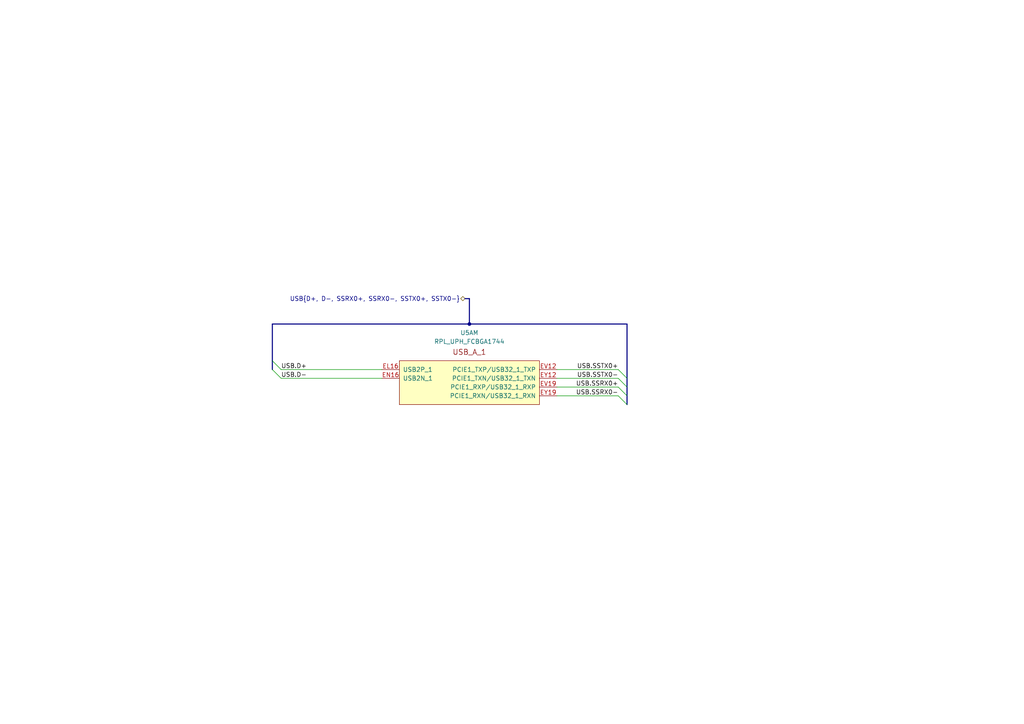
<source format=kicad_sch>
(kicad_sch (version 20230121) (generator eeschema)
  (paper "A4")
  (lib_symbols
    (symbol "local:RPL_UPH_FCBGA1744" (pin_names (offset 1.016))
      (property "Reference" "U" (at 1.27 19.05 0))
      (property "Value" "RPL_UPH_FCBGA1744" (at 1.27 16.51 0))
      (symbol "RPL_UPH_FCBGA1744_1_1"
        (text "CAMERA" (at 0 2.54 0) (effects (font (size 1.524 1.524))))
        (pin input line (at 25.4 -20.32 180) (length 5.08) (name "CSI_A_DN[1]/CSI_B_DN[2]") (number "A36"))
        (pin input line (at 25.4 -10.16 180) (length 5.08) (name "CSI_B_DN[0]") (number "A38"))
        (pin unspecified line (at -25.4 -2.54 0) (length 5.08) (name "CSI_RCOMP") (number "A55"))
        (pin input line (at 25.4 -5.08 180) (length 5.08) (name "CSI_B_DN[1]") (number "AA41"))
        (pin input line (at -25.4 -10.16 0) (length 5.08) (name "CSI_D_DN[1]/CSI_C_DN[2]") (number "AB41"))
        (pin input line (at -25.4 -7.62 0) (length 5.08) (name "CSI_D_DP[1]/CSI_C_DP[2]") (number "AD41"))
        (pin input line (at -25.4 -15.24 0) (length 5.08) (name "CSI_D_DN[0]/CSI_C_DN[3]") (number "AF41"))
        (pin input line (at -25.4 -12.7 0) (length 5.08) (name "CSI_D_DP[0]/CSI_C_DP[3]") (number "AG41"))
        (pin unspecified line (at -25.4 -5.08 0) (length 5.08) (name "CSI_RCOMP") (number "B54"))
        (pin input line (at 25.4 -17.78 180) (length 5.08) (name "CSI_A_DP[1]/CSI_B_DP[2]") (number "C36"))
        (pin input line (at 25.4 -7.62 180) (length 5.08) (name "CSI_B_DP[0]") (number "C38"))
        (pin input line (at 25.4 -25.4 180) (length 5.08) (name "CSI_A_DN[0]/CSI_B_DN[3]") (number "E37"))
        (pin input line (at 25.4 -27.94 180) (length 5.08) (name "CSI_A_CLK_P") (number "F36"))
        (pin input line (at 25.4 -15.24 180) (length 5.08) (name "CSI_B_CLK_N") (number "F39"))
        (pin input line (at 25.4 -30.48 180) (length 5.08) (name "CSI_A_CLK_N") (number "G36"))
        (pin input line (at 25.4 -22.86 180) (length 5.08) (name "CSI_A_DP[0]/CSI_B_DP[3]") (number "G37"))
        (pin input line (at 25.4 -12.7 180) (length 5.08) (name "CSI_B_CLK_P") (number "G39"))
        (pin input line (at -25.4 -17.78 0) (length 5.08) (name "CSI_D_CLK_P") (number "J41"))
        (pin input line (at -25.4 -33.02 0) (length 5.08) (name "CSI_C_CLK_P") (number "J44"))
        (pin input line (at -25.4 -35.56 0) (length 5.08) (name "CSI_C_CLK_N") (number "K44"))
        (pin input line (at -25.4 -20.32 0) (length 5.08) (name "CSI_D_CLK_N") (number "L41"))
        (pin input line (at -25.4 -25.4 0) (length 5.08) (name "CSI_C_DN[1]") (number "M44"))
        (pin input line (at -25.4 -30.48 0) (length 5.08) (name "CSI_C_DN[0]") (number "P41"))
        (pin input line (at -25.4 -22.86 0) (length 5.08) (name "CSI_C_DP[1]") (number "P44"))
        (pin input line (at -25.4 -27.94 0) (length 5.08) (name "CSI_C_DP[0]") (number "T41"))
        (pin input line (at 25.4 -2.54 180) (length 5.08) (name "CSI_B_DP[1]") (number "W41"))
      )
      (symbol "RPL_UPH_FCBGA1744_2_1"
        (text "CFG" (at 0 2.54 0) (effects (font (size 1.524 1.524))))
        (pin bidirectional line (at 25.4 -17.78 180) (length 5.08) (name "CFG[2]") (number "AA12"))
        (pin bidirectional line (at 25.4 -22.86 180) (length 5.08) (name "CFG[0]") (number "AA16"))
        (pin bidirectional line (at 25.4 -15.24 180) (length 5.08) (name "CFG[3]") (number "AC12"))
        (pin bidirectional line (at 25.4 -12.7 180) (length 5.08) (name "CFG[4]") (number "AD11"))
        (pin bidirectional line (at 25.4 -20.32 180) (length 5.08) (name "CFG[1]") (number "AD16"))
        (pin bidirectional line (at -25.4 -5.08 0) (length 5.08) (name "CFG[16]") (number "AF17"))
        (pin bidirectional line (at -25.4 -20.32 0) (length 5.08) (name "CFG[10]") (number "AF20"))
        (pin bidirectional line (at -25.4 -2.54 0) (length 5.08) (name "CFG[17]") (number "AF22"))
        (pin bidirectional line (at -25.4 -12.7 0) (length 5.08) (name "CFG[13]") (number "AF35"))
        (pin bidirectional line (at -25.4 -7.62 0) (length 5.08) (name "CFG[15]") (number "AF37"))
        (pin bidirectional line (at 25.4 -10.16 180) (length 5.08) (name "CFG[5]") (number "AG15"))
        (pin bidirectional line (at 25.4 -7.62 180) (length 5.08) (name "CFG[6]") (number "AH17"))
        (pin bidirectional line (at -25.4 -22.86 0) (length 5.08) (name "CFG[9]") (number "AH22"))
        (pin bidirectional line (at -25.4 -17.78 0) (length 5.08) (name "CFG[11]") (number "AH25"))
        (pin bidirectional line (at -25.4 -10.16 0) (length 5.08) (name "CFG[14]") (number "AH35"))
        (pin bidirectional line (at -25.4 -15.24 0) (length 5.08) (name "CFG[12]") (number "AH37"))
        (pin bidirectional line (at 25.4 -5.08 180) (length 5.08) (name "CFG[7]") (number "AJ15"))
        (pin bidirectional line (at 25.4 -2.54 180) (length 5.08) (name "CFG[8]") (number "AK17"))
        (pin unspecified line (at 25.4 -25.4 180) (length 5.08) (name "CFG_RCOMP") (number "F8"))
      )
      (symbol "RPL_UPH_FCBGA1744_3_1"
        (text "CNVI" (at 0 2.54 0) (effects (font (size 1.524 1.524))))
        (pin output line (at 25.4 -10.16 180) (length 5.08) (name "GPP_F5/MODEM_CLKREQ/CRF_XTAL_CLKREQ") (number "EF36"))
        (pin output line (at 25.4 -22.86 180) (length 5.08) (name "GPP_F0/CNV_BRI_DT/UART2_RTS#") (number "EH33"))
        (pin input line (at 25.4 -7.62 180) (length 5.08) (name "GPP_F6/CNV_PA_BLANKING") (number "EH36"))
        (pin input line (at 25.4 -20.32 180) (length 5.08) (name "GPP_F1/CNV_BRI_RSP/UART2_RXD") (number "EK33"))
        (pin input line (at 25.4 -5.08 180) (length 5.08) (name "GPP_H8/I2C4_SDA/CNV_MFUART2_RXD") (number "EL43"))
        (pin output line (at 25.4 -17.78 180) (length 5.08) (name "GPP_F2/CNV_RGI_DT/UART2_TXD") (number "EN31"))
        (pin input line (at 25.4 -2.54 180) (length 5.08) (name "GPP_H9/I2C4_SCL/CNV_MFUART2_TXD") (number "EN43"))
        (pin input line (at 25.4 -15.24 180) (length 5.08) (name "GPP_F3/CNV_RGI_RSP/UART2_CTS#") (number "ER31"))
        (pin output line (at 25.4 -12.7 180) (length 5.08) (name "GPP_F4/CNV_RF_RESET#") (number "ET31"))
        (pin input line (at -25.4 -20.32 0) (length 5.08) (name "CNV_WR_D1P") (number "EV40"))
        (pin output line (at -25.4 -7.62 0) (length 5.08) (name "CNV_WT_D0P") (number "EV43"))
        (pin output line (at -25.4 -12.7 0) (length 5.08) (name "CNV_WT_CLKP") (number "EV47"))
        (pin input line (at -25.4 -25.4 0) (length 5.08) (name "CNV_WR_D0P") (number "EW42"))
        (pin input line (at -25.4 -22.86 0) (length 5.08) (name "CNV_WR_D1N") (number "EY40"))
        (pin input line (at -25.4 -27.94 0) (length 5.08) (name "CNV_WR_D0N") (number "EY42"))
        (pin output line (at -25.4 -10.16 0) (length 5.08) (name "CNV_WT_D0N") (number "EY43"))
        (pin output line (at -25.4 -15.24 0) (length 5.08) (name "CNV_WT_CLKN") (number "EY47"))
        (pin input line (at -25.4 -30.48 0) (length 5.08) (name "CNV_WR_CLKP") (number "FA43"))
        (pin output line (at -25.4 -5.08 0) (length 5.08) (name "CNV_WT_D1N") (number "FA46"))
        (pin unspecified line (at -25.4 -17.78 0) (length 5.08) (name "CNV_WT_RCOMP") (number "FC40"))
        (pin input line (at -25.4 -33.02 0) (length 5.08) (name "CNV_WR_CLKN") (number "FC43"))
        (pin output line (at -25.4 -2.54 0) (length 5.08) (name "CNV_WT_D1P") (number "FC46"))
      )
      (symbol "RPL_UPH_FCBGA1744_4_1"
        (text "DDR_A" (at 0 2.54 0) (effects (font (size 1.524 1.524))))
        (pin bidirectional line (at -25.4 -5.08 0) (length 5.08) (name "DDR1_DQ[3][6]") (number "BJ47"))
        (pin bidirectional line (at -25.4 -2.54 0) (length 5.08) (name "DDR1_DQ[3][7]") (number "BJ50"))
        (pin bidirectional line (at -25.4 -10.16 0) (length 5.08) (name "DDR1_DQ[3][4]") (number "BK53"))
        (pin bidirectional line (at -25.4 -86.36 0) (length 5.08) (name "DDR1_DQ[1][6]") (number "BK57"))
        (pin bidirectional line (at -25.4 -91.44 0) (length 5.08) (name "DDR1_DQ[1][4]") (number "BK60"))
        (pin bidirectional line (at -25.4 -7.62 0) (length 5.08) (name "DDR1_DQ[3][5]") (number "BL48"))
        (pin bidirectional line (at 25.4 -22.86 180) (length 5.08) (name "DDR1_DQSN[3]") (number "BL51"))
        (pin bidirectional line (at -25.4 -88.9 0) (length 5.08) (name "DDR1_DQ[1][5]") (number "BL56"))
        (pin bidirectional line (at -25.4 -83.82 0) (length 5.08) (name "DDR1_DQ[1][7]") (number "BL58"))
        (pin bidirectional line (at 25.4 -12.7 180) (length 5.08) (name "DDR1_DQSP[1]") (number "BL61"))
        (pin bidirectional line (at -25.4 -15.24 0) (length 5.08) (name "DDR1_DQ[3][2]") (number "BN48"))
        (pin bidirectional line (at 25.4 -2.54 180) (length 5.08) (name "DDR1_DQSP[3]") (number "BN51"))
        (pin bidirectional line (at -25.4 -96.52 0) (length 5.08) (name "DDR1_DQ[1][2]") (number "BN56"))
        (pin bidirectional line (at -25.4 -101.6 0) (length 5.08) (name "DDR1_DQ[1][0]") (number "BN58"))
        (pin bidirectional line (at 25.4 -33.02 180) (length 5.08) (name "DDR1_DQSN[1]") (number "BN61"))
        (pin bidirectional line (at -25.4 -17.78 0) (length 5.08) (name "DDR1_DQ[3][1]") (number "BP47"))
        (pin bidirectional line (at -25.4 -20.32 0) (length 5.08) (name "DDR1_DQ[3][0]") (number "BP50"))
        (pin bidirectional line (at -25.4 -12.7 0) (length 5.08) (name "DDR1_DQ[3][3]") (number "BP53"))
        (pin bidirectional line (at -25.4 -99.06 0) (length 5.08) (name "DDR1_DQ[1][1]") (number "BP57"))
        (pin bidirectional line (at -25.4 -93.98 0) (length 5.08) (name "DDR1_DQ[1][3]") (number "BP60"))
        (pin bidirectional line (at -25.4 -25.4 0) (length 5.08) (name "DDR1_DQ[2][6]") (number "BT47"))
        (pin bidirectional line (at -25.4 -22.86 0) (length 5.08) (name "DDR1_DQ[2][7]") (number "BT50"))
        (pin bidirectional line (at -25.4 -30.48 0) (length 5.08) (name "DDR1_DQ[2][4]") (number "BT53"))
        (pin bidirectional line (at -25.4 -106.68 0) (length 5.08) (name "DDR1_DQ[0][6]") (number "BT57"))
        (pin bidirectional line (at -25.4 -111.76 0) (length 5.08) (name "DDR1_DQ[0][4]") (number "BT60"))
        (pin bidirectional line (at -25.4 -27.94 0) (length 5.08) (name "DDR1_DQ[2][5]") (number "BU48"))
        (pin bidirectional line (at 25.4 -25.4 180) (length 5.08) (name "DDR1_DQSN[2]") (number "BU51"))
        (pin bidirectional line (at -25.4 -109.22 0) (length 5.08) (name "DDR1_DQ[0][5]") (number "BU56"))
        (pin bidirectional line (at -25.4 -104.14 0) (length 5.08) (name "DDR1_DQ[0][7]") (number "BU58"))
        (pin bidirectional line (at 25.4 -15.24 180) (length 5.08) (name "DDR1_DQSP[0]") (number "BU61"))
        (pin bidirectional line (at -25.4 -35.56 0) (length 5.08) (name "DDR1_DQ[2][2]") (number "BW48"))
        (pin bidirectional line (at 25.4 -5.08 180) (length 5.08) (name "DDR1_DQSP[2]") (number "BW51"))
        (pin bidirectional line (at -25.4 -116.84 0) (length 5.08) (name "DDR1_DQ[0][2]") (number "BW56"))
        (pin bidirectional line (at -25.4 -121.92 0) (length 5.08) (name "DDR1_DQ[0][0]") (number "BW58"))
        (pin bidirectional line (at 25.4 -35.56 180) (length 5.08) (name "DDR1_DQSN[0]") (number "BW61"))
        (pin bidirectional line (at -25.4 -40.64 0) (length 5.08) (name "DDR1_DQ[2][0]") (number "BY50"))
        (pin bidirectional line (at -25.4 -33.02 0) (length 5.08) (name "DDR1_DQ[2][3]") (number "BY53"))
        (pin bidirectional line (at -25.4 -119.38 0) (length 5.08) (name "DDR1_DQ[0][1]") (number "BY57"))
        (pin bidirectional line (at -25.4 -114.3 0) (length 5.08) (name "DDR1_DQ[0][3]") (number "BY60"))
        (pin bidirectional line (at -25.4 -38.1 0) (length 5.08) (name "DDR1_DQ[2][1]") (number "CA47"))
        (pin output line (at 25.4 -45.72 180) (length 5.08) (name "DDR1_CS[0]") (number "CC47"))
        (pin output line (at 25.4 -88.9 180) (length 5.08) (name "DDR1_CA[1]") (number "CC50"))
        (pin output line (at 25.4 -43.18 180) (length 5.08) (name "DDR1_CS[1]") (number "CC53"))
        (pin output line (at 25.4 -124.46 180) (length 5.08) (name "DDR1_CLK_N[1]") (number "CD48"))
        (pin output line (at 25.4 -119.38 180) (length 5.08) (name "DDR1_CLK_P[1]") (number "CD49"))
        (pin output line (at 25.4 -48.26 180) (length 5.08) (name "DDR1_CA[0]") (number "CE53"))
        (pin output line (at 25.4 -129.54 180) (length 5.08) (name "DDR1_CA[4]") (number "CE60"))
        (pin output line (at 25.4 -53.34 180) (length 5.08) (name "DDR1_CA[2]") (number "CF56"))
        (pin output line (at 25.4 -58.42 180) (length 5.08) (name "DDR1_CLK_N[0]") (number "CF61"))
        (pin output line (at 25.4 -50.8 180) (length 5.08) (name "DDR1_CA[6]") (number "CH46"))
        (pin output line (at 25.4 -71.12 180) (length 5.08) (name "DDR1_CA[3]") (number "CH48"))
        (pin output line (at 25.4 -101.6 180) (length 5.08) (name "DDR1_CA[12]") (number "CH56"))
        (pin output line (at 25.4 -78.74 180) (length 5.08) (name "DDR1_CA[7]") (number "CH58"))
        (pin output line (at 25.4 -55.88 180) (length 5.08) (name "DDR1_CLK_P[0]") (number "CH61"))
        (pin output line (at 25.4 -111.76 180) (length 5.08) (name "DDR1_CA[5]") (number "CJ50"))
        (pin output line (at 25.4 -134.62 180) (length 5.08) (name "DDR1_CA[10]") (number "CJ53"))
        (pin output line (at 25.4 -137.16 180) (length 5.08) (name "DDR1_CA[9]") (number "CJ57"))
        (pin output line (at 25.4 -104.14 180) (length 5.08) (name "DDR1_CA[11]") (number "CJ60"))
        (pin output line (at 25.4 -106.68 180) (length 5.08) (name "DDR1_CA[8]") (number "CK47"))
        (pin output line (at 25.4 -132.08 180) (length 5.08) (name "DDR0_CA[10]") (number "CM47"))
        (pin output line (at 25.4 -76.2 180) (length 5.08) (name "DDR0_CA[6]") (number "CM50"))
        (pin output line (at 25.4 -91.44 180) (length 5.08) (name "DDR0_CA[8]") (number "CM53"))
        (pin output line (at 25.4 -63.5 180) (length 5.08) (name "DDR0_CLK_N[1]") (number "CN48"))
        (pin output line (at 25.4 -60.96 180) (length 5.08) (name "DDR0_CLK_P[1]") (number "CN49"))
        (pin output line (at 25.4 -96.52 180) (length 5.08) (name "DDR0_CA[11]") (number "CP53"))
        (pin output line (at 25.4 -81.28 180) (length 5.08) (name "DDR0_CA[9]") (number "CP60"))
        (pin output line (at 25.4 -83.82 180) (length 5.08) (name "DDR0_CA[12]") (number "CR56"))
        (pin output line (at 25.4 -127 180) (length 5.08) (name "DDR0_CLK_N[0]") (number "CR61"))
        (pin output line (at 25.4 -93.98 180) (length 5.08) (name "DDR0_CA[7]") (number "CT46"))
        (pin output line (at 25.4 -99.06 180) (length 5.08) (name "DDR0_CA[5]") (number "CU48"))
        (pin output line (at 25.4 -68.58 180) (length 5.08) (name "DDR0_CA[1]") (number "CU56"))
        (pin output line (at 25.4 -66.04 180) (length 5.08) (name "DDR0_CA[0]") (number "CU58"))
        (pin output line (at 25.4 -121.92 180) (length 5.08) (name "DDR0_CLK_P[0]") (number "CU61"))
        (pin output line (at 25.4 -116.84 180) (length 5.08) (name "DDR0_CA[4]") (number "CV50"))
        (pin output line (at 25.4 -73.66 180) (length 5.08) (name "DDR0_CA[3]") (number "CV53"))
        (pin output line (at 25.4 -109.22 180) (length 5.08) (name "DDR0_CS[0]") (number "CV57"))
        (pin output line (at 25.4 -86.36 180) (length 5.08) (name "DDR0_CS[1]") (number "CV60"))
        (pin output line (at 25.4 -114.3 180) (length 5.08) (name "DDR0_CA[2]") (number "CW47"))
        (pin bidirectional line (at -25.4 -45.72 0) (length 5.08) (name "DDR0_DQ[3][6]") (number "CY47"))
        (pin bidirectional line (at -25.4 -43.18 0) (length 5.08) (name "DDR0_DQ[3][7]") (number "CY50"))
        (pin bidirectional line (at -25.4 -127 0) (length 5.08) (name "DDR0_DQ[1][6]") (number "CY57"))
        (pin bidirectional line (at -25.4 -132.08 0) (length 5.08) (name "DDR0_DQ[1][4]") (number "CY60"))
        (pin bidirectional line (at -25.4 -50.8 0) (length 5.08) (name "DDR0_DQ[3][4]") (number "DA53"))
        (pin bidirectional line (at -25.4 -124.46 0) (length 5.08) (name "DDR0_DQ[1][7]") (number "DA58"))
        (pin bidirectional line (at -25.4 -48.26 0) (length 5.08) (name "DDR0_DQ[3][5]") (number "DB48"))
        (pin bidirectional line (at 25.4 -27.94 180) (length 5.08) (name "DDR0_DQSN[3]") (number "DB51"))
        (pin bidirectional line (at -25.4 -129.54 0) (length 5.08) (name "DDR0_DQ[1][5]") (number "DB56"))
        (pin bidirectional line (at 25.4 -17.78 180) (length 5.08) (name "DDR0_DQSP[1]") (number "DB61"))
        (pin bidirectional line (at -25.4 -55.88 0) (length 5.08) (name "DDR0_DQ[3][2]") (number "DC48"))
        (pin bidirectional line (at 25.4 -7.62 180) (length 5.08) (name "DDR0_DQSP[3]") (number "DC51"))
        (pin bidirectional line (at 25.4 -38.1 180) (length 5.08) (name "DDR0_DQSN[1]") (number "DC61"))
        (pin bidirectional line (at -25.4 -137.16 0) (length 5.08) (name "DDR0_DQ[1][2]") (number "DD56"))
        (pin bidirectional line (at -25.4 -142.24 0) (length 5.08) (name "DDR0_DQ[1][0]") (number "DD58"))
        (pin bidirectional line (at -25.4 -58.42 0) (length 5.08) (name "DDR0_DQ[3][1]") (number "DE47"))
        (pin bidirectional line (at -25.4 -60.96 0) (length 5.08) (name "DDR0_DQ[3][0]") (number "DE50"))
        (pin bidirectional line (at -25.4 -53.34 0) (length 5.08) (name "DDR0_DQ[3][3]") (number "DE53"))
        (pin bidirectional line (at -25.4 -139.7 0) (length 5.08) (name "DDR0_DQ[1][1]") (number "DE57"))
        (pin bidirectional line (at -25.4 -134.62 0) (length 5.08) (name "DDR0_DQ[1][3]") (number "DE60"))
        (pin bidirectional line (at -25.4 -66.04 0) (length 5.08) (name "DDR0_DQ[2][6]") (number "DG47"))
        (pin bidirectional line (at -25.4 -63.5 0) (length 5.08) (name "DDR0_DQ[2][7]") (number "DG50"))
        (pin bidirectional line (at -25.4 -71.12 0) (length 5.08) (name "DDR0_DQ[2][4]") (number "DG53"))
        (pin bidirectional line (at -25.4 -147.32 0) (length 5.08) (name "DDR0_DQ[0][6]") (number "DG57"))
        (pin bidirectional line (at -25.4 -152.4 0) (length 5.08) (name "DDR0_DQ[0][4]") (number "DG60"))
        (pin bidirectional line (at -25.4 -68.58 0) (length 5.08) (name "DDR0_DQ[2][5]") (number "DH48"))
        (pin bidirectional line (at 25.4 -30.48 180) (length 5.08) (name "DDR0_DQSN[2]") (number "DH51"))
        (pin bidirectional line (at -25.4 -149.86 0) (length 5.08) (name "DDR0_DQ[0][5]") (number "DH56"))
        (pin bidirectional line (at -25.4 -144.78 0) (length 5.08) (name "DDR0_DQ[0][7]") (number "DH58"))
        (pin bidirectional line (at 25.4 -20.32 180) (length 5.08) (name "DDR0_DQSP[0]") (number "DH61"))
        (pin bidirectional line (at -25.4 -76.2 0) (length 5.08) (name "DDR0_DQ[2][2]") (number "DK48"))
        (pin bidirectional line (at 25.4 -10.16 180) (length 5.08) (name "DDR0_DQSP[2]") (number "DK51"))
        (pin bidirectional line (at -25.4 -157.48 0) (length 5.08) (name "DDR0_DQ[0][2]") (number "DK56"))
        (pin bidirectional line (at -25.4 -162.56 0) (length 5.08) (name "DDR0_DQ[0][0]") (number "DK58"))
        (pin bidirectional line (at 25.4 -40.64 180) (length 5.08) (name "DDR0_DQSN[0]") (number "DK61"))
        (pin bidirectional line (at -25.4 -81.28 0) (length 5.08) (name "DDR0_DQ[2][0]") (number "DL50"))
        (pin bidirectional line (at -25.4 -73.66 0) (length 5.08) (name "DDR0_DQ[2][3]") (number "DL53"))
        (pin bidirectional line (at -25.4 -160.02 0) (length 5.08) (name "DDR0_DQ[0][1]") (number "DL57"))
        (pin bidirectional line (at -25.4 -154.94 0) (length 5.08) (name "DDR0_DQ[0][3]") (number "DL60"))
        (pin bidirectional line (at -25.4 -78.74 0) (length 5.08) (name "DDR0_DQ[2][1]") (number "DM47"))
      )
      (symbol "RPL_UPH_FCBGA1744_5_1"
        (text "DDR_B" (at 0 2.54 0) (effects (font (size 1.524 1.524))))
        (pin bidirectional line (at 25.4 -12.7 180) (length 5.08) (name "DDR3_DQSP[1]") (number "A43"))
        (pin bidirectional line (at 25.4 -33.02 180) (length 5.08) (name "DDR3_DQSN[1]") (number "A44"))
        (pin bidirectional line (at 25.4 -15.24 180) (length 5.08) (name "DDR3_DQSP[0]") (number "A49"))
        (pin bidirectional line (at 25.4 -35.56 180) (length 5.08) (name "DDR3_DQSN[0]") (number "A51"))
        (pin output line (at 25.4 -50.8 180) (length 5.08) (name "DDR3_CA[6]") (number "AA46"))
        (pin output line (at 25.4 -71.12 180) (length 5.08) (name "DDR3_CA[3]") (number "AA48"))
        (pin output line (at 25.4 -104.14 180) (length 5.08) (name "DDR3_CA[12]") (number "AB56"))
        (pin output line (at 25.4 -101.6 180) (length 5.08) (name "DDR3_CA[7]") (number "AB58"))
        (pin output line (at 25.4 -55.88 180) (length 5.08) (name "DDR3_CLK_P[0]") (number "AB61"))
        (pin output line (at 25.4 -106.68 180) (length 5.08) (name "DDR3_CA[8]") (number "AC47"))
        (pin output line (at 25.4 -111.76 180) (length 5.08) (name "DDR3_CA[5]") (number "AC50"))
        (pin output line (at 25.4 -134.62 180) (length 5.08) (name "DDR3_CA[10]") (number "AC53"))
        (pin output line (at 25.4 -137.16 180) (length 5.08) (name "DDR3_CA[9]") (number "AC57"))
        (pin output line (at 25.4 -78.74 180) (length 5.08) (name "DDR3_CA[11]") (number "AC60"))
        (pin output line (at 25.4 -132.08 180) (length 5.08) (name "DDR2_CA[10]") (number "AE47"))
        (pin output line (at 25.4 -76.2 180) (length 5.08) (name "DDR2_CA[6]") (number "AE50"))
        (pin output line (at 25.4 -91.44 180) (length 5.08) (name "DDR2_CA[8]") (number "AE53"))
        (pin output line (at 25.4 -63.5 180) (length 5.08) (name "DDR2_CLK_N[1]") (number "AG48"))
        (pin output line (at 25.4 -60.96 180) (length 5.08) (name "DDR2_CLK_P[1]") (number "AG49"))
        (pin output line (at 25.4 -96.52 180) (length 5.08) (name "DDR2_CA[11]") (number "AH53"))
        (pin output line (at 25.4 -81.28 180) (length 5.08) (name "DDR2_CA[9]") (number "AH60"))
        (pin output line (at 25.4 -83.82 180) (length 5.08) (name "DDR2_CA[12]") (number "AJ56"))
        (pin output line (at 25.4 -127 180) (length 5.08) (name "DDR2_CLK_N[0]") (number "AJ61"))
        (pin output line (at 25.4 -93.98 180) (length 5.08) (name "DDR2_CA[7]") (number "AK46"))
        (pin output line (at 25.4 -99.06 180) (length 5.08) (name "DDR2_CA[5]") (number "AK48"))
        (pin output line (at 25.4 -66.04 180) (length 5.08) (name "DDR2_CA[1]") (number "AL56"))
        (pin output line (at 25.4 -68.58 180) (length 5.08) (name "DDR2_CA[0]") (number "AL58"))
        (pin output line (at 25.4 -121.92 180) (length 5.08) (name "DDR2_CLK_P[0]") (number "AL61"))
        (pin output line (at 25.4 -114.3 180) (length 5.08) (name "DDR2_CA[2]") (number "AM47"))
        (pin output line (at 25.4 -116.84 180) (length 5.08) (name "DDR2_CA[4]") (number "AM50"))
        (pin output line (at 25.4 -73.66 180) (length 5.08) (name "DDR2_CA[3]") (number "AM53"))
        (pin output line (at 25.4 -86.36 180) (length 5.08) (name "DDR2_CS[1]") (number "AM57"))
        (pin output line (at 25.4 -109.22 180) (length 5.08) (name "DDR2_CS[0]") (number "AM60"))
        (pin bidirectional line (at -25.4 -45.72 0) (length 5.08) (name "DDR2_DQ[3][6]") (number "AP47"))
        (pin bidirectional line (at -25.4 -43.18 0) (length 5.08) (name "DDR2_DQ[3][7]") (number "AP50"))
        (pin bidirectional line (at -25.4 -50.8 0) (length 5.08) (name "DDR2_DQ[3][4]") (number "AP53"))
        (pin bidirectional line (at -25.4 -127 0) (length 5.08) (name "DDR2_DQ[1][6]") (number "AP57"))
        (pin bidirectional line (at -25.4 -132.08 0) (length 5.08) (name "DDR2_DQ[1][4]") (number "AP60"))
        (pin bidirectional line (at -25.4 -48.26 0) (length 5.08) (name "DDR2_DQ[3][5]") (number "AR48"))
        (pin bidirectional line (at 25.4 -27.94 180) (length 5.08) (name "DDR2_DQSN[3]") (number "AR51"))
        (pin bidirectional line (at -25.4 -129.54 0) (length 5.08) (name "DDR2_DQ[1][5]") (number "AR56"))
        (pin bidirectional line (at -25.4 -124.46 0) (length 5.08) (name "DDR2_DQ[1][7]") (number "AR58"))
        (pin bidirectional line (at 25.4 -17.78 180) (length 5.08) (name "DDR2_DQSP[1]") (number "AR61"))
        (pin bidirectional line (at -25.4 -55.88 0) (length 5.08) (name "DDR2_DQ[3][2]") (number "AU48"))
        (pin bidirectional line (at 25.4 -7.62 180) (length 5.08) (name "DDR2_DQSP[3]") (number "AU51"))
        (pin bidirectional line (at -25.4 -137.16 0) (length 5.08) (name "DDR2_DQ[1][2]") (number "AU56"))
        (pin bidirectional line (at -25.4 -142.24 0) (length 5.08) (name "DDR2_DQ[1][0]") (number "AU58"))
        (pin bidirectional line (at 25.4 -38.1 180) (length 5.08) (name "DDR2_DQSN[1]") (number "AU61"))
        (pin bidirectional line (at -25.4 -60.96 0) (length 5.08) (name "DDR2_DQ[3][0]") (number "AV50"))
        (pin bidirectional line (at -25.4 -53.34 0) (length 5.08) (name "DDR2_DQ[3][3]") (number "AV53"))
        (pin bidirectional line (at -25.4 -139.7 0) (length 5.08) (name "DDR2_DQ[1][1]") (number "AV57"))
        (pin bidirectional line (at -25.4 -134.62 0) (length 5.08) (name "DDR2_DQ[1][3]") (number "AV60"))
        (pin bidirectional line (at -25.4 -58.42 0) (length 5.08) (name "DDR2_DQ[3][1]") (number "AW47"))
        (pin bidirectional line (at -25.4 -66.04 0) (length 5.08) (name "DDR2_DQ[2][6]") (number "AY47"))
        (pin bidirectional line (at -25.4 -91.44 0) (length 5.08) (name "DDR3_DQ[1][4]") (number "B41"))
        (pin bidirectional line (at -25.4 -93.98 0) (length 5.08) (name "DDR3_DQ[1][3]") (number "B46"))
        (pin bidirectional line (at -25.4 -111.76 0) (length 5.08) (name "DDR3_DQ[0][4]") (number "B48"))
        (pin bidirectional line (at -25.4 -114.3 0) (length 5.08) (name "DDR3_DQ[0][3]") (number "B52"))
        (pin bidirectional line (at -25.4 -63.5 0) (length 5.08) (name "DDR2_DQ[2][7]") (number "BA50"))
        (pin bidirectional line (at -25.4 -71.12 0) (length 5.08) (name "DDR2_DQ[2][4]") (number "BA53"))
        (pin bidirectional line (at -25.4 -147.32 0) (length 5.08) (name "DDR2_DQ[0][6]") (number "BA57"))
        (pin bidirectional line (at -25.4 -152.4 0) (length 5.08) (name "DDR2_DQ[0][4]") (number "BA60"))
        (pin bidirectional line (at -25.4 -68.58 0) (length 5.08) (name "DDR2_DQ[2][5]") (number "BB48"))
        (pin bidirectional line (at 25.4 -30.48 180) (length 5.08) (name "DDR2_DQSN[2]") (number "BB51"))
        (pin bidirectional line (at -25.4 -149.86 0) (length 5.08) (name "DDR2_DQ[0][5]") (number "BB56"))
        (pin bidirectional line (at -25.4 -144.78 0) (length 5.08) (name "DDR2_DQ[0][7]") (number "BB58"))
        (pin bidirectional line (at 25.4 -20.32 180) (length 5.08) (name "DDR2_DQSP[0]") (number "BB61"))
        (pin bidirectional line (at -25.4 -76.2 0) (length 5.08) (name "DDR2_DQ[2][2]") (number "BD48"))
        (pin bidirectional line (at 25.4 -10.16 180) (length 5.08) (name "DDR2_DQSP[2]") (number "BD51"))
        (pin bidirectional line (at -25.4 -157.48 0) (length 5.08) (name "DDR2_DQ[0][2]") (number "BD56"))
        (pin bidirectional line (at -25.4 -162.56 0) (length 5.08) (name "DDR2_DQ[0][0]") (number "BD58"))
        (pin bidirectional line (at 25.4 -40.64 180) (length 5.08) (name "DDR2_DQSN[0]") (number "BD61"))
        (pin bidirectional line (at -25.4 -78.74 0) (length 5.08) (name "DDR2_DQ[2][1]") (number "BE47"))
        (pin bidirectional line (at -25.4 -81.28 0) (length 5.08) (name "DDR2_DQ[2][0]") (number "BE50"))
        (pin bidirectional line (at -25.4 -73.66 0) (length 5.08) (name "DDR2_DQ[2][3]") (number "BE53"))
        (pin bidirectional line (at -25.4 -160.02 0) (length 5.08) (name "DDR2_DQ[0][1]") (number "BE57"))
        (pin bidirectional line (at -25.4 -154.94 0) (length 5.08) (name "DDR2_DQ[0][3]") (number "BE60"))
        (pin bidirectional line (at -25.4 -86.36 0) (length 5.08) (name "DDR3_DQ[1][6]") (number "C42"))
        (pin bidirectional line (at -25.4 -101.6 0) (length 5.08) (name "DDR3_DQ[1][0]") (number "C45"))
        (pin bidirectional line (at -25.4 -104.14 0) (length 5.08) (name "DDR3_DQ[0][7]") (number "C49"))
        (pin bidirectional line (at -25.4 -121.92 0) (length 5.08) (name "DDR3_DQ[0][0]") (number "C51"))
        (pin bidirectional line (at -25.4 -83.82 0) (length 5.08) (name "DDR3_DQ[1][7]") (number "E41"))
        (pin bidirectional line (at -25.4 -99.06 0) (length 5.08) (name "DDR3_DQ[1][1]") (number "E46"))
        (pin bidirectional line (at -25.4 -106.68 0) (length 5.08) (name "DDR3_DQ[0][6]") (number "E48"))
        (pin bidirectional line (at -25.4 -119.38 0) (length 5.08) (name "DDR3_DQ[0][1]") (number "E52"))
        (pin bidirectional line (at -25.4 -88.9 0) (length 5.08) (name "DDR3_DQ[1][5]") (number "F43"))
        (pin bidirectional line (at -25.4 -96.52 0) (length 5.08) (name "DDR3_DQ[1][2]") (number "F44"))
        (pin bidirectional line (at -25.4 -109.22 0) (length 5.08) (name "DDR3_DQ[0][5]") (number "F49"))
        (pin bidirectional line (at -25.4 -116.84 0) (length 5.08) (name "DDR3_DQ[0][2]") (number "F51"))
        (pin bidirectional line (at -25.4 -7.62 0) (length 5.08) (name "DDR3_DQ[3][5]") (number "F54"))
        (pin bidirectional line (at -25.4 -5.08 0) (length 5.08) (name "DDR3_DQ[3][6]") (number "F58"))
        (pin bidirectional line (at -25.4 -12.7 0) (length 5.08) (name "DDR3_DQ[3][3]") (number "H56"))
        (pin bidirectional line (at -25.4 -2.54 0) (length 5.08) (name "DDR3_DQ[3][7]") (number "K50"))
        (pin bidirectional line (at -25.4 -15.24 0) (length 5.08) (name "DDR3_DQ[3][2]") (number "K53"))
        (pin bidirectional line (at -25.4 -25.4 0) (length 5.08) (name "DDR3_DQ[2][6]") (number "K57"))
        (pin bidirectional line (at -25.4 -30.48 0) (length 5.08) (name "DDR3_DQ[2][4]") (number "K60"))
        (pin bidirectional line (at -25.4 -10.16 0) (length 5.08) (name "DDR3_DQ[3][4]") (number "L48"))
        (pin bidirectional line (at 25.4 -22.86 180) (length 5.08) (name "DDR3_DQSN[3]") (number "L51"))
        (pin bidirectional line (at -25.4 -27.94 0) (length 5.08) (name "DDR3_DQ[2][5]") (number "L56"))
        (pin bidirectional line (at -25.4 -22.86 0) (length 5.08) (name "DDR3_DQ[2][7]") (number "L58"))
        (pin bidirectional line (at 25.4 -25.4 180) (length 5.08) (name "DDR3_DQSN[2]") (number "L61"))
        (pin bidirectional line (at 25.4 -2.54 180) (length 5.08) (name "DDR3_DQSP[3]") (number "N51"))
        (pin bidirectional line (at -25.4 -35.56 0) (length 5.08) (name "DDR3_DQ[2][2]") (number "N56"))
        (pin bidirectional line (at -25.4 -40.64 0) (length 5.08) (name "DDR3_DQ[2][0]") (number "N58"))
        (pin bidirectional line (at 25.4 -5.08 180) (length 5.08) (name "DDR3_DQSP[2]") (number "N61"))
        (pin bidirectional line (at -25.4 -17.78 0) (length 5.08) (name "DDR3_DQ[3][1]") (number "P50"))
        (pin bidirectional line (at -25.4 -20.32 0) (length 5.08) (name "DDR3_DQ[3][0]") (number "P53"))
        (pin bidirectional line (at -25.4 -38.1 0) (length 5.08) (name "DDR3_DQ[2][1]") (number "P57"))
        (pin bidirectional line (at -25.4 -33.02 0) (length 5.08) (name "DDR3_DQ[2][3]") (number "P60"))
        (pin output line (at 25.4 -45.72 180) (length 5.08) (name "DDR3_CS[0]") (number "T47"))
        (pin output line (at 25.4 -88.9 180) (length 5.08) (name "DDR3_CA[1]") (number "T50"))
        (pin output line (at 25.4 -43.18 180) (length 5.08) (name "DDR3_CS[1]") (number "T53"))
        (pin output line (at 25.4 -119.38 180) (length 5.08) (name "DDR3_CLK_P[1]") (number "V48"))
        (pin output line (at 25.4 -124.46 180) (length 5.08) (name "DDR3_CLK_N[1]") (number "V49"))
        (pin output line (at 25.4 -48.26 180) (length 5.08) (name "DDR3_CA[0]") (number "W53"))
        (pin output line (at 25.4 -129.54 180) (length 5.08) (name "DDR3_CA[4]") (number "W60"))
        (pin output line (at 25.4 -53.34 180) (length 5.08) (name "DDR3_CA[2]") (number "Y56"))
        (pin output line (at 25.4 -58.42 180) (length 5.08) (name "DDR3_CLK_N[0]") (number "Y61"))
      )
      (symbol "RPL_UPH_FCBGA1744_6_1"
        (text "DDR_MISC" (at 0 2.54 0) (effects (font (size 1.524 1.524))))
        (pin unspecified line (at 25.4 -15.24 180) (length 5.08) (name "DDR_COMP") (number "A56"))
        (pin output line (at -25.4 -5.08 0) (length 5.08) (name "NC") (number "AB51"))
        (pin output line (at -25.4 -43.18 0) (length 5.08) (name "NC") (number "AE55"))
        (pin output line (at -25.4 -48.26 0) (length 5.08) (name "NC") (number "AE60"))
        (pin output line (at -25.4 -45.72 0) (length 5.08) (name "NC") (number "AF57"))
        (pin output line (at -25.4 -17.78 0) (length 5.08) (name "NC") (number "AH57"))
        (pin output line (at -25.4 -12.7 0) (length 5.08) (name "NC") (number "AJ51"))
        (pin output line (at -25.4 -20.32 0) (length 5.08) (name "NC") (number "AJ58"))
        (pin output line (at -25.4 -15.24 0) (length 5.08) (name "NC") (number "AL51"))
        (pin unspecified line (at 25.4 -17.78 180) (length 5.08) (name "DDR_COMP") (number "B56"))
        (pin input line (at 25.4 -5.08 180) (length 5.08) (name "DDR0_ALERT#") (number "BF61"))
        (pin output line (at 25.4 -12.7 180) (length 5.08) (name "DDR_VTT_CTL") (number "BG50"))
        (pin output line (at 25.4 -7.62 180) (length 5.08) (name "DDR1_VREF_CA0") (number "BG55"))
        (pin input line (at 25.4 -2.54 180) (length 5.08) (name "DDR1_ALERT#") (number "BG57"))
        (pin output line (at 25.4 -10.16 180) (length 5.08) (name "DDR0_VREF_CA0") (number "BG60"))
        (pin output line (at -25.4 -66.04 0) (length 5.08) (name "NC") (number "CB55"))
        (pin output line (at -25.4 -71.12 0) (length 5.08) (name "NC") (number "CC57"))
        (pin output line (at -25.4 -68.58 0) (length 5.08) (name "NC") (number "CC60"))
        (pin output line (at -25.4 -30.48 0) (length 5.08) (name "NC") (number "CE57"))
        (pin output line (at -25.4 -25.4 0) (length 5.08) (name "NC") (number "CF51"))
        (pin output line (at -25.4 -27.94 0) (length 5.08) (name "NC") (number "CF58"))
        (pin output line (at -25.4 -22.86 0) (length 5.08) (name "NC") (number "CH51"))
        (pin output line (at -25.4 -58.42 0) (length 5.08) (name "NC") (number "CL55"))
        (pin output line (at -25.4 -60.96 0) (length 5.08) (name "NC") (number "CM57"))
        (pin output line (at -25.4 -63.5 0) (length 5.08) (name "NC") (number "CM60"))
        (pin output line (at -25.4 -38.1 0) (length 5.08) (name "NC") (number "CP57"))
        (pin output line (at -25.4 -35.56 0) (length 5.08) (name "NC") (number "CR51"))
        (pin output line (at -25.4 -40.64 0) (length 5.08) (name "NC") (number "CR58"))
        (pin output line (at -25.4 -33.02 0) (length 5.08) (name "NC") (number "CU51"))
        (pin output line (at 25.4 -20.32 180) (length 5.08) (name "DRAM_RESET#") (number "EE53"))
        (pin output line (at -25.4 -53.34 0) (length 5.08) (name "NC") (number "T55"))
        (pin output line (at -25.4 -50.8 0) (length 5.08) (name "NC") (number "T60"))
        (pin output line (at -25.4 -55.88 0) (length 5.08) (name "NC") (number "U57"))
        (pin output line (at -25.4 -10.16 0) (length 5.08) (name "NC") (number "W57"))
        (pin output line (at -25.4 -2.54 0) (length 5.08) (name "NC") (number "Y51"))
        (pin output line (at -25.4 -7.62 0) (length 5.08) (name "NC") (number "Y58"))
      )
      (symbol "RPL_UPH_FCBGA1744_7_1"
        (text "EDP" (at 0 2.54 0) (effects (font (size 1.524 1.524))))
        (pin output line (at -25.4 -7.62 0) (length 5.08) (name "DDIA_TXP[2]") (number "AA1"))
        (pin output line (at -25.4 -5.08 0) (length 5.08) (name "DDIA_TXN[3]") (number "AA3"))
        (pin output line (at -25.4 -10.16 0) (length 5.08) (name "DDIA_TXN[2]") (number "AB1"))
        (pin output line (at -25.4 -12.7 0) (length 5.08) (name "DDIA_TXP[1]") (number "AB3"))
        (pin output line (at -25.4 -20.32 0) (length 5.08) (name "DDIA_TXN[0]") (number "AD1"))
        (pin output line (at -25.4 -15.24 0) (length 5.08) (name "DDIA_TXN[1]") (number "AD3"))
        (pin output line (at -25.4 -17.78 0) (length 5.08) (name "DDIA_TXP[0]") (number "AF1"))
        (pin bidirectional line (at 25.4 -2.54 180) (length 5.08) (name "DDIA_AUXP") (number "AF3"))
        (pin bidirectional line (at 25.4 -5.08 180) (length 5.08) (name "DDIA_AUXN") (number "AG3"))
        (pin unspecified line (at 25.4 -15.24 180) (length 5.08) (name "DDIA_RCOMP") (number "AJ1"))
        (pin output line (at 25.4 -12.7 180) (length 5.08) (name "eDP_BKLTCTL") (number "EL21"))
        (pin output line (at 25.4 -10.16 180) (length 5.08) (name "eDP_BKLTEN") (number "EN21"))
        (pin output line (at 25.4 -7.62 180) (length 5.08) (name "GPP_E14/DDSP_HPDA/DISP_MISC_A") (number "EV25"))
        (pin output line (at -25.4 -2.54 0) (length 5.08) (name "DDIA_TXP[3]") (number "W3"))
      )
      (symbol "RPL_UPH_FCBGA1744_8_1"
        (text "ESPI" (at 0 2.54 0) (effects (font (size 1.524 1.524))))
        (pin output line (at -25.4 -15.24 0) (length 5.08) (name "GPP_A4/ESPI_CS0#") (number "DP44"))
        (pin output line (at -25.4 -12.7 0) (length 5.08) (name "GPP_A5/ESPI_ALERT0#") (number "DP47"))
        (pin bidirectional line (at 25.4 -10.16 180) (length 5.08) (name "GPP_A0/ESPI_IO0") (number "DP51"))
        (pin bidirectional line (at 25.4 -2.54 180) (length 5.08) (name "GPP_A3/ESPI_IO3/SUSACK#") (number "DP52"))
        (pin output line (at -25.4 -10.16 0) (length 5.08) (name "GPP_A6/ESPI_ALERT1#") (number "DP54"))
        (pin bidirectional line (at 25.4 -7.62 180) (length 5.08) (name "GPP_A1/ESPI_IO1") (number "DT44"))
        (pin output line (at -25.4 -2.54 0) (length 5.08) (name "GPP_A23/ESPI_CS1#") (number "DT46"))
        (pin output line (at -25.4 -7.62 0) (length 5.08) (name "GPP_A9/ESPI_CLK") (number "DT49"))
        (pin output line (at -25.4 -5.08 0) (length 5.08) (name "GPP_A10/ESPI_RESET#") (number "DT51"))
        (pin bidirectional line (at 25.4 -5.08 180) (length 5.08) (name "GPP_A2/ESPI_IO2/SUSWARN#/SUSPWRDNACK") (number "DT54"))
      )
      (symbol "RPL_UPH_FCBGA1744_9_1"
        (text "GPD" (at 0 2.54 0) (effects (font (size 1.524 1.524))))
        (pin output line (at -25.4 -25.4 0) (length 5.08) (name "GPD10/SLP_S5#") (number "EG60"))
        (pin output line (at -25.4 -22.86 0) (length 5.08) (name "GPD11/LANPHYPC") (number "EJ56"))
        (pin output line (at -25.4 -2.54 0) (length 5.08) (name "GPD9/SLP_WLAN#") (number "EJ57"))
        (pin input line (at -25.4 -27.94 0) (length 5.08) (name "GPD1/ACPRESENT") (number "EJ59"))
        (pin output line (at -25.4 -5.08 0) (length 5.08) (name "GPD8/SUSCLK") (number "EJ61"))
        (pin output line (at -25.4 -7.62 0) (length 5.08) (name "GPD7") (number "EK60"))
        (pin input line (at -25.4 -30.48 0) (length 5.08) (name "GPD0/BATLOW#") (number "EM56"))
        (pin output line (at -25.4 -10.16 0) (length 5.08) (name "GPD6/SLP_A#") (number "EM57"))
        (pin output line (at -25.4 -15.24 0) (length 5.08) (name "GPD4/SLP_S3#") (number "EM59"))
        (pin input line (at -25.4 -17.78 0) (length 5.08) (name "GPD3/PWRBTN#") (number "EM61"))
        (pin output line (at -25.4 -12.7 0) (length 5.08) (name "GPD5/SLP_S4#") (number "EP56"))
        (pin input line (at -25.4 -20.32 0) (length 5.08) (name "GPD2/LAN_WAKE#") (number "EP58"))
      )
      (symbol "RPL_UPH_FCBGA1744_10_1"
        (text "GPP_A" (at 0 2.54 0) (effects (font (size 1.524 1.524))))
        (pin bidirectional line (at -25.4 -27.94 0) (length 5.08) (name "GPP_A13") (number "DV47"))
        (pin bidirectional line (at -25.4 -33.02 0) (length 5.08) (name "GPP_A11") (number "DV51"))
        (pin output line (at -25.4 -7.62 0) (length 5.08) (name "GPP_A22/DDPC_CTRLDATA") (number "DV52"))
        (pin input line (at -25.4 -10.16 0) (length 5.08) (name "GPP_A21/DDPC_CTRLCLK") (number "DV54"))
        (pin input line (at -25.4 -30.48 0) (length 5.08) (name "GPP_A12/SATAXPCIE1/SATAGP1/SRCCLKREQ9B#") (number "DY46"))
        (pin input line (at -25.4 -25.4 0) (length 5.08) (name "GPP_A14/USB_OC1#/DDSP_HPD3/DISP_MISC3") (number "DY47"))
        (pin input line (at -25.4 -22.86 0) (length 5.08) (name "GPP_A15/USB_OC2#/DDSP_HPD4/DISP_MISC4") (number "DY49"))
        (pin input line (at -25.4 -20.32 0) (length 5.08) (name "GPP_A16/USB_OC3#/ISH_GP5") (number "DY51"))
        (pin input line (at -25.4 -17.78 0) (length 5.08) (name "GPP_A17/DISP_MISCC") (number "DY54"))
        (pin input line (at -25.4 -15.24 0) (length 5.08) (name "GPP_A19/DDSP_HPD1/DISP_MISC1") (number "EB49"))
        (pin input line (at -25.4 -12.7 0) (length 5.08) (name "GPP_A20/DDSP_HPD2/DISP_MISC2") (number "EB51"))
        (pin input line (at -25.4 -5.08 0) (length 5.08) (name "GPP_A7/SRCCLK_OE7#") (number "EB52"))
        (pin input line (at -25.4 -2.54 0) (length 5.08) (name "GPP_A8/SRCCLKREQ7#") (number "EB54"))
      )
      (symbol "RPL_UPH_FCBGA1744_11_1"
        (text "GPP_B" (at 0 2.54 0) (effects (font (size 1.524 1.524))))
        (pin input line (at -25.4 -27.94 0) (length 5.08) (name "GPP_B16/I2C5_SDA/ISH_I2C2_SDA") (number "DN57"))
        (pin input line (at -25.4 -25.4 0) (length 5.08) (name "GPP_B17/I2C5_SCL/ISH_I2C2_SCL") (number "DN60"))
        (pin input line (at -25.4 -2.54 0) (length 5.08) (name "GPP_B8/ISH_I2C1_SCL/I2C3_SCL") (number "DR56"))
        (pin input line (at -25.4 -5.08 0) (length 5.08) (name "GPP_B7/ISH_I2C1_SDA/I2C3_SDA") (number "DR58"))
        (pin input line (at -25.4 -10.16 0) (length 5.08) (name "GPP_B5/ISH_I2C0_SDA/I2C2_SDA") (number "DT56"))
        (pin input line (at -25.4 -7.62 0) (length 5.08) (name "GPP_B6/ISH_I2C0_SCL/I2C2_SCL") (number "DT57"))
        (pin input line (at -25.4 -20.32 0) (length 5.08) (name "GPP_B2/VRALERT#") (number "DT59"))
        (pin input line (at -25.4 -22.86 0) (length 5.08) (name "GPP_B18") (number "DT61"))
        (pin input line (at -25.4 -33.02 0) (length 5.08) (name "GPP_B14/SPKR/TIME_SYNC1/SATA_LED#/ISH_GP6") (number "DW56"))
        (pin output line (at -25.4 -35.56 0) (length 5.08) (name "GPP_B13/PLTRST#") (number "DW57"))
        (pin output line (at -25.4 -38.1 0) (length 5.08) (name "GPP_B12/SLP_S0#") (number "DW59"))
        (pin input line (at -25.4 -30.48 0) (length 5.08) (name "GPP_B15/TIME_SYNC0/ISH_GP7") (number "DY61"))
        (pin unspecified line (at -25.4 -40.64 0) (length 5.08) (name "GPP_B11/PMCALERT#") (number "EA56"))
        (pin output line (at -25.4 -43.18 0) (length 5.08) (name "GPP_B1/CORE_VID1") (number "EA58"))
        (pin output line (at -25.4 -45.72 0) (length 5.08) (name "GPP_B0/CORE_VID0") (number "EA60"))
        (pin input line (at -25.4 -12.7 0) (length 5.08) (name "GPP_B4/PROC_GP3/ISH_GP5B") (number "EB56"))
        (pin input line (at -25.4 -15.24 0) (length 5.08) (name "GPP_B3/PROC_GP2/ISH_GP4B") (number "EB57"))
        (pin output line (at -25.4 -17.78 0) (length 5.08) (name "GPP_B23/SML1ALERT#/PCHHOT#") (number "EF41"))
      )
      (symbol "RPL_UPH_FCBGA1744_12_1"
        (text "GPP_C" (at 0 2.54 0) (effects (font (size 1.524 1.524))))
        (pin unspecified line (at -25.4 -12.7 0) (length 5.08) (name "GPP_C3/SML0CLK") (number "EE38"))
        (pin unspecified line (at -25.4 -10.16 0) (length 5.08) (name "GPP_C4/SML0DATA") (number "EF38"))
        (pin output line (at -25.4 -7.62 0) (length 5.08) (name "GPP_C5/SML0ALERT#") (number "EH38"))
        (pin unspecified line (at -25.4 -17.78 0) (length 5.08) (name "GPP_C1/SMBDATA") (number "EK38"))
        (pin unspecified line (at -25.4 -20.32 0) (length 5.08) (name "GPP_C0/SMBCLK") (number "EL38"))
        (pin unspecified line (at -25.4 -15.24 0) (length 5.08) (name "GPP_C2/SMBALERT#") (number "EN38"))
        (pin output line (at -25.4 -2.54 0) (length 5.08) (name "GPP_C7/SML1DATA") (number "ER38"))
        (pin input line (at -25.4 -5.08 0) (length 5.08) (name "GPP_C6/SML1CLK") (number "ET38"))
      )
      (symbol "RPL_UPH_FCBGA1744_13_1"
        (text "GPP_D" (at 0 2.54 0) (effects (font (size 1.524 1.524))))
        (pin input line (at -25.4 -27.94 0) (length 5.08) (name "GPP_D13/ISH_UART0_RXD/I2C6_SDA") (number "EV28"))
        (pin bidirectional line (at -25.4 -40.64 0) (length 5.08) (name "GPP_D0/ISH_GP0/BK0/SBK0") (number "EV31"))
        (pin input line (at -25.4 -17.78 0) (length 5.08) (name "GPP_D17/UART1_RXD/ISH_UART1_RXD") (number "EV34"))
        (pin input line (at -25.4 -35.56 0) (length 5.08) (name "GPP_D10/ISH_SPI_CLK/DDP3_CTRLDATA/TBT_LSX2_RXD/BSSB_LS2_TX/GSPI2_CLK") (number "EV37"))
        (pin input line (at -25.4 -15.24 0) (length 5.08) (name "GPP_D18/UART1_TXD/ISH_UART1_TXD") (number "EW30"))
        (pin input line (at -25.4 -22.86 0) (length 5.08) (name "GPP_D15/ISH_UART0_RTS#/I2C7B_SDA") (number "EW36"))
        (pin input line (at -25.4 -25.4 0) (length 5.08) (name "GPP_D14/ISH_UART0_TXD/I2C6_SCL") (number "EY28"))
        (pin output line (at -25.4 -10.16 0) (length 5.08) (name "GPP_D2/ISH_GP2/BK2/SBK2") (number "EY30"))
        (pin bidirectional line (at -25.4 -38.1 0) (length 5.08) (name "GPP_D1/ISH_GP1/BK1/SBK1") (number "EY31"))
        (pin input line (at -25.4 -12.7 0) (length 5.08) (name "GPP_D19/I2S_MCLK1_OUT") (number "EY34"))
        (pin input line (at -25.4 -20.32 0) (length 5.08) (name "GPP_D16/ISH_UART0_CTS#/I2C7B_SCL") (number "EY36"))
        (pin input line (at -25.4 -33.02 0) (length 5.08) (name "GPP_D11/ISH_SPI_MISO/DDP4_CTRLCLK/TBT_LSX3_TXD/BSSB_LS3_RX/GSPI2_MISO") (number "EY37"))
        (pin input line (at -25.4 -5.08 0) (length 5.08) (name "GPP_D4/IMGCLKOUT0/BK4/SBK4") (number "FA31"))
        (pin output line (at -25.4 -7.62 0) (length 5.08) (name "GPP_D3/ISH_GP3/BK3/SBK3") (number "FA34"))
        (pin input line (at -25.4 -30.48 0) (length 5.08) (name "GPP_D12/ISH_SPI_MOSI/DDP4_CTRLDATA/TBT_LSX3_RXD/BSSB_LS3_TX/GSPI2_MOSI") (number "FA37"))
        (pin input line (at -25.4 -2.54 0) (length 5.08) (name "GPP_D9/ISH_SPI_CS#/DDP3_CTRLCLK/TBT_LSX2_TXD/BSSB_LS2_RX/GSPI2_CS0#") (number "FC37"))
      )
      (symbol "RPL_UPH_FCBGA1744_14_1"
        (text "GPP_E" (at 0 2.54 0) (effects (font (size 1.524 1.524))))
        (pin input line (at -25.4 -55.88 0) (length 5.08) (name "GPP_E1/THC0_SPI1_IO2") (number "EE23"))
        (pin input line (at -25.4 -30.48 0) (length 5.08) (name "GPP_E2/THC0_SPI1_IO3") (number "EF23"))
        (pin input line (at -25.4 -10.16 0) (length 5.08) (name "GPP_E6/THC0_SPI1_RST#") (number "EH23"))
        (pin bidirectional line (at -25.4 -48.26 0) (length 5.08) (name "GPP_E12/THC0_SPI1_IO1/I2C0A_SDA/GSPI0_MISO") (number "EL23"))
        (pin bidirectional line (at -25.4 -27.94 0) (length 5.08) (name "GPP_E20/DDP2_CTRLCLK/TBT_LSX1_TXD/BSSB_LS1_RX") (number "EL26"))
        (pin bidirectional line (at -25.4 -45.72 0) (length 5.08) (name "GPP_E13/THC0_SPI1_IO0/I2C0A_SCL/GSPI0_MOSI") (number "EN23"))
        (pin bidirectional line (at -25.4 -25.4 0) (length 5.08) (name "GPP_E21/DDP2_CTRLDATA/TBT_LSX1_RXD/BSSB_LS1_TX") (number "EN26"))
        (pin bidirectional line (at -25.4 -22.86 0) (length 5.08) (name "GPP_E22/DDPA_CTRLCLK/DNX_FORCE_RELOAD") (number "ER23"))
        (pin input line (at -25.4 -35.56 0) (length 5.08) (name "GPP_E18/DDP1_CTRLCLK/TBT_LSX0_TXD/BSSB_LS0_RX") (number "ER26"))
        (pin bidirectional line (at -25.4 -20.32 0) (length 5.08) (name "GPP_E23/DDPA_CTRLDATA") (number "ET23"))
        (pin input line (at -25.4 -33.02 0) (length 5.08) (name "GPP_E19/DDP1_CTRLDATA/TBT_LSX0_RXD/BSSB_LS0_TX") (number "ET26"))
        (pin input line (at -25.4 -58.42 0) (length 5.08) (name "GPP_E0/SATAXPCIE0/SATAGP0/SRCCLKREQ9#") (number "EV22"))
        (pin input line (at -25.4 -43.18 0) (length 5.08) (name "GPP_E15/SRCCLK_OE8#") (number "EW23"))
        (pin input line (at -25.4 -40.64 0) (length 5.08) (name "GPP_E16/SRCCLKREQ8#") (number "EY22"))
        (pin input line (at -25.4 -17.78 0) (length 5.08) (name "GPP_E3/PROC_GP0") (number "EY23"))
        (pin input line (at -25.4 -38.1 0) (length 5.08) (name "GPP_E17/THC0_SPI1_INT#") (number "EY25"))
        (pin bidirectional line (at -25.4 -5.08 0) (length 5.08) (name "GPP_E8") (number "FA22"))
        (pin input line (at -25.4 -12.7 0) (length 5.08) (name "GPP_E5/DEVSLP1/SRCCLK_OE6#") (number "FA25"))
        (pin output line (at -25.4 -53.34 0) (length 5.08) (name "GPP_E10/THC0_SPI1_CS#/GSPI0_CS0#") (number "FA28"))
        (pin input line (at -25.4 -7.62 0) (length 5.08) (name "GPP_E7/PROC_GP1") (number "FB23"))
        (pin input line (at -25.4 -15.24 0) (length 5.08) (name "GPP_E4/DEVSLP0/SRCCLK_OE9#") (number "FC22"))
        (pin input line (at -25.4 -2.54 0) (length 5.08) (name "GPP_E9/USB_OC0#/ISH_GP4") (number "FC25"))
        (pin output line (at -25.4 -50.8 0) (length 5.08) (name "GPP_E11/THC0_SPI1_CLK/GSPI0_CLK") (number "FC28"))
      )
      (symbol "RPL_UPH_FCBGA1744_15_1"
        (text "GPP_F" (at 0 2.54 0) (effects (font (size 1.524 1.524))))
        (pin bidirectional line (at -25.4 -38.1 0) (length 5.08) (name "GPP_F10") (number "EF28"))
        (pin output line (at -25.4 -15.24 0) (length 5.08) (name "GPP_F20/RSVD") (number "EH28"))
        (pin output line (at -25.4 -12.7 0) (length 5.08) (name "GPP_F21/RSVD") (number "EH31"))
        (pin output line (at -25.4 -10.16 0) (length 5.08) (name "GPP_F22/VNN_CTRL") (number "EK31"))
        (pin output line (at -25.4 -7.62 0) (length 5.08) (name "GPP_F23/V1P05_CTRL") (number "EL28"))
        (pin input line (at -25.4 -33.02 0) (length 5.08) (name "GPP_F12/GSXDOUT/THC1_SPI2_IO0/GSPI1_MOSI/I2C1A_SCL") (number "EL31"))
        (pin input line (at -25.4 -22.86 0) (length 5.08) (name "GPP_F16/GSXCLK/THC1_SPI2_CS#/GSP1_CS0#") (number "EL33"))
        (pin input line (at -25.4 -27.94 0) (length 5.08) (name "GPP_F14/GSXDIN/THC1_SPI2_IO2") (number "EL36"))
        (pin bidirectional line (at -25.4 -5.08 0) (length 5.08) (name "GPP_F7") (number "EN28"))
        (pin input line (at -25.4 -35.56 0) (length 5.08) (name "GPP_F11/THC1_SPI2_CLK/GSPI1_CLK") (number "EN33"))
        (pin input line (at -25.4 -25.4 0) (length 5.08) (name "GPP_F15/GSXSRESET#/THC1_SPI2_IO3") (number "EN36"))
        (pin input line (at -25.4 -20.32 0) (length 5.08) (name "GPP_F17/THC1_SPI2_RST#") (number "ER33"))
        (pin output line (at -25.4 -2.54 0) (length 5.08) (name "GPP_F9/BOOTMPC") (number "ET28"))
        (pin input line (at -25.4 -30.48 0) (length 5.08) (name "GPP_F13/GSXSLOAD/THC1_SPI2_IO1/GSPI1_MISIO/I2C1A_SDA") (number "ET33"))
        (pin input line (at -25.4 -17.78 0) (length 5.08) (name "GPP_F18/THC1_SPI2_INT#") (number "ET36"))
      )
      (symbol "RPL_UPH_FCBGA1744_16_1"
        (text "GPP_H" (at 0 2.54 0) (effects (font (size 1.524 1.524))))
        (pin input line (at -25.4 -5.08 0) (length 5.08) (name "GPP_H6/I2C1_SDA") (number "EF43"))
        (pin input line (at -25.4 -10.16 0) (length 5.08) (name "GPP_H4/I2C0_SDA") (number "EF46"))
        (pin input line (at -25.4 -2.54 0) (length 5.08) (name "GPP_H7/I2C1_SCL") (number "EH43"))
        (pin input line (at -25.4 -7.62 0) (length 5.08) (name "GPP_H5/I2C0_SCL") (number "EH46"))
        (pin input line (at -25.4 -30.48 0) (length 5.08) (name "GPP_H12/I2C7_SDA/UART0_RTS#/M2_SKT2_CFG2/ISH_GP6B/DEVSLP0B") (number "EK41"))
        (pin bidirectional line (at -25.4 -40.64 0) (length 5.08) (name "GPP_H0") (number "EK48"))
        (pin input line (at -25.4 -27.94 0) (length 5.08) (name "GPP_H13/I2C7_SCL/UART0_CTS#/M2_SKT2_CFG3/ISH_GP7B/DEVSLP1B") (number "EL41"))
        (pin bidirectional line (at -25.4 -38.1 0) (length 5.08) (name "GPP_H1") (number "EL48"))
        (pin bidirectional line (at -25.4 -20.32 0) (length 5.08) (name "GPP_H20/IMGCLKOUT1") (number "EN41"))
        (pin output line (at -25.4 -35.56 0) (length 5.08) (name "GPP_H10/UART0_RXD/M2_SKT2_CFG0") (number "EN46"))
        (pin input line (at -25.4 -33.02 0) (length 5.08) (name "GPP_H11/UART0_TXD/M2_SKT2_CFG1") (number "EN48"))
        (pin bidirectional line (at -25.4 -17.78 0) (length 5.08) (name "GPP_H21/IMGCLKOUT2") (number "ER41"))
        (pin output line (at -25.4 -25.4 0) (length 5.08) (name "GPP_H18/PROC_C10_GATE#") (number "ER46"))
        (pin bidirectional line (at -25.4 -15.24 0) (length 5.08) (name "GPP_H22/IMGCLKOUT3") (number "ET41"))
        (pin bidirectional line (at -25.4 -22.86 0) (length 5.08) (name "GPP_H2") (number "ET46"))
        (pin input line (at -25.4 -12.7 0) (length 5.08) (name "GPP_H3/SX_EXIT_HOLDOFF#") (number "ET48"))
      )
      (symbol "RPL_UPH_FCBGA1744_17_1"
        (text "GPP_R" (at 0 2.54 0) (effects (font (size 1.524 1.524))))
        (pin bidirectional line (at -25.4 -5.08 0) (length 5.08) (name "GPP_R6/I2S2_TXD/DMIC_CLK_A1") (number "EB44"))
        (pin input line (at -25.4 -2.54 0) (length 5.08) (name "GPP_R7/I2S2_RXD/DMIC_DATA1") (number "EB46"))
        (pin bidirectional line (at -25.4 -17.78 0) (length 5.08) (name "GPP_R1/HDA_SYNC/I2S0_SFRM/DMIC_CLK_B1") (number "EP60"))
        (pin bidirectional line (at -25.4 -10.16 0) (length 5.08) (name "GPP_R4/HDA_RST#/I2S2_SCLK/DMIC_CLK_A0") (number "ER53"))
        (pin bidirectional line (at -25.4 -20.32 0) (length 5.08) (name "GPP_R0/HDA_BCLK/I2S0_SCLK/DMIC_CLK_B0/HDAPROC_BCLK") (number "ER56"))
        (pin bidirectional line (at -25.4 -15.24 0) (length 5.08) (name "GPP_R2/HDA_SDO/I2S0_TXD/HDAPROC_SDO") (number "ER57"))
        (pin bidirectional line (at -25.4 -12.7 0) (length 5.08) (name "GPP_R3/HDA_SDI0/I2S0_RXD/HDAPROC_SDI") (number "ER59"))
        (pin input line (at -25.4 -7.62 0) (length 5.08) (name "GPP_R5/HDA_SDI1/I2S2_SFRM/DMIC_DATA0") (number "ET53"))
      )
      (symbol "RPL_UPH_FCBGA1744_18_1"
        (text "GPP_S" (at 0 2.54 0) (effects (font (size 1.524 1.524))))
        (pin input line (at -25.4 -10.16 0) (length 5.08) (name "GPP_S4/SNDW2_CLK/DMIC_CLK_B0") (number "EV50"))
        (pin input line (at -25.4 -20.32 0) (length 5.08) (name "GPP_S0/SNDW0_CLK/I2S1_SCLK") (number "EV53"))
        (pin input line (at -25.4 -5.08 0) (length 5.08) (name "GPP_S6/SNDW3_CLK/DMIC_CLK_A1") (number "EW48"))
        (pin output line (at -25.4 -2.54 0) (length 5.08) (name "GPP_S7/SNDW3_DATA/DMIC_DATA1") (number "EY48"))
        (pin output line (at -25.4 -7.62 0) (length 5.08) (name "GPP_S5/SNDW2_DATA/DMIC_CLK_B1") (number "EY50"))
        (pin output line (at -25.4 -17.78 0) (length 5.08) (name "GPP_S1/SNDW0_DATA/I2S1_SFRM") (number "EY53"))
        (pin input line (at -25.4 -15.24 0) (length 5.08) (name "GPP_S2/SNDW1_CLK/DMIC_CKL_A0/I2S1_TXD") (number "FA50"))
        (pin input line (at -25.4 -12.7 0) (length 5.08) (name "GPP_S3/SNDW1_DATA/DMIC_DATA0/I2S1_RXD") (number "FC50"))
      )
      (symbol "RPL_UPH_FCBGA1744_19_1"
        (text "GPP_T" (at 0 2.54 0) (effects (font (size 1.524 1.524))))
        (pin input line (at -25.4 -2.54 0) (length 5.08) (name "GPP_T3") (number "EL51"))
        (pin input line (at -25.4 -5.08 0) (length 5.08) (name "GPP_T2") (number "EN51"))
      )
      (symbol "RPL_UPH_FCBGA1744_20_1"
        (text "HDMI" (at 0 2.54 0) (effects (font (size 1.524 1.524))))
        (pin bidirectional line (at 25.4 -12.7 180) (length 5.08) (name "DDIB_AUXP") (number "AE6"))
        (pin bidirectional line (at 25.4 -15.24 180) (length 5.08) (name "DDIB_AUXN") (number "AE8"))
        (pin output line (at 25.4 -17.78 180) (length 5.08) (name "DISP_UTILS_2") (number "AF32"))
        (pin output line (at -25.4 -17.78 0) (length 5.08) (name "DDIB_TXP[0]") (number "AH6"))
        (pin output line (at -25.4 -20.32 0) (length 5.08) (name "DDIB_TXN[0]") (number "AH8"))
        (pin output line (at -25.4 -12.7 0) (length 5.08) (name "DDIB_TXP[1]") (number "AK6"))
        (pin output line (at -25.4 -15.24 0) (length 5.08) (name "DDIB_TXN[1]") (number "AK8"))
        (pin unspecified line (at 25.4 -10.16 180) (length 5.08) (name "DDIB_RCOMP") (number "AL1"))
        (pin output line (at -25.4 -7.62 0) (length 5.08) (name "DDIB_TXP[2]") (number "AM6"))
        (pin output line (at -25.4 -10.16 0) (length 5.08) (name "DDIB_TXN[2]") (number "AM8"))
        (pin output line (at -25.4 -2.54 0) (length 5.08) (name "DDIB_TXP[3]") (number "AP6"))
        (pin output line (at -25.4 -5.08 0) (length 5.08) (name "DDIB_TXN[3]") (number "AP8"))
        (pin output line (at 25.4 -20.32 180) (length 5.08) (name "DISP_UTILS_1") (number "DJ1"))
        (pin input line (at 25.4 -7.62 180) (length 5.08) (name "GPP_A18/DDSP_HPDB/DISP_MISCB") (number "EB47"))
        (pin bidirectional line (at 25.4 -5.08 180) (length 5.08) (name "GPP_H15/DDPB_CTRLCLK/PCIE_LINK_DOWN") (number "EK46"))
        (pin bidirectional line (at 25.4 -2.54 180) (length 5.08) (name "GPP_H17/DDPB_CTRLDATA") (number "EL46"))
      )
      (symbol "RPL_UPH_FCBGA1744_21_1"
        (text "JTAG" (at 0 2.54 0) (effects (font (size 1.524 1.524))))
        (pin output line (at 25.4 -7.62 180) (length 5.08) (name "PROC_JTAG_TDO") (number "AA6"))
        (pin unspecified line (at -25.4 -7.62 0) (length 5.08) (name "PCH_JTAG_TDO") (number "AA8"))
        (pin bidirectional line (at -25.4 -12.7 0) (length 5.08) (name "PCH_JTAG_TCK") (number "FB6"))
        (pin input line (at 25.4 -12.7 180) (length 5.08) (name "PROC_JTAG_TCK") (number "N6"))
        (pin bidirectional line (at -25.4 -2.54 0) (length 5.08) (name "PCH_JTAGX") (number "N8"))
        (pin input line (at 25.4 -2.54 180) (length 5.08) (name "PROC_JTAG_TRST#") (number "R6"))
        (pin unspecified line (at -25.4 -5.08 0) (length 5.08) (name "PCH_JTAG_TMS") (number "U6"))
        (pin bidirectional line (at 25.4 -5.08 180) (length 5.08) (name "PROC_JTAG_TMS") (number "U8"))
        (pin bidirectional line (at -25.4 -10.16 0) (length 5.08) (name "PCH_JTAG_TDI") (number "W6"))
        (pin input line (at 25.4 -10.16 180) (length 5.08) (name "PROC_JTAG_TDI") (number "W8"))
      )
      (symbol "RPL_UPH_FCBGA1744_22_1"
        (text "PCIE" (at 0 2.54 0) (effects (font (size 1.524 1.524))))
        (pin input line (at -25.4 -7.62 0) (length 5.08) (name "PCIE10_RXP/UFS11_RXP") (number "EC1"))
        (pin input line (at -25.4 -10.16 0) (length 5.08) (name "PCIE10_RXN/UFS11_RXN") (number "EC3"))
        (pin output line (at -25.4 -2.54 0) (length 5.08) (name "PCIE10_TXP/UFS11_TXP") (number "ED10"))
        (pin output line (at -25.4 -5.08 0) (length 5.08) (name "PCIE10_TXN/UFS11_TXN") (number "ED11"))
        (pin input line (at -25.4 -27.94 0) (length 5.08) (name "PCIE8_RXP") (number "EF1"))
        (pin output line (at -25.4 -12.7 0) (length 5.08) (name "PCIE9_TXP/UFS10_TXP") (number "EF10"))
        (pin output line (at -25.4 -15.24 0) (length 5.08) (name "PCIE9_TXN/UFS10_TXN") (number "EF11"))
        (pin input line (at -25.4 -30.48 0) (length 5.08) (name "PCIE8_RXN") (number "EF3"))
        (pin input line (at -25.4 -17.78 0) (length 5.08) (name "PCIE9_RXP/UFS10_RXP") (number "EF5"))
        (pin input line (at -25.4 -20.32 0) (length 5.08) (name "PCIE9_RXN/UFS10_RXN") (number "EF6"))
        (pin input line (at 25.4 -7.62 180) (length 5.08) (name "PCIE7_RXP") (number "EG4"))
        (pin input line (at 25.4 -10.16 180) (length 5.08) (name "PCIE7_RXN") (number "EG6"))
        (pin output line (at -25.4 -22.86 0) (length 5.08) (name "PCIE8_TXP") (number "EH10"))
        (pin output line (at -25.4 -25.4 0) (length 5.08) (name "PCIE8_TXN") (number "EH11"))
        (pin input line (at 25.4 -27.94 180) (length 5.08) (name "PCIE5_RXP") (number "EJ1"))
        (pin input line (at 25.4 -30.48 180) (length 5.08) (name "PCIE5_RXN") (number "EJ3"))
        (pin input line (at 25.4 -17.78 180) (length 5.08) (name "PCIE6_RXP") (number "EJ5"))
        (pin input line (at 25.4 -20.32 180) (length 5.08) (name "PCIE6_RXN") (number "EJ6"))
        (pin output line (at 25.4 -2.54 180) (length 5.08) (name "PCIE7_TXP") (number "EL10"))
        (pin output line (at 25.4 -5.08 180) (length 5.08) (name "PCIE7_TXN") (number "EL11"))
        (pin output line (at 25.4 -12.7 180) (length 5.08) (name "PCIE6_TXP") (number "EN10"))
        (pin output line (at 25.4 -15.24 180) (length 5.08) (name "PCIE6_TXN") (number "EN11"))
        (pin output line (at 25.4 -22.86 180) (length 5.08) (name "PCIE5_TXP") (number "ER10"))
        (pin output line (at 25.4 -25.4 180) (length 5.08) (name "PCIE5_TXN") (number "ER11"))
      )
      (symbol "RPL_UPH_FCBGA1744_23_1"
        (text "PCIEX4_A" (at 0 2.54 0) (effects (font (size 1.524 1.524))))
        (pin output line (at -25.4 -22.86 0) (length 5.08) (name "PCIEX4_A_TX_P[1]") (number "A17"))
        (pin output line (at -25.4 -2.54 0) (length 5.08) (name "PCIEX4_A_TX_P[3]") (number "A20"))
        (pin input line (at -25.4 -30.48 0) (length 5.08) (name "PCIEX4_A_RX_N[1]") (number "AA22"))
        (pin input line (at -25.4 -27.94 0) (length 5.08) (name "PCIEX4_A_RX_P[1]") (number "AC22"))
        (pin output line (at -25.4 -25.4 0) (length 5.08) (name "PCIEX4_A_TX_N[1]") (number "C17"))
        (pin output line (at -25.4 -5.08 0) (length 5.08) (name "PCIEX4_A_TX_N[3]") (number "C20"))
        (pin output line (at 25.4 -2.54 180) (length 5.08) (name "CLKOUT_PCIE_P0") (number "DT10"))
        (pin output line (at 25.4 -5.08 180) (length 5.08) (name "CLKOUT_PCIE_N0") (number "DT11"))
        (pin output line (at -25.4 -35.56 0) (length 5.08) (name "PCIEX4_A_TX_N[0]") (number "F17"))
        (pin output line (at -25.4 -15.24 0) (length 5.08) (name "PCIEX4_A_TX_N[2]") (number "F20"))
        (pin input line (at 25.4 -7.62 180) (length 5.08) (name "GPP_D5/SRCCLKREQ0#") (number "FB29"))
        (pin output line (at -25.4 -33.02 0) (length 5.08) (name "PCIEX4_A_TX_P[0]") (number "G17"))
        (pin output line (at -25.4 -12.7 0) (length 5.08) (name "PCIEX4_A_TX_P[2]") (number "G20"))
        (pin input line (at -25.4 -38.1 0) (length 5.08) (name "PCIEX4_A_RX_P[0]") (number "M18"))
        (pin input line (at -25.4 -40.64 0) (length 5.08) (name "PCIEX4_A_RX_N[0]") (number "M19"))
        (pin input line (at -25.4 -7.62 0) (length 5.08) (name "PCIEX4_A_RX_P[3]") (number "M22"))
        (pin input line (at -25.4 -10.16 0) (length 5.08) (name "PCIEX4_A_RX_N[3]") (number "M24"))
        (pin input line (at -25.4 -20.32 0) (length 5.08) (name "PCIEX4_A_RX_N[2]") (number "U22"))
        (pin input line (at -25.4 -17.78 0) (length 5.08) (name "PCIEX4_A_RX_P[2]") (number "V22"))
      )
      (symbol "RPL_UPH_FCBGA1744_24_1"
        (text "PCIEX4_B" (at 0 2.54 0) (effects (font (size 1.524 1.524))))
        (pin output line (at -25.4 -22.86 0) (length 5.08) (name "PCIEX4_B_TXP[1]") (number "A11"))
        (pin output line (at -25.4 -2.54 0) (length 5.08) (name "PCIEX4_B_TXP[3]") (number "A14"))
        (pin input line (at -25.4 -20.32 0) (length 5.08) (name "PCIEX4_B_RXN[2]") (number "AA17"))
        (pin input line (at -25.4 -17.78 0) (length 5.08) (name "PCIEX4_B_RXP[2]") (number "AC17"))
        (pin output line (at -25.4 -25.4 0) (length 5.08) (name "PCIEX4_B_TXN[1]") (number "C11"))
        (pin output line (at -25.4 -5.08 0) (length 5.08) (name "PCIEX4_B_TXN[3]") (number "C14"))
        (pin output line (at 25.4 -2.54 180) (length 5.08) (name "CLKOUT_PCIE_P1") (number "DU1"))
        (pin output line (at 25.4 -5.08 180) (length 5.08) (name "CLKOUT_PCIE_N1") (number "DU3"))
        (pin output line (at -25.4 -35.56 0) (length 5.08) (name "PCIEX4_B_TXN[0]") (number "F11"))
        (pin output line (at -25.4 -15.24 0) (length 5.08) (name "PCIEX4_B_TXN[2]") (number "F14"))
        (pin input line (at 25.4 -7.62 180) (length 5.08) (name "GPP_D6/SRCCLKREQ1#") (number "FB36"))
        (pin output line (at -25.4 -33.02 0) (length 5.08) (name "PCIEX4_B_TXP[0]") (number "G11"))
        (pin output line (at -25.4 -12.7 0) (length 5.08) (name "PCIEX4_B_TXP[2]") (number "G14"))
        (pin input line (at -25.4 -27.94 0) (length 5.08) (name "PCIEX4_B_RXP[1]") (number "M13"))
        (pin input line (at -25.4 -30.48 0) (length 5.08) (name "PCIEX4_B_RXN[1]") (number "M14"))
        (pin input line (at -25.4 -40.64 0) (length 5.08) (name "PCIEX4_B_RXN[0]") (number "U12"))
        (pin input line (at -25.4 -10.16 0) (length 5.08) (name "PCIEX4_B_RXN[3]") (number "U17"))
        (pin input line (at -25.4 -38.1 0) (length 5.08) (name "PCIEX4_B_RXP[0]") (number "V12"))
        (pin input line (at -25.4 -7.62 0) (length 5.08) (name "PCIEX4_B_RXP[3]") (number "V17"))
      )
      (symbol "RPL_UPH_FCBGA1744_25_1"
        (text "PCIEX4_MISC" (at 0 2.54 0) (effects (font (size 1.524 1.524))))
        (pin unspecified line (at -25.4 -5.08 0) (length 5.08) (name "PCIEX4_B_RCOMP_P") (number "A5"))
        (pin unspecified line (at 25.4 -2.54 180) (length 5.08) (name "PCIEX4_A_RCOMP_P") (number "A6"))
        (pin unspecified line (at 25.4 -5.08 180) (length 5.08) (name "PCIEX4_A_RCOMP_P") (number "C6"))
        (pin unspecified line (at -25.4 -7.62 0) (length 5.08) (name "PCIEX4_B_RCOMP_P") (number "D6"))
        (pin unspecified line (at -25.4 -2.54 0) (length 5.08) (name "PCIEX4_RCOMP_N") (number "F6"))
      )
      (symbol "RPL_UPH_FCBGA1744_26_1"
        (text "PCIEX8" (at 0 2.54 0) (effects (font (size 1.524 1.524))))
        (pin unspecified line (at 25.4 -43.18 180) (length 5.08) (name "PCIEX8_RCOMP_P") (number "A8"))
        (pin input line (at 25.4 -20.32 180) (length 5.08) (name "PCIEX8_RX_P[0]") (number "AA27"))
        (pin input line (at 25.4 -12.7 180) (length 5.08) (name "PCIEX8_RX_P[3]") (number "AA32"))
        (pin input line (at 25.4 -7.62 180) (length 5.08) (name "PCIEX8_RX_P[5]") (number "AA37"))
        (pin input line (at 25.4 -40.64 180) (length 5.08) (name "PCIEX8_RX_N[0]") (number "AC27"))
        (pin input line (at 25.4 -33.02 180) (length 5.08) (name "PCIEX8_RX_N[3]") (number "AC32"))
        (pin input line (at 25.4 -27.94 180) (length 5.08) (name "PCIEX8_RX_N[5]") (number "AC37"))
        (pin output line (at -25.4 -17.78 0) (length 5.08) (name "PCIEX8_TX_P[1]") (number "C23"))
        (pin output line (at -25.4 -12.7 0) (length 5.08) (name "PCIEX8_TX_P[3]") (number "C26"))
        (pin output line (at -25.4 -7.62 0) (length 5.08) (name "PCIEX8_TX_P[5]") (number "C30"))
        (pin output line (at -25.4 -2.54 0) (length 5.08) (name "PCIEX8_TX_P[7]") (number "C33"))
        (pin unspecified line (at 25.4 -45.72 180) (length 5.08) (name "PCIEX8_RCOMP_P") (number "C8"))
        (pin output line (at -25.4 -38.1 0) (length 5.08) (name "PCIEX8_TX_N[1]") (number "D23"))
        (pin output line (at -25.4 -33.02 0) (length 5.08) (name "PCIEX8_TX_N[3]") (number "D26"))
        (pin output line (at -25.4 -27.94 0) (length 5.08) (name "PCIEX8_TX_N[5]") (number "D30"))
        (pin output line (at -25.4 -22.86 0) (length 5.08) (name "PCIEX8_TX_N[7]") (number "D33"))
        (pin unspecified line (at 25.4 -48.26 180) (length 5.08) (name "PCIEX8_RCOMP_N") (number "D8"))
        (pin output line (at -25.4 -40.64 0) (length 5.08) (name "PCIEX8_TX_N[0]") (number "G23"))
        (pin output line (at -25.4 -35.56 0) (length 5.08) (name "PCIEX8_TX_N[2]") (number "G26"))
        (pin output line (at -25.4 -30.48 0) (length 5.08) (name "PCIEX8_TX_N[4]") (number "G30"))
        (pin output line (at -25.4 -25.4 0) (length 5.08) (name "PCIEX8_TX_N[6]") (number "G33"))
        (pin output line (at -25.4 -20.32 0) (length 5.08) (name "PCIEX8_TX_P[0]") (number "J23"))
        (pin output line (at -25.4 -15.24 0) (length 5.08) (name "PCIEX8_TX_P[2]") (number "J26"))
        (pin output line (at -25.4 -10.16 0) (length 5.08) (name "PCIEX8_TX_P[4]") (number "J30"))
        (pin output line (at -25.4 -5.08 0) (length 5.08) (name "PCIEX8_TX_P[6]") (number "J33"))
        (pin input line (at 25.4 -35.56 180) (length 5.08) (name "PCIEX8_RX_N[2]") (number "M27"))
        (pin input line (at 25.4 -15.24 180) (length 5.08) (name "PCIEX8_RX_P[2]") (number "M29"))
        (pin input line (at 25.4 -22.86 180) (length 5.08) (name "PCIEX8_RX_N[7]") (number "M37"))
        (pin input line (at 25.4 -2.54 180) (length 5.08) (name "PCIEX8_RX_P[7]") (number "M39"))
        (pin input line (at 25.4 -17.78 180) (length 5.08) (name "PCIEX8_RX_P[1]") (number "U27"))
        (pin input line (at 25.4 -10.16 180) (length 5.08) (name "PCIEX8_RX_P[4]") (number "U32"))
        (pin input line (at 25.4 -5.08 180) (length 5.08) (name "PCIEX8_RX_P[6]") (number "U37"))
        (pin input line (at 25.4 -38.1 180) (length 5.08) (name "PCIEX8_RX_N[1]") (number "V27"))
        (pin input line (at 25.4 -30.48 180) (length 5.08) (name "PCIEX8_RX_N[4]") (number "V32"))
        (pin input line (at 25.4 -25.4 180) (length 5.08) (name "PCIEX8_RX_N[6]") (number "V37"))
      )
      (symbol "RPL_UPH_FCBGA1744_27_1"
        (text "PCIE_CLK" (at 0 2.54 0) (effects (font (size 1.524 1.524))))
        (pin output line (at -25.4 -17.78 0) (length 5.08) (name "CLKOUT_PCIE_P3") (number "DN10"))
        (pin output line (at -25.4 -20.32 0) (length 5.08) (name "CLKOUT_PCIE_N3") (number "DN11"))
        (pin output line (at -25.4 -2.54 0) (length 5.08) (name "CLKOUT_PCIE_P6") (number "DP1"))
        (pin output line (at -25.4 -5.08 0) (length 5.08) (name "CLKOUT_PCIE_N6") (number "DP3"))
        (pin output line (at -25.4 -12.7 0) (length 5.08) (name "CLKOUT_PCIE_P4") (number "DP5"))
        (pin output line (at -25.4 -15.24 0) (length 5.08) (name "CLKOUT_PCIE_N4/UFS_REF_CLK") (number "DP6"))
        (pin output line (at -25.4 -22.86 0) (length 5.08) (name "CLKOUT_PCIE_P2") (number "DR4"))
        (pin output line (at -25.4 -25.4 0) (length 5.08) (name "CLKOUT_PCIE_N2") (number "DR6"))
        (pin output line (at -25.4 -7.62 0) (length 5.08) (name "CLKOUT_PCIE_P5") (number "DU5"))
        (pin output line (at -25.4 -10.16 0) (length 5.08) (name "CLKOUT_PCIE_N5") (number "DU6"))
        (pin input line (at 25.4 -2.54 180) (length 5.08) (name "GPP_F19/SRCCLKREQ6#") (number "EF31"))
        (pin unspecified line (at 25.4 -7.62 180) (length 5.08) (name "GPP_H19/SRCCLKREQ4#") (number "ER48"))
        (pin unspecified line (at 25.4 -5.08 180) (length 5.08) (name "GPP_H23/SRCCLKREQ5#") (number "ET43"))
        (pin input line (at 25.4 -12.7 180) (length 5.08) (name "GPP_D7/SRCCLKREQ2#") (number "FC31"))
        (pin input line (at 25.4 -10.16 180) (length 5.08) (name "GPP_D8/SRCCLKREQ3#") (number "FC34"))
      )
      (symbol "RPL_UPH_FCBGA1744_28_1"
        (text "RSVD" (at 0 2.54 0) (effects (font (size 1.524 1.524))))
        (pin unspecified line (at 25.4 -5.08 180) (length 5.08) (name "RSVD") (number "AF27"))
        (pin unspecified line (at 25.4 -2.54 180) (length 5.08) (name "RSVD") (number "AH20"))
        (pin unspecified line (at 25.4 -25.4 180) (length 5.08) (name "RSVD") (number "AH27"))
        (pin unspecified line (at -25.4 -35.56 0) (length 5.08) (name "RSVD") (number "AK22"))
        (pin unspecified line (at 25.4 -22.86 180) (length 5.08) (name "RSVD") (number "AK27"))
        (pin unspecified line (at -25.4 -33.02 0) (length 5.08) (name "RSVD") (number "AK40"))
        (pin unspecified line (at -25.4 -30.48 0) (length 5.08) (name "RSVD") (number "AL30"))
        (pin unspecified line (at -25.4 -27.94 0) (length 5.08) (name "RSVD") (number "AL40"))
        (pin unspecified line (at -25.4 -25.4 0) (length 5.08) (name "RSVD") (number "BG47"))
        (pin unspecified line (at -25.4 -22.86 0) (length 5.08) (name "RSVD") (number "BG53"))
        (pin unspecified line (at 25.4 -33.02 180) (length 5.08) (name "RSVD") (number "DL1"))
        (pin unspecified line (at 25.4 -35.56 180) (length 5.08) (name "RSVD") (number "DL3"))
        (pin unspecified line (at -25.4 -20.32 0) (length 5.08) (name "RSVD") (number "DT42"))
        (pin unspecified line (at -25.4 -10.16 0) (length 5.08) (name "RSVD") (number "EC18"))
        (pin unspecified line (at -25.4 -17.78 0) (length 5.08) (name "RSVD") (number "EE46"))
        (pin unspecified line (at -25.4 -15.24 0) (length 5.08) (name "RSVD") (number "EF33"))
        (pin unspecified line (at 25.4 -15.24 180) (length 5.08) (name "RSVD") (number "EF48"))
        (pin unspecified line (at 25.4 -12.7 180) (length 5.08) (name "RSVD") (number "EF51"))
        (pin unspecified line (at 25.4 -10.16 180) (length 5.08) (name "RSVD") (number "EF53"))
        (pin unspecified line (at -25.4 -12.7 0) (length 5.08) (name "RSVD") (number "EH41"))
        (pin unspecified line (at 25.4 -7.62 180) (length 5.08) (name "RSVD") (number "EH48"))
        (pin unspecified line (at 25.4 -30.48 180) (length 5.08) (name "RSVD") (number "EU61"))
        (pin unspecified line (at 25.4 -17.78 180) (length 5.08) (name "RSVD") (number "FB3"))
        (pin unspecified line (at -25.4 -2.54 0) (length 5.08) (name "RSVD") (number "FB45"))
        (pin unspecified line (at 25.4 -20.32 180) (length 5.08) (name "RSVD") (number "FC6"))
        (pin unspecified line (at -25.4 -7.62 0) (length 5.08) (name "RSVD") (number "FC7"))
        (pin unspecified line (at -25.4 -5.08 0) (length 5.08) (name "RSVD") (number "FC9"))
        (pin unspecified line (at 25.4 -27.94 180) (length 5.08) (name "RSVD") (number "R4"))
      )
      (symbol "RPL_UPH_FCBGA1744_29_1"
        (text "SATA" (at 0 2.54 0) (effects (font (size 1.524 1.524))))
        (pin output line (at -25.4 -2.54 0) (length 5.08) (name "PCIE12_TXP/SATA1_TXP") (number "DY10"))
        (pin output line (at -25.4 -5.08 0) (length 5.08) (name "PCIE12_TXN/SATA1_TXN") (number "DY11"))
        (pin input line (at -25.4 -7.62 0) (length 5.08) (name "PCIE12_RXP/SATA1_RXP") (number "EA4"))
        (pin input line (at -25.4 -10.16 0) (length 5.08) (name "PCIE12_RXN/SATA1RXN") (number "EA6"))
        (pin output line (at 25.4 -2.54 180) (length 5.08) (name "PCIE11_TXP/SATA0_TXP") (number "EB10"))
        (pin output line (at 25.4 -5.08 180) (length 5.08) (name "PCIE11_TXN/SATA0_TXN") (number "EB11"))
        (pin input line (at 25.4 -7.62 180) (length 5.08) (name "PCIE11_RXP/SATA0_RXP") (number "EC5"))
        (pin input line (at 25.4 -10.16 180) (length 5.08) (name "PCIE11_RXN/SATA0_RXN") (number "EC6"))
      )
      (symbol "RPL_UPH_FCBGA1744_30_1"
        (text "SPI" (at 0 2.54 0) (effects (font (size 1.524 1.524))))
        (pin bidirectional line (at -25.4 -12.7 0) (length 5.08) (name "SPI0_IO3") (number "EC59"))
        (pin bidirectional line (at -25.4 -15.24 0) (length 5.08) (name "SPI0_IO2") (number "EC61"))
        (pin output line (at -25.4 -5.08 0) (length 5.08) (name "SPI0_CS2#") (number "EF56"))
        (pin bidirectional line (at -25.4 -7.62 0) (length 5.08) (name "SPI0_MOSI") (number "EF57"))
        (pin bidirectional line (at -25.4 -10.16 0) (length 5.08) (name "SPI0_MISO") (number "EF59"))
        (pin output line (at -25.4 -20.32 0) (length 5.08) (name "SPI0_CS0#") (number "EF61"))
        (pin output line (at -25.4 -22.86 0) (length 5.08) (name "SPI0_CLK") (number "EG56"))
        (pin output line (at -25.4 -17.78 0) (length 5.08) (name "SPI0_CS1#") (number "EG58"))
        (pin input line (at -25.4 -2.54 0) (length 5.08) (name "SPIVCCIOSEL") (number "EL53"))
      )
      (symbol "RPL_UPH_FCBGA1744_31_1"
        (text "TCP0" (at 0 2.54 0) (effects (font (size 1.524 1.524))))
        (pin output line (at 25.4 -2.54 180) (length 5.08) (name "TCP0_TX_P1") (number "AY3"))
        (pin bidirectional line (at 25.4 -12.7 180) (length 5.08) (name "TCP0_AUX_P") (number "BB1"))
        (pin output line (at 25.4 -5.08 180) (length 5.08) (name "TCP0_TX_N1") (number "BB3"))
        (pin bidirectional line (at 25.4 -15.24 180) (length 5.08) (name "TCP0_AUX_N") (number "BD1"))
        (pin output line (at 25.4 -7.62 180) (length 5.08) (name "TCP0_TX_P0") (number "BD3"))
        (pin output line (at 25.4 -10.16 180) (length 5.08) (name "TCP0_TX_N0") (number "BE3"))
        (pin bidirectional line (at -25.4 -5.08 0) (length 5.08) (name "TCP0_TXRX_N1") (number "BE6"))
        (pin bidirectional line (at -25.4 -2.54 0) (length 5.08) (name "TCP0_TXRX_P1") (number "BE8"))
        (pin bidirectional line (at -25.4 -10.16 0) (length 5.08) (name "TCP0_TXRX_N0") (number "BG6"))
        (pin bidirectional line (at -25.4 -7.62 0) (length 5.08) (name "TCP0_TXRX_P0") (number "BG8"))
      )
      (symbol "RPL_UPH_FCBGA1744_32_1"
        (text "TCP1" (at 0 2.54 0) (effects (font (size 1.524 1.524))))
        (pin output line (at 25.4 -2.54 180) (length 5.08) (name "TCP1_TX_P1") (number "AP3"))
        (pin bidirectional line (at 25.4 -12.7 180) (length 5.08) (name "TCP1_AUX_P") (number "AR1"))
        (pin output line (at 25.4 -5.08 180) (length 5.08) (name "TCP1_TX_N1") (number "AR3"))
        (pin bidirectional line (at 25.4 -15.24 180) (length 5.08) (name "TCP1_AUX_N") (number "AU1"))
        (pin output line (at 25.4 -7.62 180) (length 5.08) (name "TCP1_TX_P0") (number "AU3"))
        (pin bidirectional line (at -25.4 -5.08 0) (length 5.08) (name "TCP1_TXRX_N1") (number "AV6"))
        (pin bidirectional line (at -25.4 -2.54 0) (length 5.08) (name "TCP1_TXRX_P1") (number "AV8"))
        (pin output line (at 25.4 -10.16 180) (length 5.08) (name "TCP1_TX_N0") (number "AW3"))
        (pin bidirectional line (at -25.4 -10.16 0) (length 5.08) (name "TCP1_TXRX_N0") (number "AY6"))
        (pin bidirectional line (at -25.4 -7.62 0) (length 5.08) (name "TCP1_TXRX_P0") (number "AY8"))
      )
      (symbol "RPL_UPH_FCBGA1744_33_1"
        (text "TCP2" (at 0 2.54 0) (effects (font (size 1.524 1.524))))
        (pin output line (at 25.4 -7.62 180) (length 5.08) (name "TCP2_TX_P0") (number "BG3"))
        (pin bidirectional line (at 25.4 -12.7 180) (length 5.08) (name "TCP2_AUX_P") (number "BH1"))
        (pin output line (at 25.4 -10.16 180) (length 5.08) (name "TCP2_TX_N0") (number "BH3"))
        (pin bidirectional line (at 25.4 -15.24 180) (length 5.08) (name "TCP2_AUX_N") (number "BK1"))
        (pin output line (at 25.4 -2.54 180) (length 5.08) (name "TCP2_TX_P1") (number "BK3"))
        (pin bidirectional line (at -25.4 -10.16 0) (length 5.08) (name "TCP2_TXRX_N0") (number "BL6"))
        (pin bidirectional line (at -25.4 -7.62 0) (length 5.08) (name "TCP2_TXRX_P0") (number "BL8"))
        (pin output line (at 25.4 -5.08 180) (length 5.08) (name "TCP2_TX_N1") (number "BM3"))
        (pin bidirectional line (at -25.4 -5.08 0) (length 5.08) (name "TCP2_TXRX_N1") (number "BN6"))
        (pin bidirectional line (at -25.4 -2.54 0) (length 5.08) (name "TCP2_TXRX_P1") (number "BN8"))
      )
      (symbol "RPL_UPH_FCBGA1744_34_1"
        (text "TCP3" (at 0 2.54 0) (effects (font (size 1.524 1.524))))
        (pin output line (at 25.4 -7.62 180) (length 5.08) (name "TCP3_TX_P0") (number "BN3"))
        (pin bidirectional line (at 25.4 -12.7 180) (length 5.08) (name "TCP3_AUX_P") (number "BR1"))
        (pin output line (at 25.4 -10.16 180) (length 5.08) (name "TCP3_TX_N0") (number "BR3"))
        (pin bidirectional line (at 25.4 -15.24 180) (length 5.08) (name "TCP3_AUX_N") (number "BU1"))
        (pin output line (at 25.4 -2.54 180) (length 5.08) (name "TCP3_TX_P1") (number "BU3"))
        (pin bidirectional line (at -25.4 -10.16 0) (length 5.08) (name "TCP3_TXRX_N0") (number "BU6"))
        (pin bidirectional line (at -25.4 -7.62 0) (length 5.08) (name "TCP3_TXRX_P0") (number "BU8"))
        (pin output line (at 25.4 -5.08 180) (length 5.08) (name "TCP3_TX_N1") (number "BV3"))
        (pin bidirectional line (at -25.4 -5.08 0) (length 5.08) (name "TCP3_TXRX_N1") (number "BW6"))
        (pin bidirectional line (at -25.4 -2.54 0) (length 5.08) (name "TCP3_TXRX_P1") (number "BW8"))
      )
      (symbol "RPL_UPH_FCBGA1744_35_1"
        (text "TCP_MISC" (at 0 2.54 0) (effects (font (size 1.524 1.524))))
        (pin unspecified line (at -25.4 -2.54 0) (length 5.08) (name "TCP_RCOMP") (number "AM1"))
      )
      (symbol "RPL_UPH_FCBGA1744_36_1"
        (text "TEST_POINT" (at 0 2.54 0) (effects (font (size 1.524 1.524))))
        (pin unspecified line (at 25.4 -71.12 180) (length 5.08) (name "RSVD_TP") (number "A58"))
        (pin unspecified line (at 25.4 -30.48 180) (length 5.08) (name "RSVD_TP") (number "AA9"))
        (pin unspecified line (at 25.4 -60.96 180) (length 5.08) (name "RSVD_TP") (number "AC9"))
        (pin unspecified line (at -25.4 -63.5 0) (length 5.08) (name "RSVD_TP") (number "AF40"))
        (pin unspecified line (at -25.4 -66.04 0) (length 5.08) (name "RSVD_TP") (number "AH40"))
        (pin unspecified line (at 25.4 -15.24 180) (length 5.08) (name "RSVD_TP") (number "AL25"))
        (pin unspecified line (at 25.4 -7.62 180) (length 5.08) (name "RSVD_TP") (number "AL27"))
        (pin unspecified line (at 25.4 -5.08 180) (length 5.08) (name "RSVD_TP") (number "AL35"))
        (pin unspecified line (at 25.4 -38.1 180) (length 5.08) (name "RSVD_TP") (number "AL37"))
        (pin unspecified line (at 25.4 -12.7 180) (length 5.08) (name "RSVD_TP") (number "AN25"))
        (pin unspecified line (at 25.4 -10.16 180) (length 5.08) (name "RSVD_TP") (number "AN27"))
        (pin unspecified line (at 25.4 -2.54 180) (length 5.08) (name "RSVD_TP") (number "AN35"))
        (pin unspecified line (at -25.4 -50.8 0) (length 5.08) (name "RSVD_TP") (number "AP11"))
        (pin unspecified line (at -25.4 -55.88 0) (length 5.08) (name "RSVD_TP") (number "AP12"))
        (pin unspecified line (at -25.4 -53.34 0) (length 5.08) (name "RSVD_TP") (number "AT11"))
        (pin unspecified line (at -25.4 -48.26 0) (length 5.08) (name "RSVD_TP") (number "AT9"))
        (pin unspecified line (at -25.4 -45.72 0) (length 5.08) (name "RSVD_TP") (number "AY11"))
        (pin unspecified line (at 25.4 -73.66 180) (length 5.08) (name "RSVD_TP") (number "B59"))
        (pin unspecified line (at -25.4 -25.4 0) (length 5.08) (name "RSVD_TP") (number "BA14"))
        (pin unspecified line (at -25.4 -20.32 0) (length 5.08) (name "RSVD_TP") (number "BF14"))
        (pin unspecified line (at 25.4 -43.18 180) (length 5.08) (name "RSVD_TP") (number "BF43"))
        (pin unspecified line (at 25.4 -40.64 180) (length 5.08) (name "RSVD_TP") (number "BH14"))
        (pin unspecified line (at -25.4 -5.08 0) (length 5.08) (name "RSVD_TP") (number "BJ11"))
        (pin unspecified line (at -25.4 -7.62 0) (length 5.08) (name "RSVD_TP") (number "BJ12"))
        (pin unspecified line (at -25.4 -30.48 0) (length 5.08) (name "RSVD_TP") (number "BK14"))
        (pin unspecified line (at -25.4 -10.16 0) (length 5.08) (name "RSVD_TP") (number "BL12"))
        (pin unspecified line (at -25.4 -33.02 0) (length 5.08) (name "RSVD_TP") (number "BN43"))
        (pin unspecified line (at -25.4 -27.94 0) (length 5.08) (name "RSVD_TP") (number "BP44"))
        (pin unspecified line (at -25.4 -38.1 0) (length 5.08) (name "RSVD_TP") (number "BW11"))
        (pin unspecified line (at -25.4 -35.56 0) (length 5.08) (name "RSVD_TP") (number "CB11"))
        (pin unspecified line (at 25.4 -50.8 180) (length 5.08) (name "RSVD_TP") (number "CH43"))
        (pin unspecified line (at -25.4 -15.24 0) (length 5.08) (name "RSVD_TP") (number "CM44"))
        (pin unspecified line (at -25.4 -22.86 0) (length 5.08) (name "RSVD_TP") (number "CN43"))
        (pin unspecified line (at -25.4 -17.78 0) (length 5.08) (name "RSVD_TP") (number "CR14"))
        (pin unspecified line (at -25.4 -2.54 0) (length 5.08) (name "RSVD_TP") (number "CT12"))
        (pin unspecified line (at 25.4 -68.58 180) (length 5.08) (name "RSVD_TP") (number "D61"))
        (pin unspecified line (at 25.4 -66.04 180) (length 5.08) (name "RSVD_TP") (number "DG44"))
        (pin unspecified line (at 25.4 -48.26 180) (length 5.08) (name "RSVD_TP") (number "DH14"))
        (pin unspecified line (at 25.4 -63.5 180) (length 5.08) (name "RSVD_TP") (number "DH43"))
        (pin unspecified line (at 25.4 -58.42 180) (length 5.08) (name "RSVD_TP") (number "DJ11"))
        (pin unspecified line (at 25.4 -45.72 180) (length 5.08) (name "RSVD_TP") (number "DJ12"))
        (pin unspecified line (at 25.4 -27.94 180) (length 5.08) (name "RSVD_TP") (number "DJ9"))
        (pin unspecified line (at 25.4 -33.02 180) (length 5.08) (name "RSVD_TP") (number "DW32"))
        (pin unspecified line (at 25.4 -35.56 180) (length 5.08) (name "RSVD_TP") (number "DW37"))
        (pin unspecified line (at 25.4 -55.88 180) (length 5.08) (name "RSVD_TP") (number "DY18"))
        (pin unspecified line (at 25.4 -17.78 180) (length 5.08) (name "RSVD_TP") (number "DY5"))
        (pin unspecified line (at 25.4 -20.32 180) (length 5.08) (name "RSVD_TP") (number "DY6"))
        (pin unspecified line (at -25.4 -12.7 0) (length 5.08) (name "RSVD_TP") (number "EA14"))
        (pin unspecified line (at 25.4 -53.34 180) (length 5.08) (name "RSVD_TP") (number "EB16"))
        (pin unspecified line (at -25.4 -43.18 0) (length 5.08) (name "RSVD_TP") (number "EH18"))
        (pin unspecified line (at -25.4 -40.64 0) (length 5.08) (name "RSVD_TP") (number "EK18"))
        (pin unspecified line (at 25.4 -25.4 180) (length 5.08) (name "RSVD_TP") (number "EY61"))
        (pin unspecified line (at -25.4 -58.42 0) (length 5.08) (name "RSVD_TP") (number "FB4"))
        (pin unspecified line (at 25.4 -22.86 180) (length 5.08) (name "RSVD_TP") (number "FB58"))
        (pin unspecified line (at -25.4 -60.96 0) (length 5.08) (name "RSVD_TP") (number "FC4"))
      )
      (symbol "RPL_UPH_FCBGA1744_37_1"
        (text "TODO" (at 0 2.54 0) (effects (font (size 1.524 1.524))))
        (pin bidirectional line (at -25.4 -205.74 0) (length 5.08) (name "BPM#[3]") (number "AF12"))
        (pin output line (at -25.4 -243.84 0) (length 5.08) (name "CATERR#") (number "AF15"))
        (pin input line (at -25.4 -228.6 0) (length 5.08) (name "EAR#") (number "AF25"))
        (pin unspecified line (at -25.4 -10.16 0) (length 5.08) (name "VCCINAUX_SENSE") (number "AF30"))
        (pin bidirectional line (at -25.4 -208.28 0) (length 5.08) (name "BPM#[2]") (number "AH12"))
        (pin unspecified line (at -25.4 -45.72 0) (length 5.08) (name "VSSINAUX_SENSE") (number "AH30"))
        (pin output line (at -25.4 -132.08 0) (length 5.08) (name "THERMTRIP#") (number "AH32"))
        (pin power_in line (at -25.4 -76.2 0) (length 5.08) (name "VCC1P8_PROC") (number "AH44"))
        (pin power_in line (at -25.4 -78.74 0) (length 5.08) (name "VCC1P8_PROC") (number "AJ45"))
        (pin bidirectional line (at -25.4 -210.82 0) (length 5.08) (name "BPM#[1]") (number "AK12"))
        (pin bidirectional line (at -25.4 -170.18 0) (length 5.08) (name "PROCHOT#") (number "AK32"))
        (pin unspecified line (at -25.4 -157.48 0) (length 5.08) (name "SKTOCC#") (number "AK35"))
        (pin power_in line (at -25.4 -81.28 0) (length 5.08) (name "VCC1P8_PROC") (number "AK44"))
        (pin bidirectional line (at -25.4 -213.36 0) (length 5.08) (name "BPM#[0]") (number "AL12"))
        (pin power_in line (at -25.4 -83.82 0) (length 5.08) (name "VCC1P8_PROC") (number "AL45"))
        (pin power_in line (at -25.4 -93.98 0) (length 5.08) (name "VCC_DISPIO") (number "AM15"))
        (pin power_in line (at -25.4 -86.36 0) (length 5.08) (name "VCC1P8_PROC") (number "AM41"))
        (pin power_in line (at -25.4 -88.9 0) (length 5.08) (name "VCC1P8_PROC") (number "AM44"))
        (pin power_in line (at -25.4 -91.44 0) (length 5.08) (name "VCC1P8_PROC") (number "AN43"))
        (pin power_in line (at -25.4 -50.8 0) (length 5.08) (name "VCC1P05_PROC_OUT") (number "AR14"))
        (pin power_in line (at -25.4 -104.14 0) (length 5.08) (name "VCC1P05_PROC_OUT") (number "AT12"))
        (pin power_in line (at -25.4 -53.34 0) (length 5.08) (name "VCC1P05_PROC_OUT") (number "AU14"))
        (pin output line (at -25.4 -226.06 0) (length 5.08) (name "VCC_CFG_PU_OUT") (number "AV12"))
        (pin input line (at -25.4 -236.22 0) (length 5.08) (name "PROCPWRGD") (number "BG11"))
        (pin unspecified line (at -25.4 -137.16 0) (length 5.08) (name "VCCCORE_VSS_SENSE") (number "CT1"))
        (pin unspecified line (at -25.4 -134.62 0) (length 5.08) (name "VCCCORE_SENSE") (number "CT3"))
        (pin unspecified line (at -25.4 -15.24 0) (length 5.08) (name "VCCGT_SENSE") (number "CV1"))
        (pin unspecified line (at -25.4 -60.96 0) (length 5.08) (name "VCCGT_VSS_SENSE") (number "CV3"))
        (pin power_in line (at -25.4 -12.7 0) (length 5.08) (name "VCCGT") (number "DA3"))
        (pin unspecified line (at -25.4 -182.88 0) (length 5.08) (name "PCH_OPIRCOMP") (number "DG1"))
        (pin bidirectional line (at -25.4 -177.8 0) (length 5.08) (name "PECI") (number "DG3"))
        (pin bidirectional line (at -25.4 -241.3 0) (length 5.08) (name "XCLK_BIASREF") (number "DJ3"))
        (pin input line (at -25.4 -27.94 0) (length 5.08) (name "VCCST_PWRGD_SX") (number "DJ6"))
        (pin input line (at -25.4 -30.48 0) (length 5.08) (name "VCCST_PWRGD") (number "DJ8"))
        (pin output line (at -25.4 -33.02 0) (length 5.08) (name "VCCST_OVERRIDE") (number "DK4"))
        (pin input line (at -25.4 -129.54 0) (length 5.08) (name "UFS_RESET#") (number "DL8"))
        (pin unspecified line (at -25.4 -218.44 0) (length 5.08) (name "GPPC_RCOMP") (number "DR61"))
        (pin unspecified line (at -25.4 -223.52 0) (length 5.08) (name "TP") (number "DT47"))
        (pin unspecified line (at -25.4 -187.96 0) (length 5.08) (name "TP") (number "DV10"))
        (pin unspecified line (at -25.4 -185.42 0) (length 5.08) (name "TP") (number "DV11"))
        (pin unspecified line (at -25.4 -220.98 0) (length 5.08) (name "TP") (number "DV42"))
        (pin unspecified line (at -25.4 -238.76 0) (length 5.08) (name "PROC_POPIRCOMP") (number "DV60"))
        (pin unspecified line (at -25.4 -193.04 0) (length 5.08) (name "MPHY_RCOMPP") (number "DY1"))
        (pin unspecified line (at -25.4 -195.58 0) (length 5.08) (name "MPHY_RCOMPN") (number "DY3"))
        (pin unspecified line (at -25.4 -215.9 0) (length 5.08) (name "INTRUDER#") (number "DY44"))
        (pin power_in line (at -25.4 -68.58 0) (length 5.08) (name "VCC1P8_PROC") (number "E61"))
        (pin power_in line (at -25.4 -99.06 0) (length 5.08) (name "VCCPRIM1P05_OUT_PCH") (number "EB36"))
        (pin power_in line (at -25.4 -40.64 0) (length 5.08) (name "VCCDSW_3P3") (number "EB42"))
        (pin power_in line (at -25.4 -101.6 0) (length 5.08) (name "VCCPRIM1P05_OUT_PCH") (number "EC36"))
        (pin power_in line (at -25.4 -35.56 0) (length 5.08) (name "VCCRTC") (number "EC38"))
        (pin power_in line (at -25.4 -124.46 0) (length 5.08) (name "VCC_V1P05EXT_1P05") (number "EE18"))
        (pin power_in line (at -25.4 -127 0) (length 5.08) (name "VCC_V1P05EXT_1P05") (number "EE21"))
        (pin output line (at -25.4 -203.2 0) (length 5.08) (name "CL_CLK") (number "EE26"))
        (pin power_in line (at -25.4 -38.1 0) (length 5.08) (name "VCCPGPPR") (number "EE33"))
        (pin power_in line (at -25.4 -55.88 0) (length 5.08) (name "VCCDSW_1P05") (number "EE41"))
        (pin input line (at -25.4 -231.14 0) (length 5.08) (name "DSW_PWROK") (number "EE48"))
        (pin power_in line (at -25.4 -119.38 0) (length 5.08) (name "VCC_VNNEXT_1P05") (number "EF21"))
        (pin bidirectional line (at -25.4 -200.66 0) (length 5.08) (name "CL_DATA") (number "EF26"))
        (pin power_in line (at -25.4 -121.92 0) (length 5.08) (name "VCC_VNNEXT_1P05") (number "EH21"))
        (pin output line (at -25.4 -198.12 0) (length 5.08) (name "CL_RST#") (number "EH26"))
        (pin unspecified line (at -25.4 -180.34 0) (length 5.08) (name "PCH_PWROK") (number "EH51"))
        (pin input line (at -25.4 -167.64 0) (length 5.08) (name "RSMRST#") (number "EH53"))
        (pin power_in line (at -25.4 -63.5 0) (length 5.08) (name "VCCA_CLKLDO_1P8") (number "EJ14"))
        (pin input line (at -25.4 -142.24 0) (length 5.08) (name "SYS_PWROK") (number "EK23"))
        (pin input line (at -25.4 -139.7 0) (length 5.08) (name "SYS_RESET#") (number "EK26"))
        (pin output line (at -25.4 -154.94 0) (length 5.08) (name "SLP_LAN#") (number "EK53"))
        (pin power_in line (at -25.4 -66.04 0) (length 5.08) (name "VCCA_CLKLDO_1P8") (number "EM14"))
        (pin output line (at -25.4 -152.4 0) (length 5.08) (name "SLP_SUS#") (number "EN53"))
        (pin output line (at -25.4 -233.68 0) (length 5.08) (name "DBG_PMODE") (number "ET14"))
        (pin output line (at -25.4 -25.4 0) (length 5.08) (name "VDDEN") (number "ET21"))
        (pin unspecified line (at -25.4 -7.62 0) (length 5.08) (name "WAKE#") (number "ET51"))
        (pin power_in line (at -25.4 -114.3 0) (length 5.08) (name "VCC1P05_PROC") (number "EU1"))
        (pin power_in line (at -25.4 -116.84 0) (length 5.08) (name "VCC1P05_PROC") (number "EU4"))
        (pin power_in line (at -25.4 -106.68 0) (length 5.08) (name "VCC1P05_OUT_FET") (number "EV3"))
        (pin input line (at -25.4 -165.1 0) (length 5.08) (name "RTCX1") (number "EV56"))
        (pin output line (at -25.4 -162.56 0) (length 5.08) (name "RTCX2") (number "EV58"))
        (pin output line (at -25.4 -2.54 0) (length 5.08) (name "XTAL_OUT") (number "EV6"))
        (pin input line (at -25.4 -5.08 0) (length 5.08) (name "XTAL_IN") (number "EV8"))
        (pin power_in line (at -25.4 -109.22 0) (length 5.08) (name "VCC1P05_OUT_FET") (number "EW1"))
        (pin power_in line (at -25.4 -111.76 0) (length 5.08) (name "VCC1P05_OUT_FET") (number "EY1"))
        (pin unspecified line (at -25.4 -147.32 0) (length 5.08) (name "SNDW_RCOMP") (number "FA53"))
        (pin input line (at -25.4 -160.02 0) (length 5.08) (name "RTCRST#") (number "FA55"))
        (pin power_in line (at -25.4 -58.42 0) (length 5.08) (name "VCCDPHY_1P24") (number "FB39"))
        (pin power_in line (at -25.4 -43.18 0) (length 5.08) (name "VCCLDOSTD_0P85") (number "FB52"))
        (pin input line (at -25.4 -144.78 0) (length 5.08) (name "SRTCRST#") (number "FB56"))
        (pin unspecified line (at -25.4 -149.86 0) (length 5.08) (name "SNDW_RCOMP") (number "FC53"))
        (pin power_in line (at -25.4 -71.12 0) (length 5.08) (name "VCC1P8_PROC") (number "G61"))
        (pin power_in line (at -25.4 -73.66 0) (length 5.08) (name "VCC1P8_PROC") (number "H59"))
        (pin input line (at -25.4 -172.72 0) (length 5.08) (name "PROC_PREQ#") (number "L6"))
        (pin output line (at -25.4 -175.26 0) (length 5.08) (name "PROC_PRDY#") (number "L8"))
        (pin power_in line (at -25.4 -48.26 0) (length 5.08) (name "VCCIN_AUX_FLTR") (number "P1"))
        (pin output line (at -25.4 -190.5 0) (length 5.08) (name "PCH_PROC_TRST#") (number "R8"))
        (pin bidirectional line (at -25.4 -17.78 0) (length 5.08) (name "VIDSOUT") (number "R9"))
        (pin output line (at -25.4 -20.32 0) (length 5.08) (name "VIDSCK") (number "U9"))
        (pin power_in line (at -25.4 -96.52 0) (length 5.08) (name "VCC_MIPILP ") (number "V1"))
        (pin input line (at -25.4 -22.86 0) (length 5.08) (name "VIDALERT#") (number "W9"))
      )
      (symbol "RPL_UPH_FCBGA1744_38_1"
        (text "USB2" (at 0 2.54 0) (effects (font (size 1.524 1.524))))
        (pin input line (at 25.4 -15.24 180) (length 5.08) (name "USB_ID") (number "EF16"))
        (pin input line (at 25.4 -12.7 180) (length 5.08) (name "USB_VBUSSENSE") (number "EF18"))
        (pin bidirectional line (at -25.4 -7.62 0) (length 5.08) (name "USB2P_9") (number "EL18"))
        (pin bidirectional line (at -25.4 -2.54 0) (length 5.08) (name "USB2P_10") (number "EM5"))
        (pin bidirectional line (at -25.4 -5.08 0) (length 5.08) (name "USB2N_10") (number "EM6"))
        (pin bidirectional line (at -25.4 -12.7 0) (length 5.08) (name "USB2P_8") (number "EN1"))
        (pin bidirectional line (at -25.4 -10.16 0) (length 5.08) (name "USB2N_9") (number "EN18"))
        (pin bidirectional line (at -25.4 -15.24 0) (length 5.08) (name "USB2N_8") (number "EN3"))
        (pin bidirectional line (at 25.4 -2.54 180) (length 5.08) (name "USB2P_6") (number "EP4"))
        (pin bidirectional line (at 25.4 -5.08 180) (length 5.08) (name "USB2N_6") (number "EP6"))
        (pin bidirectional line (at -25.4 -17.78 0) (length 5.08) (name "USB2P_7") (number "ER16"))
        (pin bidirectional line (at -25.4 -20.32 0) (length 5.08) (name "USB2N_7") (number "ET16"))
        (pin bidirectional line (at 25.4 -7.62 180) (length 5.08) (name "USB2P_5") (number "FA15"))
        (pin input line (at 25.4 -17.78 180) (length 5.08) (name "USB2_COMP") (number "FB20"))
        (pin bidirectional line (at 25.4 -10.16 180) (length 5.08) (name "USB2N_5") (number "FC15"))
      )
      (symbol "RPL_UPH_FCBGA1744_39_1"
        (text "USB_A_1" (at 0 2.54 0) (effects (font (size 1.524 1.524))))
        (pin bidirectional line (at -25.4 -2.54 0) (length 5.08) (name "USB2P_1") (number "EL16"))
        (pin bidirectional line (at -25.4 -5.08 0) (length 5.08) (name "USB2N_1") (number "EN16"))
        (pin output line (at 25.4 -2.54 180) (length 5.08) (name "PCIE1_TXP/USB32_1_TXP") (number "EV12"))
        (pin input line (at 25.4 -7.62 180) (length 5.08) (name "PCIE1_RXP/USB32_1_RXP") (number "EV19"))
        (pin output line (at 25.4 -5.08 180) (length 5.08) (name "PCIE1_TXN/USB32_1_TXN") (number "EY12"))
        (pin input line (at 25.4 -10.16 180) (length 5.08) (name "PCIE1_RXN/USB32_1_RXN") (number "EY19"))
      )
      (symbol "RPL_UPH_FCBGA1744_40_1"
        (text "USB_A_2" (at 0 2.54 0) (effects (font (size 1.524 1.524))))
        (pin bidirectional line (at -25.4 -2.54 0) (length 5.08) (name "USB2P_2") (number "EH16"))
        (pin bidirectional line (at -25.4 -5.08 0) (length 5.08) (name "USB2N_2") (number "EK16"))
        (pin output line (at 25.4 -2.54 180) (length 5.08) (name "PCIE2_TXP/USB32_2_TXP") (number "FA12"))
        (pin input line (at 25.4 -7.62 180) (length 5.08) (name "PCIE2_RXP/USB32_2_RXP") (number "FA18"))
        (pin output line (at 25.4 -5.08 180) (length 5.08) (name "PCIE2_TXN/USB32_2_TXN") (number "FC12"))
        (pin input line (at 25.4 -10.16 180) (length 5.08) (name "PCIE2_RXN/USB32_2_RXN") (number "FC18"))
      )
      (symbol "RPL_UPH_FCBGA1744_41_1"
        (text "USB_A_3" (at 0 2.54 0) (effects (font (size 1.524 1.524))))
        (pin bidirectional line (at -25.4 -2.54 0) (length 5.08) (name "USB2P_3") (number "ER18"))
        (pin bidirectional line (at -25.4 -5.08 0) (length 5.08) (name "USB2N_3") (number "ET18"))
        (pin output line (at 25.4 -2.54 180) (length 5.08) (name "PCIE3_TXP/USB32_3_TXP") (number "EW11"))
        (pin input line (at 25.4 -7.62 180) (length 5.08) (name "PCIE3_RXP/USB32_3_RXP") (number "EW17"))
        (pin output line (at 25.4 -5.08 180) (length 5.08) (name "PCIE3_TXN/USB32_3_TXN") (number "EY11"))
        (pin input line (at 25.4 -10.16 180) (length 5.08) (name "PCIE3_RXN/USB32_3_RXN") (number "EY17"))
      )
      (symbol "RPL_UPH_FCBGA1744_42_1"
        (text "USB_A_4" (at 0 2.54 0) (effects (font (size 1.524 1.524))))
        (pin bidirectional line (at -25.4 -2.54 0) (length 5.08) (name "USB2P_4") (number "ER5"))
        (pin bidirectional line (at -25.4 -5.08 0) (length 5.08) (name "USB2N_4") (number "ER6"))
        (pin input line (at 25.4 -7.62 180) (length 5.08) (name "PCIE4_RXP/USB32_4_RXP") (number "EV16"))
        (pin input line (at 25.4 -10.16 180) (length 5.08) (name "PCIE4_RXN/USB32_4_RXN") (number "EY16"))
        (pin output line (at 25.4 -5.08 180) (length 5.08) (name "PCIE4_TXN/USB32_4_TXN") (number "FA9"))
        (pin output line (at 25.4 -2.54 180) (length 5.08) (name "PCIE4_TXP/USB32_4_TXP") (number "FB10"))
      )
      (symbol "RPL_UPH_FCBGA1744_43_1"
        (text "VCCCORE" (at 0 2.54 0) (effects (font (size 1.524 1.524))))
        (pin power_in line (at -25.4 -2.54 0) (length 5.08) (name "VCCCORE") (number "BA44"))
        (pin power_in line (at -25.4 -5.08 0) (length 5.08) (name "VCCCORE") (number "BB43"))
        (pin power_in line (at -25.4 -7.62 0) (length 5.08) (name "VCCCORE") (number "BB45"))
        (pin power_in line (at -25.4 -10.16 0) (length 5.08) (name "VCCCORE") (number "BC44"))
        (pin power_in line (at -25.4 -12.7 0) (length 5.08) (name "VCCCORE") (number "BD43"))
        (pin power_in line (at -25.4 -15.24 0) (length 5.08) (name "VCCCORE") (number "BD45"))
        (pin power_in line (at -25.4 -17.78 0) (length 5.08) (name "VCCCORE") (number "BE44"))
        (pin power_in line (at -25.4 -20.32 0) (length 5.08) (name "VCCCORE") (number "BH43"))
        (pin power_in line (at -25.4 -22.86 0) (length 5.08) (name "VCCCORE") (number "BK43"))
        (pin power_in line (at -25.4 -25.4 0) (length 5.08) (name "VCCCORE") (number "BK44"))
        (pin power_in line (at -25.4 -27.94 0) (length 5.08) (name "VCCCORE") (number "BL45"))
        (pin power_in line (at -25.4 -30.48 0) (length 5.08) (name "VCCCORE") (number "BM44"))
        (pin power_in line (at -25.4 -33.02 0) (length 5.08) (name "VCCCORE") (number "BN11"))
        (pin power_in line (at -25.4 -35.56 0) (length 5.08) (name "VCCCORE") (number "BN12"))
        (pin power_in line (at -25.4 -38.1 0) (length 5.08) (name "VCCCORE") (number "BN45"))
        (pin power_in line (at -25.4 -40.64 0) (length 5.08) (name "VCCCORE") (number "BP14"))
        (pin power_in line (at -25.4 -43.18 0) (length 5.08) (name "VCCCORE") (number "BR11"))
        (pin power_in line (at -25.4 -45.72 0) (length 5.08) (name "VCCCORE") (number "BR12"))
        (pin power_in line (at -25.4 -48.26 0) (length 5.08) (name "VCCCORE") (number "BT14"))
        (pin power_in line (at -25.4 -50.8 0) (length 5.08) (name "VCCCORE") (number "BT44"))
        (pin power_in line (at -25.4 -53.34 0) (length 5.08) (name "VCCCORE") (number "BU11"))
        (pin power_in line (at -25.4 -55.88 0) (length 5.08) (name "VCCCORE") (number "BU12"))
        (pin power_in line (at -25.4 -58.42 0) (length 5.08) (name "VCCCORE") (number "BU43"))
        (pin power_in line (at -25.4 -60.96 0) (length 5.08) (name "VCCCORE") (number "BU45"))
        (pin power_in line (at -25.4 -63.5 0) (length 5.08) (name "VCCCORE") (number "BV14"))
        (pin power_in line (at -25.4 -66.04 0) (length 5.08) (name "VCCCORE") (number "BV44"))
        (pin power_in line (at -25.4 -68.58 0) (length 5.08) (name "VCCCORE") (number "BW12"))
        (pin power_in line (at -25.4 -71.12 0) (length 5.08) (name "VCCCORE") (number "BW43"))
        (pin power_in line (at -25.4 -73.66 0) (length 5.08) (name "VCCCORE") (number "BW45"))
        (pin power_in line (at -25.4 -76.2 0) (length 5.08) (name "VCCCORE") (number "BY1"))
        (pin power_in line (at -25.4 -78.74 0) (length 5.08) (name "VCCCORE") (number "BY44"))
        (pin power_in line (at -25.4 -81.28 0) (length 5.08) (name "VCCCORE") (number "CA1"))
        (pin power_in line (at -25.4 -83.82 0) (length 5.08) (name "VCCCORE") (number "CA3"))
        (pin power_in line (at -25.4 -86.36 0) (length 5.08) (name "VCCCORE") (number "CB12"))
        (pin power_in line (at -25.4 -91.44 0) (length 5.08) (name "VCCCORE") (number "CC14"))
        (pin power_in line (at -25.4 -88.9 0) (length 5.08) (name "VCCCORE") (number "CC3"))
        (pin power_in line (at -25.4 -101.6 0) (length 5.08) (name "VCCCORE") (number "CD11"))
        (pin power_in line (at -25.4 -104.14 0) (length 5.08) (name "VCCCORE") (number "CD12"))
        (pin power_in line (at -25.4 -93.98 0) (length 5.08) (name "VCCCORE") (number "CD6"))
        (pin power_in line (at -25.4 -96.52 0) (length 5.08) (name "VCCCORE") (number "CD8"))
        (pin power_in line (at -25.4 -99.06 0) (length 5.08) (name "VCCCORE") (number "CD9"))
        (pin power_in line (at -25.4 -106.68 0) (length 5.08) (name "VCCCORE") (number "CE1"))
        (pin power_in line (at 25.4 -7.62 180) (length 5.08) (name "VCCCORE") (number "CE14"))
        (pin power_in line (at 25.4 -2.54 180) (length 5.08) (name "VCCCORE") (number "CE3"))
        (pin power_in line (at 25.4 -5.08 180) (length 5.08) (name "VCCCORE") (number "CE4"))
        (pin power_in line (at 25.4 -10.16 180) (length 5.08) (name "VCCCORE") (number "CF1"))
        (pin power_in line (at 25.4 -22.86 180) (length 5.08) (name "VCCCORE") (number "CF11"))
        (pin power_in line (at 25.4 -25.4 180) (length 5.08) (name "VCCCORE") (number "CF12"))
        (pin power_in line (at 25.4 -12.7 180) (length 5.08) (name "VCCCORE") (number "CF3"))
        (pin power_in line (at 25.4 -15.24 180) (length 5.08) (name "VCCCORE") (number "CF6"))
        (pin power_in line (at 25.4 -17.78 180) (length 5.08) (name "VCCCORE") (number "CF8"))
        (pin power_in line (at 25.4 -20.32 180) (length 5.08) (name "VCCCORE") (number "CF9"))
        (pin power_in line (at 25.4 -30.48 180) (length 5.08) (name "VCCCORE") (number "CG14"))
        (pin power_in line (at 25.4 -27.94 180) (length 5.08) (name "VCCCORE") (number "CG4"))
        (pin power_in line (at 25.4 -33.02 180) (length 5.08) (name "VCCCORE") (number "CH1"))
        (pin power_in line (at 25.4 -35.56 180) (length 5.08) (name "VCCCORE") (number "CH3"))
        (pin power_in line (at 25.4 -48.26 180) (length 5.08) (name "VCCCORE") (number "CK11"))
        (pin power_in line (at 25.4 -50.8 180) (length 5.08) (name "VCCCORE") (number "CK12"))
        (pin power_in line (at 25.4 -38.1 180) (length 5.08) (name "VCCCORE") (number "CK4"))
        (pin power_in line (at 25.4 -40.64 180) (length 5.08) (name "VCCCORE") (number "CK6"))
        (pin power_in line (at 25.4 -43.18 180) (length 5.08) (name "VCCCORE") (number "CK8"))
        (pin power_in line (at 25.4 -45.72 180) (length 5.08) (name "VCCCORE") (number "CK9"))
        (pin power_in line (at 25.4 -53.34 180) (length 5.08) (name "VCCCORE") (number "CL1"))
        (pin power_in line (at 25.4 -58.42 180) (length 5.08) (name "VCCCORE") (number "CL14"))
        (pin power_in line (at 25.4 -55.88 180) (length 5.08) (name "VCCCORE") (number "CL3"))
        (pin power_in line (at 25.4 -71.12 180) (length 5.08) (name "VCCCORE") (number "CM11"))
        (pin power_in line (at 25.4 -73.66 180) (length 5.08) (name "VCCCORE") (number "CM12"))
        (pin power_in line (at 25.4 -60.96 180) (length 5.08) (name "VCCCORE") (number "CM4"))
        (pin power_in line (at 25.4 -63.5 180) (length 5.08) (name "VCCCORE") (number "CM6"))
        (pin power_in line (at 25.4 -66.04 180) (length 5.08) (name "VCCCORE") (number "CM8"))
        (pin power_in line (at 25.4 -68.58 180) (length 5.08) (name "VCCCORE") (number "CM9"))
        (pin power_in line (at 25.4 -76.2 180) (length 5.08) (name "VCCCORE") (number "CN1"))
        (pin power_in line (at 25.4 -81.28 180) (length 5.08) (name "VCCCORE") (number "CN14"))
        (pin power_in line (at 25.4 -78.74 180) (length 5.08) (name "VCCCORE") (number "CN3"))
        (pin power_in line (at 25.4 -83.82 180) (length 5.08) (name "VCCCORE") (number "CP1"))
        (pin power_in line (at 25.4 -99.06 180) (length 5.08) (name "VCCCORE") (number "CP11"))
        (pin power_in line (at 25.4 -101.6 180) (length 5.08) (name "VCCCORE") (number "CP12"))
        (pin power_in line (at 25.4 -86.36 180) (length 5.08) (name "VCCCORE") (number "CP3"))
        (pin power_in line (at 25.4 -88.9 180) (length 5.08) (name "VCCCORE") (number "CP4"))
        (pin power_in line (at 25.4 -91.44 180) (length 5.08) (name "VCCCORE") (number "CP6"))
        (pin power_in line (at 25.4 -93.98 180) (length 5.08) (name "VCCCORE") (number "CP8"))
        (pin power_in line (at 25.4 -96.52 180) (length 5.08) (name "VCCCORE") (number "CP9"))
        (pin power_in line (at 25.4 -104.14 180) (length 5.08) (name "VCCCORE") (number "CR4"))
      )
      (symbol "RPL_UPH_FCBGA1744_44_1"
        (text "VCCGT" (at 0 2.54 0) (effects (font (size 1.524 1.524))))
        (pin power_in line (at -25.4 -5.08 0) (length 5.08) (name "VCCGT") (number "CP44"))
        (pin power_in line (at -25.4 -7.62 0) (length 5.08) (name "VCCGT") (number "CR45"))
        (pin power_in line (at -25.4 -10.16 0) (length 5.08) (name "VCCGT") (number "CT44"))
        (pin power_in line (at -25.4 -12.7 0) (length 5.08) (name "VCCGT") (number "CU43"))
        (pin power_in line (at -25.4 -15.24 0) (length 5.08) (name "VCCGT") (number "CU45"))
        (pin power_in line (at -25.4 -17.78 0) (length 5.08) (name "VCCGT") (number "CV4"))
        (pin power_in line (at -25.4 -20.32 0) (length 5.08) (name "VCCGT") (number "CV44"))
        (pin power_in line (at -25.4 -22.86 0) (length 5.08) (name "VCCGT") (number "CW1"))
        (pin power_in line (at -25.4 -35.56 0) (length 5.08) (name "VCCGT") (number "CW11"))
        (pin power_in line (at -25.4 -38.1 0) (length 5.08) (name "VCCGT") (number "CW12"))
        (pin power_in line (at -25.4 -25.4 0) (length 5.08) (name "VCCGT") (number "CW3"))
        (pin power_in line (at -25.4 -27.94 0) (length 5.08) (name "VCCGT") (number "CW6"))
        (pin power_in line (at -25.4 -30.48 0) (length 5.08) (name "VCCGT") (number "CW8"))
        (pin power_in line (at -25.4 -33.02 0) (length 5.08) (name "VCCGT") (number "CW9"))
        (pin power_in line (at -25.4 -43.18 0) (length 5.08) (name "VCCGT") (number "CY14"))
        (pin power_in line (at -25.4 -40.64 0) (length 5.08) (name "VCCGT") (number "CY4"))
        (pin power_in line (at -25.4 -45.72 0) (length 5.08) (name "VCCGT") (number "CY44"))
        (pin power_in line (at -25.4 -2.54 0) (length 5.08) (name "VCCGT") (number "DA1"))
        (pin power_in line (at -25.4 -48.26 0) (length 5.08) (name "VCCGT") (number "DA43"))
        (pin power_in line (at -25.4 -50.8 0) (length 5.08) (name "VCCGT") (number "DB45"))
        (pin power_in line (at -25.4 -53.34 0) (length 5.08) (name "VCCGT") (number "DC1"))
        (pin power_in line (at 25.4 -12.7 180) (length 5.08) (name "VCCGT") (number "DC11"))
        (pin power_in line (at 25.4 -15.24 180) (length 5.08) (name "VCCGT") (number "DC12"))
        (pin power_in line (at -25.4 -55.88 0) (length 5.08) (name "VCCGT") (number "DC3"))
        (pin power_in line (at 25.4 -2.54 180) (length 5.08) (name "VCCGT") (number "DC4"))
        (pin power_in line (at 25.4 -17.78 180) (length 5.08) (name "VCCGT") (number "DC44"))
        (pin power_in line (at 25.4 -5.08 180) (length 5.08) (name "VCCGT") (number "DC6"))
        (pin power_in line (at 25.4 -7.62 180) (length 5.08) (name "VCCGT") (number "DC8"))
        (pin power_in line (at 25.4 -10.16 180) (length 5.08) (name "VCCGT") (number "DC9"))
        (pin power_in line (at 25.4 -20.32 180) (length 5.08) (name "VCCGT") (number "DD1"))
        (pin power_in line (at 25.4 -25.4 180) (length 5.08) (name "VCCGT") (number "DD14"))
        (pin power_in line (at 25.4 -22.86 180) (length 5.08) (name "VCCGT") (number "DD3"))
        (pin power_in line (at 25.4 -27.94 180) (length 5.08) (name "VCCGT") (number "DD43"))
        (pin power_in line (at 25.4 -30.48 180) (length 5.08) (name "VCCGT") (number "DD45"))
        (pin power_in line (at 25.4 -43.18 180) (length 5.08) (name "VCCGT") (number "DE11"))
        (pin power_in line (at 25.4 -45.72 180) (length 5.08) (name "VCCGT") (number "DE12"))
        (pin power_in line (at 25.4 -33.02 180) (length 5.08) (name "VCCGT") (number "DE4"))
        (pin power_in line (at 25.4 -35.56 180) (length 5.08) (name "VCCGT") (number "DE6"))
        (pin power_in line (at 25.4 -38.1 180) (length 5.08) (name "VCCGT") (number "DE8"))
        (pin power_in line (at 25.4 -40.64 180) (length 5.08) (name "VCCGT") (number "DE9"))
        (pin power_in line (at 25.4 -48.26 180) (length 5.08) (name "VCCGT") (number "DF1"))
        (pin power_in line (at 25.4 -53.34 180) (length 5.08) (name "VCCGT") (number "DF14"))
        (pin power_in line (at 25.4 -50.8 180) (length 5.08) (name "VCCGT") (number "DF3"))
        (pin power_in line (at 25.4 -55.88 180) (length 5.08) (name "VCCGT") (number "DG4"))
      )
      (symbol "RPL_UPH_FCBGA1744_45_1"
        (text "VCCIN_AUX" (at 0 2.54 0) (effects (font (size 1.524 1.524))))
        (pin power_in line (at 25.4 -27.94 180) (length 5.08) (name "VCCIN_AUX") (number "AL20"))
        (pin power_in line (at 25.4 -30.48 180) (length 5.08) (name "VCCIN_AUX") (number "AL32"))
        (pin power_in line (at 25.4 -33.02 180) (length 5.08) (name "VCCIN_AUX") (number "AN20"))
        (pin power_in line (at 25.4 -35.56 180) (length 5.08) (name "VCCIN_AUX") (number "AN22"))
        (pin power_in line (at 25.4 -38.1 180) (length 5.08) (name "VCCIN_AUX") (number "AN30"))
        (pin power_in line (at 25.4 -40.64 180) (length 5.08) (name "VCCIN_AUX") (number "AN32"))
        (pin power_in line (at 25.4 -43.18 180) (length 5.08) (name "VCCIN_AUX") (number "AN37"))
        (pin power_in line (at 25.4 -45.72 180) (length 5.08) (name "VCCIN_AUX") (number "AP17"))
        (pin power_in line (at 25.4 -48.26 180) (length 5.08) (name "VCCIN_AUX") (number "AP27"))
        (pin power_in line (at 25.4 -50.8 180) (length 5.08) (name "VCCIN_AUX") (number "AP30"))
        (pin power_in line (at 25.4 -53.34 180) (length 5.08) (name "VCCIN_AUX") (number "AP32"))
        (pin power_in line (at 25.4 -55.88 180) (length 5.08) (name "VCCIN_AUX") (number "AP37"))
        (pin power_in line (at -25.4 -53.34 0) (length 5.08) (name "VCCIN_AUX") (number "B3"))
        (pin power_in line (at -25.4 -55.88 0) (length 5.08) (name "VCCIN_AUX") (number "D3"))
        (pin power_in line (at -25.4 -2.54 0) (length 5.08) (name "VCCIN_AUX") (number "DH45"))
        (pin power_in line (at -25.4 -5.08 0) (length 5.08) (name "VCCIN_AUX") (number "DJ41"))
        (pin power_in line (at -25.4 -7.62 0) (length 5.08) (name "VCCIN_AUX") (number "DJ44"))
        (pin power_in line (at -25.4 -10.16 0) (length 5.08) (name "VCCIN_AUX") (number "DK40"))
        (pin power_in line (at -25.4 -12.7 0) (length 5.08) (name "VCCIN_AUX") (number "DK43"))
        (pin power_in line (at -25.4 -15.24 0) (length 5.08) (name "VCCIN_AUX") (number "DK45"))
        (pin power_in line (at -25.4 -17.78 0) (length 5.08) (name "VCCIN_AUX") (number "DL44"))
        (pin power_in line (at -25.4 -20.32 0) (length 5.08) (name "VCCIN_AUX") (number "DM1"))
        (pin power_in line (at -25.4 -22.86 0) (length 5.08) (name "VCCIN_AUX") (number "DM14"))
        (pin power_in line (at -25.4 -25.4 0) (length 5.08) (name "VCCIN_AUX") (number "DM43"))
        (pin power_in line (at -25.4 -27.94 0) (length 5.08) (name "VCCIN_AUX") (number "DP41"))
        (pin power_in line (at -25.4 -30.48 0) (length 5.08) (name "VCCIN_AUX") (number "DP42"))
        (pin power_in line (at -25.4 -33.02 0) (length 5.08) (name "VCCIN_AUX") (number "DR14"))
        (pin power_in line (at -25.4 -35.56 0) (length 5.08) (name "VCCIN_AUX") (number "DR40"))
        (pin power_in line (at -25.4 -38.1 0) (length 5.08) (name "VCCIN_AUX") (number "DT41"))
        (pin power_in line (at -25.4 -40.64 0) (length 5.08) (name "VCCIN_AUX") (number "DU14"))
        (pin power_in line (at -25.4 -43.18 0) (length 5.08) (name "VCCIN_AUX") (number "DU40"))
        (pin power_in line (at -25.4 -45.72 0) (length 5.08) (name "VCCIN_AUX") (number "DV2"))
        (pin power_in line (at 25.4 -2.54 180) (length 5.08) (name "VCCIN_AUX") (number "E1"))
        (pin power_in line (at -25.4 -48.26 0) (length 5.08) (name "VCCIN_AUX") (number "ED2"))
        (pin power_in line (at -25.4 -50.8 0) (length 5.08) (name "VCCIN_AUX") (number "EL2"))
        (pin power_in line (at 25.4 -5.08 180) (length 5.08) (name "VCCIN_AUX") (number "F1"))
        (pin power_in line (at 25.4 -7.62 180) (length 5.08) (name "VCCIN_AUX") (number "F3"))
        (pin power_in line (at 25.4 -10.16 180) (length 5.08) (name "VCCIN_AUX") (number "G3"))
        (pin power_in line (at 25.4 -12.7 180) (length 5.08) (name "VCCIN_AUX") (number "H4"))
        (pin power_in line (at 25.4 -15.24 180) (length 5.08) (name "VCCIN_AUX") (number "J1"))
        (pin power_in line (at 25.4 -17.78 180) (length 5.08) (name "VCCIN_AUX") (number "J3"))
        (pin power_in line (at 25.4 -20.32 180) (length 5.08) (name "VCCIN_AUX") (number "L1"))
        (pin power_in line (at 25.4 -22.86 180) (length 5.08) (name "VCCIN_AUX") (number "L3"))
        (pin power_in line (at 25.4 -25.4 180) (length 5.08) (name "VCCIN_AUX") (number "N3"))
      )
      (symbol "RPL_UPH_FCBGA1744_46_1"
        (text "VCCPRIM" (at 0 2.54 0) (effects (font (size 1.524 1.524))))
        (pin power_in line (at -25.4 -7.62 0) (length 5.08) (name "VCCPRIM_3P3") (number "DV41"))
        (pin power_in line (at 25.4 -2.54 180) (length 5.08) (name "VCCPRIM_1P8") (number "DW20"))
        (pin power_in line (at 25.4 -5.08 180) (length 5.08) (name "VCCPRIM_1P8") (number "DW22"))
        (pin power_in line (at 25.4 -7.62 180) (length 5.08) (name "VCCPRIM_1P8") (number "DW27"))
        (pin power_in line (at 25.4 -10.16 180) (length 5.08) (name "VCCPRIM_1P8") (number "DW30"))
        (pin power_in line (at -25.4 -10.16 0) (length 5.08) (name "VCCPRIM_3P3") (number "DW40"))
        (pin power_in line (at 25.4 -12.7 180) (length 5.08) (name "VCCPRIM_1P8") (number "DY21"))
        (pin power_in line (at 25.4 -15.24 180) (length 5.08) (name "VCCPRIM_1P8") (number "DY23"))
        (pin power_in line (at 25.4 -17.78 180) (length 5.08) (name "VCCPRIM_1P8") (number "DY26"))
        (pin power_in line (at 25.4 -20.32 180) (length 5.08) (name "VCCPRIM_1P8") (number "DY28"))
        (pin power_in line (at 25.4 -22.86 180) (length 5.08) (name "VCCPRIM_1P8") (number "DY31"))
        (pin power_in line (at 25.4 -55.88 180) (length 5.08) (name "VCCPRIM_1P8") (number "DY41"))
        (pin power_in line (at 25.4 -58.42 180) (length 5.08) (name "VCCPRIM_1P8") (number "DY42"))
        (pin power_in line (at 25.4 -25.4 180) (length 5.08) (name "VCCPRIM_1P8") (number "EB18"))
        (pin power_in line (at 25.4 -27.94 180) (length 5.08) (name "VCCPRIM_1P8") (number "EB21"))
        (pin power_in line (at 25.4 -30.48 180) (length 5.08) (name "VCCPRIM_1P8") (number "EB23"))
        (pin power_in line (at 25.4 -33.02 180) (length 5.08) (name "VCCPRIM_1P8") (number "EB28"))
        (pin power_in line (at -25.4 -12.7 0) (length 5.08) (name "VCCPRIM_3P3") (number "EB33"))
        (pin power_in line (at -25.4 -2.54 0) (length 5.08) (name "VCCPRIM1P05_OUT_PCH") (number "EB38"))
        (pin power_in line (at -25.4 -22.86 0) (length 5.08) (name "VCCPRIM_3P3") (number "EB41"))
        (pin power_in line (at 25.4 -35.56 180) (length 5.08) (name "VCCPRIM_1P8") (number "EC14"))
        (pin power_in line (at 25.4 -38.1 180) (length 5.08) (name "VCCPRIM_1P8") (number "EC16"))
        (pin power_in line (at 25.4 -40.64 180) (length 5.08) (name "VCCPRIM_1P8") (number "EC23"))
        (pin power_in line (at 25.4 -43.18 180) (length 5.08) (name "VCCPRIM_1P8") (number "EC26"))
        (pin power_in line (at -25.4 -15.24 0) (length 5.08) (name "VCCPRIM_3P3") (number "EC31"))
        (pin power_in line (at -25.4 -17.78 0) (length 5.08) (name "VCCPRIM_3P3") (number "EC33"))
        (pin power_in line (at 25.4 -45.72 180) (length 5.08) (name "VCCPRIM_1P8") (number "EE14"))
        (pin power_in line (at 25.4 -48.26 180) (length 5.08) (name "VCCPRIM_1P8") (number "EE28"))
        (pin power_in line (at -25.4 -20.32 0) (length 5.08) (name "VCCPRIM_3P3") (number "EE31"))
        (pin power_in line (at -25.4 -5.08 0) (length 5.08) (name "VCCPRIM1P05_OUT_PCH") (number "EE36"))
        (pin power_in line (at 25.4 -50.8 180) (length 5.08) (name "VCCPRIM_1P8") (number "EG14"))
        (pin power_in line (at 25.4 -53.34 180) (length 5.08) (name "VCCPRIM_1P8") (number "FB33"))
      )
      (symbol "RPL_UPH_FCBGA1744_47_1"
        (text "VDD2" (at 0 2.54 0) (effects (font (size 1.524 1.524))))
        (pin power_in line (at -25.4 -10.16 0) (length 5.08) (name "VDD2") (number "AD61"))
        (pin power_in line (at -25.4 -12.7 0) (length 5.08) (name "VDD2") (number "AG61"))
        (pin power_in line (at -25.4 -15.24 0) (length 5.08) (name "VDD2") (number "AN61"))
        (pin power_in line (at -25.4 -17.78 0) (length 5.08) (name "VDD2") (number "AP41"))
        (pin power_in line (at -25.4 -20.32 0) (length 5.08) (name "VDD2") (number "AP44"))
        (pin power_in line (at -25.4 -22.86 0) (length 5.08) (name "VDD2") (number "AR43"))
        (pin power_in line (at -25.4 -25.4 0) (length 5.08) (name "VDD2") (number "AR45"))
        (pin power_in line (at -25.4 -27.94 0) (length 5.08) (name "VDD2") (number "AT44"))
        (pin power_in line (at -25.4 -30.48 0) (length 5.08) (name "VDD2") (number "AU43"))
        (pin power_in line (at -25.4 -33.02 0) (length 5.08) (name "VDD2") (number "AU45"))
        (pin power_in line (at -25.4 -35.56 0) (length 5.08) (name "VDD2") (number "AV44"))
        (pin power_in line (at -25.4 -38.1 0) (length 5.08) (name "VDD2") (number "AY61"))
        (pin power_in line (at 25.4 -2.54 180) (length 5.08) (name "VDD2") (number "BH61"))
        (pin power_in line (at 25.4 -5.08 180) (length 5.08) (name "VDD2") (number "BR61"))
        (pin power_in line (at 25.4 -7.62 180) (length 5.08) (name "VDD2") (number "CA61"))
        (pin power_in line (at 25.4 -10.16 180) (length 5.08) (name "VDD2") (number "CC44"))
        (pin power_in line (at 25.4 -12.7 180) (length 5.08) (name "VDD2") (number "CD43"))
        (pin power_in line (at 25.4 -15.24 180) (length 5.08) (name "VDD2") (number "CD61"))
        (pin power_in line (at 25.4 -17.78 180) (length 5.08) (name "VDD2") (number "CE44"))
        (pin power_in line (at 25.4 -20.32 180) (length 5.08) (name "VDD2") (number "CF43"))
        (pin power_in line (at 25.4 -22.86 180) (length 5.08) (name "VDD2") (number "CF45"))
        (pin power_in line (at 25.4 -25.4 180) (length 5.08) (name "VDD2") (number "CG44"))
        (pin power_in line (at 25.4 -27.94 180) (length 5.08) (name "VDD2") (number "CH45"))
        (pin power_in line (at 25.4 -30.48 180) (length 5.08) (name "VDD2") (number "CK61"))
        (pin power_in line (at 25.4 -33.02 180) (length 5.08) (name "VDD2") (number "CN61"))
        (pin power_in line (at 25.4 -35.56 180) (length 5.08) (name "VDD2") (number "CW61"))
        (pin power_in line (at 25.4 -38.1 180) (length 5.08) (name "VDD2") (number "DF61"))
        (pin power_in line (at -25.4 -2.54 0) (length 5.08) (name "VDD2") (number "J61"))
        (pin power_in line (at -25.4 -5.08 0) (length 5.08) (name "VDD2") (number "R61"))
        (pin power_in line (at -25.4 -7.62 0) (length 5.08) (name "VDD2") (number "V61"))
      )
      (symbol "RPL_UPH_FCBGA1744_48_1"
        (text "VSS" (at 0 2.54 0) (effects (font (size 1.524 1.524))))
        (pin power_in line (at -25.4 -5.08 0) (length 5.08) (name "VSS") (number "A10"))
        (pin power_in line (at -25.4 -7.62 0) (length 5.08) (name "VSS") (number "A21"))
        (pin power_in line (at -25.4 -10.16 0) (length 5.08) (name "VSS") (number "A23"))
        (pin power_in line (at -25.4 -12.7 0) (length 5.08) (name "VSS") (number "A25"))
        (pin power_in line (at -25.4 -15.24 0) (length 5.08) (name "VSS") (number "A26"))
        (pin power_in line (at -25.4 -17.78 0) (length 5.08) (name "VSS") (number "A28"))
        (pin power_in line (at -25.4 -2.54 0) (length 5.08) (name "VSS") (number "A3"))
        (pin power_in line (at -25.4 -20.32 0) (length 5.08) (name "VSS") (number "A30"))
        (pin power_in line (at -25.4 -22.86 0) (length 5.08) (name "VSS") (number "A31"))
        (pin power_in line (at -25.4 -25.4 0) (length 5.08) (name "VSS") (number "A33"))
        (pin power_in line (at -25.4 -27.94 0) (length 5.08) (name "VSS") (number "A40"))
        (pin power_in line (at -25.4 -30.48 0) (length 5.08) (name "VSS") (number "A47"))
        (pin power_in line (at -25.4 -33.02 0) (length 5.08) (name "VSS") (number "A53"))
        (pin power_in line (at -25.4 -35.56 0) (length 5.08) (name "VSS") (number "A60"))
        (pin power_in line (at -25.4 -480.06 0) (length 5.08) (name "VSS") (number "AA11"))
        (pin power_in line (at -25.4 -482.6 0) (length 5.08) (name "VSS") (number "AA21"))
        (pin power_in line (at -25.4 -485.14 0) (length 5.08) (name "VSS") (number "AA26"))
        (pin power_in line (at -25.4 -487.68 0) (length 5.08) (name "VSS") (number "AA31"))
        (pin power_in line (at -25.4 -490.22 0) (length 5.08) (name "VSS") (number "AA35"))
        (pin power_in line (at -25.4 -492.76 0) (length 5.08) (name "VSS") (number "AA40"))
        (pin power_in line (at -25.4 -495.3 0) (length 5.08) (name "VSS") (number "AA44"))
        (pin power_in line (at -25.4 -497.84 0) (length 5.08) (name "VSS") (number "AA57"))
        (pin power_in line (at -25.4 -500.38 0) (length 5.08) (name "VSS") (number "AA59"))
        (pin power_in line (at -25.4 -502.92 0) (length 5.08) (name "VSS") (number "AB16"))
        (pin power_in line (at -25.4 -505.46 0) (length 5.08) (name "VSS") (number "AB21"))
        (pin power_in line (at -25.4 -508 0) (length 5.08) (name "VSS") (number "AB26"))
        (pin power_in line (at -25.4 -510.54 0) (length 5.08) (name "VSS") (number "AB31"))
        (pin power_in line (at -25.4 -513.08 0) (length 5.08) (name "VSS") (number "AB35"))
        (pin power_in line (at -25.4 -515.62 0) (length 5.08) (name "VSS") (number "AB54"))
        (pin power_in line (at -25.4 -518.16 0) (length 5.08) (name "VSS") (number "AC4"))
        (pin power_in line (at -25.4 -525.78 0) (length 5.08) (name "VSS") (number "AC40"))
        (pin power_in line (at -25.4 -528.32 0) (length 5.08) (name "VSS") (number "AC44"))
        (pin power_in line (at -25.4 -530.86 0) (length 5.08) (name "VSS") (number "AC51"))
        (pin power_in line (at -25.4 -533.4 0) (length 5.08) (name "VSS") (number "AC55"))
        (pin power_in line (at -25.4 -520.7 0) (length 5.08) (name "VSS") (number "AC6"))
        (pin power_in line (at -25.4 -523.24 0) (length 5.08) (name "VSS") (number "AC8"))
        (pin power_in line (at -25.4 -535.94 0) (length 5.08) (name "VSS") (number "AD21"))
        (pin power_in line (at -25.4 -538.48 0) (length 5.08) (name "VSS") (number "AD26"))
        (pin power_in line (at -25.4 -541.02 0) (length 5.08) (name "VSS") (number "AD31"))
        (pin power_in line (at -25.4 -543.56 0) (length 5.08) (name "VSS") (number "AD35"))
        (pin power_in line (at -25.4 -546.1 0) (length 5.08) (name "VSS") (number "AD46"))
        (pin power_in line (at -25.4 -548.64 0) (length 5.08) (name "VSS") (number "AD48"))
        (pin power_in line (at -25.4 -551.18 0) (length 5.08) (name "VSS") (number "AD58"))
        (pin power_in line (at -25.4 -556.26 0) (length 5.08) (name "VSS") (number "AE12"))
        (pin power_in line (at -25.4 -558.8 0) (length 5.08) (name "VSS") (number "AE17"))
        (pin power_in line (at -25.4 -561.34 0) (length 5.08) (name "VSS") (number "AE22"))
        (pin power_in line (at -25.4 -563.88 0) (length 5.08) (name "VSS") (number "AE27"))
        (pin power_in line (at -25.4 -566.42 0) (length 5.08) (name "VSS") (number "AE32"))
        (pin power_in line (at -25.4 -568.96 0) (length 5.08) (name "VSS") (number "AE37"))
        (pin power_in line (at -25.4 -571.5 0) (length 5.08) (name "VSS") (number "AE40"))
        (pin power_in line (at -25.4 -574.04 0) (length 5.08) (name "VSS") (number "AE44"))
        (pin power_in line (at -25.4 -576.58 0) (length 5.08) (name "VSS") (number "AE52"))
        (pin power_in line (at -25.4 -553.72 0) (length 5.08) (name "VSS") (number "AE9"))
        (pin power_in line (at -25.4 -579.12 0) (length 5.08) (name "VSS") (number "AF4"))
        (pin power_in line (at -25.4 -581.66 0) (length 5.08) (name "VSS") (number "AF46"))
        (pin power_in line (at -25.4 -584.2 0) (length 5.08) (name "VSS") (number "AG1"))
        (pin power_in line (at -25.4 -586.74 0) (length 5.08) (name "VSS") (number "AG51"))
        (pin power_in line (at -25.4 -589.28 0) (length 5.08) (name "VSS") (number "AG55"))
        (pin power_in line (at -25.4 -591.82 0) (length 5.08) (name "VSS") (number "AG58"))
        (pin power_in line (at -25.4 -594.36 0) (length 5.08) (name "VSS") (number "AH9"))
        (pin power_in line (at -25.4 -596.9 0) (length 5.08) (name "VSS") (number "AJ3"))
        (pin power_in line (at -25.4 -599.44 0) (length 5.08) (name "VSS") (number "AJ41"))
        (pin power_in line (at -25.4 -601.98 0) (length 5.08) (name "VSS") (number "AJ47"))
        (pin power_in line (at -25.4 -604.52 0) (length 5.08) (name "VSS") (number "AJ49"))
        (pin power_in line (at -25.4 -607.06 0) (length 5.08) (name "VSS") (number "AJ54"))
        (pin power_in line (at -25.4 -614.68 0) (length 5.08) (name "VSS") (number "AK20"))
        (pin power_in line (at -25.4 -617.22 0) (length 5.08) (name "VSS") (number "AK25"))
        (pin power_in line (at -25.4 -619.76 0) (length 5.08) (name "VSS") (number "AK30"))
        (pin power_in line (at -25.4 -622.3 0) (length 5.08) (name "VSS") (number "AK37"))
        (pin power_in line (at -25.4 -609.6 0) (length 5.08) (name "VSS") (number "AK4"))
        (pin power_in line (at -25.4 -624.84 0) (length 5.08) (name "VSS") (number "AK57"))
        (pin power_in line (at -25.4 -627.38 0) (length 5.08) (name "VSS") (number "AK59"))
        (pin power_in line (at -25.4 -612.14 0) (length 5.08) (name "VSS") (number "AK9"))
        (pin power_in line (at -25.4 -632.46 0) (length 5.08) (name "VSS") (number "AL15"))
        (pin power_in line (at -25.4 -635 0) (length 5.08) (name "VSS") (number "AL17"))
        (pin power_in line (at -25.4 -637.54 0) (length 5.08) (name "VSS") (number "AL22"))
        (pin power_in line (at 25.4 -744.22 180) (length 5.08) (name "VSS") (number "AL3"))
        (pin power_in line (at -25.4 -629.92 0) (length 5.08) (name "VSS") (number "AL4"))
        (pin power_in line (at -25.4 -640.08 0) (length 5.08) (name "VSS") (number "AL41"))
        (pin power_in line (at -25.4 -642.62 0) (length 5.08) (name "VSS") (number "AL54"))
        (pin power_in line (at -25.4 -650.24 0) (length 5.08) (name "VSS") (number "AM11"))
        (pin power_in line (at -25.4 -645.16 0) (length 5.08) (name "VSS") (number "AM3"))
        (pin power_in line (at -25.4 -652.78 0) (length 5.08) (name "VSS") (number "AM51"))
        (pin power_in line (at -25.4 -655.32 0) (length 5.08) (name "VSS") (number "AM55"))
        (pin power_in line (at -25.4 -647.7 0) (length 5.08) (name "VSS") (number "AM9"))
        (pin power_in line (at -25.4 -657.86 0) (length 5.08) (name "VSS") (number "AN17"))
        (pin power_in line (at -25.4 -660.4 0) (length 5.08) (name "VSS") (number "AN40"))
        (pin power_in line (at -25.4 -662.94 0) (length 5.08) (name "VSS") (number "AN46"))
        (pin power_in line (at -25.4 -665.48 0) (length 5.08) (name "VSS") (number "AN48"))
        (pin power_in line (at -25.4 -668.02 0) (length 5.08) (name "VSS") (number "AN58"))
        (pin power_in line (at -25.4 -670.56 0) (length 5.08) (name "VSS") (number "AP1"))
        (pin power_in line (at -25.4 -675.64 0) (length 5.08) (name "VSS") (number "AP15"))
        (pin power_in line (at -25.4 -678.18 0) (length 5.08) (name "VSS") (number "AP20"))
        (pin power_in line (at -25.4 -680.72 0) (length 5.08) (name "VSS") (number "AP22"))
        (pin power_in line (at -25.4 -683.26 0) (length 5.08) (name "VSS") (number "AP25"))
        (pin power_in line (at -25.4 -685.8 0) (length 5.08) (name "VSS") (number "AP35"))
        (pin power_in line (at -25.4 -688.34 0) (length 5.08) (name "VSS") (number "AP51"))
        (pin power_in line (at -25.4 -690.88 0) (length 5.08) (name "VSS") (number "AP55"))
        (pin power_in line (at -25.4 -673.1 0) (length 5.08) (name "VSS") (number "AP9"))
        (pin power_in line (at -25.4 -693.42 0) (length 5.08) (name "VSS") (number "AR4"))
        (pin power_in line (at -25.4 -695.96 0) (length 5.08) (name "VSS") (number "AR54"))
        (pin power_in line (at -25.4 -703.58 0) (length 5.08) (name "VSS") (number "AT47"))
        (pin power_in line (at -25.4 -706.12 0) (length 5.08) (name "VSS") (number "AT57"))
        (pin power_in line (at -25.4 -708.66 0) (length 5.08) (name "VSS") (number "AT59"))
        (pin power_in line (at -25.4 -698.5 0) (length 5.08) (name "VSS") (number "AT6"))
        (pin power_in line (at -25.4 -701.04 0) (length 5.08) (name "VSS") (number "AT8"))
        (pin power_in line (at -25.4 -711.2 0) (length 5.08) (name "VSS") (number "AU54"))
        (pin power_in line (at -25.4 -718.82 0) (length 5.08) (name "VSS") (number "AV11"))
        (pin power_in line (at -25.4 -713.74 0) (length 5.08) (name "VSS") (number "AV4"))
        (pin power_in line (at -25.4 -716.28 0) (length 5.08) (name "VSS") (number "AV9"))
        (pin power_in line (at -25.4 -721.36 0) (length 5.08) (name "VSS") (number "AW1"))
        (pin power_in line (at -25.4 -723.9 0) (length 5.08) (name "VSS") (number "AW14"))
        (pin power_in line (at -25.4 -726.44 0) (length 5.08) (name "VSS") (number "AW51"))
        (pin power_in line (at -25.4 -728.98 0) (length 5.08) (name "VSS") (number "AW55"))
        (pin power_in line (at -25.4 -731.52 0) (length 5.08) (name "VSS") (number "AY1"))
        (pin power_in line (at 25.4 -746.76 180) (length 5.08) (name "VSS") (number "AY12"))
        (pin power_in line (at -25.4 -736.6 0) (length 5.08) (name "VSS") (number "AY43"))
        (pin power_in line (at -25.4 -739.14 0) (length 5.08) (name "VSS") (number "AY46"))
        (pin power_in line (at -25.4 -741.68 0) (length 5.08) (name "VSS") (number "AY48"))
        (pin power_in line (at -25.4 -744.22 0) (length 5.08) (name "VSS") (number "AY51"))
        (pin power_in line (at 25.4 -2.54 180) (length 5.08) (name "VSS") (number "AY55"))
        (pin power_in line (at 25.4 -5.08 180) (length 5.08) (name "VSS") (number "AY58"))
        (pin power_in line (at -25.4 -734.06 0) (length 5.08) (name "VSS") (number "AY9"))
        (pin power_in line (at -25.4 -40.64 0) (length 5.08) (name "VSS") (number "B34"))
        (pin power_in line (at -25.4 -38.1 0) (length 5.08) (name "VSS") (number "B4"))
        (pin power_in line (at -25.4 -43.18 0) (length 5.08) (name "VSS") (number "B43"))
        (pin power_in line (at -25.4 -45.72 0) (length 5.08) (name "VSS") (number "B50"))
        (pin power_in line (at -25.4 -48.26 0) (length 5.08) (name "VSS") (number "B58"))
        (pin power_in line (at -25.4 -50.8 0) (length 5.08) (name "VSS") (number "B61"))
        (pin power_in line (at 25.4 -7.62 180) (length 5.08) (name "VSS") (number "BA4"))
        (pin power_in line (at 25.4 -751.84 180) (length 5.08) (name "VSS") (number "BB11"))
        (pin power_in line (at 25.4 -17.78 180) (length 5.08) (name "VSS") (number "BB12"))
        (pin power_in line (at 25.4 -20.32 180) (length 5.08) (name "VSS") (number "BB54"))
        (pin power_in line (at 25.4 -10.16 180) (length 5.08) (name "VSS") (number "BB6"))
        (pin power_in line (at 25.4 -12.7 180) (length 5.08) (name "VSS") (number "BB8"))
        (pin power_in line (at 25.4 -15.24 180) (length 5.08) (name "VSS") (number "BB9"))
        (pin power_in line (at 25.4 -22.86 180) (length 5.08) (name "VSS") (number "BC14"))
        (pin power_in line (at 25.4 -25.4 180) (length 5.08) (name "VSS") (number "BC47"))
        (pin power_in line (at 25.4 -27.94 180) (length 5.08) (name "VSS") (number "BC57"))
        (pin power_in line (at 25.4 -30.48 180) (length 5.08) (name "VSS") (number "BC59"))
        (pin power_in line (at 25.4 -33.02 180) (length 5.08) (name "VSS") (number "BD4"))
        (pin power_in line (at 25.4 -35.56 180) (length 5.08) (name "VSS") (number "BD54"))
        (pin power_in line (at 25.4 -38.1 180) (length 5.08) (name "VSS") (number "BE1"))
        (pin power_in line (at 25.4 -754.38 180) (length 5.08) (name "VSS") (number "BE11"))
        (pin power_in line (at 25.4 -43.18 180) (length 5.08) (name "VSS") (number "BE12"))
        (pin power_in line (at 25.4 -45.72 180) (length 5.08) (name "VSS") (number "BE51"))
        (pin power_in line (at 25.4 -48.26 180) (length 5.08) (name "VSS") (number "BE55"))
        (pin power_in line (at 25.4 -40.64 180) (length 5.08) (name "VSS") (number "BE9"))
        (pin power_in line (at 25.4 -50.8 180) (length 5.08) (name "VSS") (number "BF46"))
        (pin power_in line (at 25.4 -53.34 180) (length 5.08) (name "VSS") (number "BF48"))
        (pin power_in line (at 25.4 -55.88 180) (length 5.08) (name "VSS") (number "BF58"))
        (pin power_in line (at 25.4 -58.42 180) (length 5.08) (name "VSS") (number "BG1"))
        (pin power_in line (at 25.4 -63.5 180) (length 5.08) (name "VSS") (number "BG12"))
        (pin power_in line (at 25.4 -66.04 180) (length 5.08) (name "VSS") (number "BG44"))
        (pin power_in line (at 25.4 -68.58 180) (length 5.08) (name "VSS") (number "BG52"))
        (pin power_in line (at 25.4 -60.96 180) (length 5.08) (name "VSS") (number "BG9"))
        (pin power_in line (at 25.4 -71.12 180) (length 5.08) (name "VSS") (number "BH4"))
        (pin power_in line (at 25.4 -73.66 180) (length 5.08) (name "VSS") (number "BH46"))
        (pin power_in line (at 25.4 -76.2 180) (length 5.08) (name "VSS") (number "BH48"))
        (pin power_in line (at 25.4 -78.74 180) (length 5.08) (name "VSS") (number "BH58"))
        (pin power_in line (at 25.4 -88.9 180) (length 5.08) (name "VSS") (number "BJ51"))
        (pin power_in line (at 25.4 -91.44 180) (length 5.08) (name "VSS") (number "BJ55"))
        (pin power_in line (at 25.4 -81.28 180) (length 5.08) (name "VSS") (number "BJ6"))
        (pin power_in line (at 25.4 -83.82 180) (length 5.08) (name "VSS") (number "BJ8"))
        (pin power_in line (at 25.4 -86.36 180) (length 5.08) (name "VSS") (number "BJ9"))
        (pin power_in line (at 25.4 -99.06 180) (length 5.08) (name "VSS") (number "BL11"))
        (pin power_in line (at 25.4 -93.98 180) (length 5.08) (name "VSS") (number "BL4"))
        (pin power_in line (at 25.4 -101.6 180) (length 5.08) (name "VSS") (number "BL54"))
        (pin power_in line (at 25.4 -96.52 180) (length 5.08) (name "VSS") (number "BL9"))
        (pin power_in line (at 25.4 -104.14 180) (length 5.08) (name "VSS") (number "BM1"))
        (pin power_in line (at 25.4 -106.68 180) (length 5.08) (name "VSS") (number "BM14"))
        (pin power_in line (at 25.4 -109.22 180) (length 5.08) (name "VSS") (number "BM47"))
        (pin power_in line (at 25.4 -111.76 180) (length 5.08) (name "VSS") (number "BM57"))
        (pin power_in line (at 25.4 -114.3 180) (length 5.08) (name "VSS") (number "BM59"))
        (pin power_in line (at 25.4 -116.84 180) (length 5.08) (name "VSS") (number "BN1"))
        (pin power_in line (at 25.4 -121.92 180) (length 5.08) (name "VSS") (number "BN54"))
        (pin power_in line (at 25.4 -119.38 180) (length 5.08) (name "VSS") (number "BN9"))
        (pin power_in line (at 25.4 -124.46 180) (length 5.08) (name "VSS") (number "BP4"))
        (pin power_in line (at 25.4 -127 180) (length 5.08) (name "VSS") (number "BP51"))
        (pin power_in line (at 25.4 -129.54 180) (length 5.08) (name "VSS") (number "BP55"))
        (pin power_in line (at 25.4 -139.7 180) (length 5.08) (name "VSS") (number "BR43"))
        (pin power_in line (at 25.4 -142.24 180) (length 5.08) (name "VSS") (number "BR46"))
        (pin power_in line (at 25.4 -144.78 180) (length 5.08) (name "VSS") (number "BR48"))
        (pin power_in line (at 25.4 -147.32 180) (length 5.08) (name "VSS") (number "BR58"))
        (pin power_in line (at 25.4 -132.08 180) (length 5.08) (name "VSS") (number "BR6"))
        (pin power_in line (at 25.4 -134.62 180) (length 5.08) (name "VSS") (number "BR8"))
        (pin power_in line (at 25.4 -137.16 180) (length 5.08) (name "VSS") (number "BR9"))
        (pin power_in line (at 25.4 -149.86 180) (length 5.08) (name "VSS") (number "BT4"))
        (pin power_in line (at 25.4 -152.4 180) (length 5.08) (name "VSS") (number "BT51"))
        (pin power_in line (at 25.4 -154.94 180) (length 5.08) (name "VSS") (number "BT55"))
        (pin power_in line (at 25.4 -160.02 180) (length 5.08) (name "VSS") (number "BU54"))
        (pin power_in line (at 25.4 -157.48 180) (length 5.08) (name "VSS") (number "BU9"))
        (pin power_in line (at 25.4 -162.56 180) (length 5.08) (name "VSS") (number "BV1"))
        (pin power_in line (at 25.4 -165.1 180) (length 5.08) (name "VSS") (number "BV47"))
        (pin power_in line (at 25.4 -167.64 180) (length 5.08) (name "VSS") (number "BV57"))
        (pin power_in line (at 25.4 -170.18 180) (length 5.08) (name "VSS") (number "BV59"))
        (pin power_in line (at 25.4 -172.72 180) (length 5.08) (name "VSS") (number "BW4"))
        (pin power_in line (at 25.4 -177.8 180) (length 5.08) (name "VSS") (number "BW54"))
        (pin power_in line (at 25.4 -175.26 180) (length 5.08) (name "VSS") (number "BW9"))
        (pin power_in line (at 25.4 -180.34 180) (length 5.08) (name "VSS") (number "BY3"))
        (pin power_in line (at -25.4 -53.34 0) (length 5.08) (name "VSS") (number "C1"))
        (pin power_in line (at -25.4 -58.42 0) (length 5.08) (name "VSS") (number "C21"))
        (pin power_in line (at -25.4 -60.96 0) (length 5.08) (name "VSS") (number "C25"))
        (pin power_in line (at -25.4 -63.5 0) (length 5.08) (name "VSS") (number "C28"))
        (pin power_in line (at -25.4 -66.04 0) (length 5.08) (name "VSS") (number "C31"))
        (pin power_in line (at -25.4 -68.58 0) (length 5.08) (name "VSS") (number "C34"))
        (pin power_in line (at -25.4 -71.12 0) (length 5.08) (name "VSS") (number "C40"))
        (pin power_in line (at -25.4 -73.66 0) (length 5.08) (name "VSS") (number "C47"))
        (pin power_in line (at -25.4 -55.88 0) (length 5.08) (name "VSS") (number "C9"))
        (pin power_in line (at 25.4 -182.88 180) (length 5.08) (name "VSS") (number "CA14"))
        (pin power_in line (at 25.4 -185.42 180) (length 5.08) (name "VSS") (number "CA43"))
        (pin power_in line (at 25.4 -187.96 180) (length 5.08) (name "VSS") (number "CA46"))
        (pin power_in line (at 25.4 -190.5 180) (length 5.08) (name "VSS") (number "CA48"))
        (pin power_in line (at 25.4 -193.04 180) (length 5.08) (name "VSS") (number "CA51"))
        (pin power_in line (at 25.4 -195.58 180) (length 5.08) (name "VSS") (number "CA55"))
        (pin power_in line (at 25.4 -198.12 180) (length 5.08) (name "VSS") (number "CA58"))
        (pin power_in line (at 25.4 -200.66 180) (length 5.08) (name "VSS") (number "CB4"))
        (pin power_in line (at 25.4 -203.2 180) (length 5.08) (name "VSS") (number "CB6"))
        (pin power_in line (at 25.4 -205.74 180) (length 5.08) (name "VSS") (number "CB8"))
        (pin power_in line (at 25.4 -208.28 180) (length 5.08) (name "VSS") (number "CB9"))
        (pin power_in line (at 25.4 -210.82 180) (length 5.08) (name "VSS") (number "CC1"))
        (pin power_in line (at 25.4 -213.36 180) (length 5.08) (name "VSS") (number "CC52"))
        (pin power_in line (at 25.4 -215.9 180) (length 5.08) (name "VSS") (number "CD46"))
        (pin power_in line (at 25.4 -218.44 180) (length 5.08) (name "VSS") (number "CD58"))
        (pin power_in line (at 25.4 -220.98 180) (length 5.08) (name "VSS") (number "CE51"))
        (pin power_in line (at 25.4 -223.52 180) (length 5.08) (name "VSS") (number "CE55"))
        (pin power_in line (at 25.4 -226.06 180) (length 5.08) (name "VSS") (number "CF47"))
        (pin power_in line (at 25.4 -228.6 180) (length 5.08) (name "VSS") (number "CF49"))
        (pin power_in line (at 25.4 -231.14 180) (length 5.08) (name "VSS") (number "CF54"))
        (pin power_in line (at 25.4 -233.68 180) (length 5.08) (name "VSS") (number "CG57"))
        (pin power_in line (at 25.4 -236.22 180) (length 5.08) (name "VSS") (number "CG59"))
        (pin power_in line (at 25.4 -246.38 180) (length 5.08) (name "VSS") (number "CH11"))
        (pin power_in line (at 25.4 -248.92 180) (length 5.08) (name "VSS") (number "CH12"))
        (pin power_in line (at 25.4 -251.46 180) (length 5.08) (name "VSS") (number "CH54"))
        (pin power_in line (at 25.4 -238.76 180) (length 5.08) (name "VSS") (number "CH6"))
        (pin power_in line (at 25.4 -241.3 180) (length 5.08) (name "VSS") (number "CH8"))
        (pin power_in line (at 25.4 -243.84 180) (length 5.08) (name "VSS") (number "CH9"))
        (pin power_in line (at 25.4 -256.54 180) (length 5.08) (name "VSS") (number "CJ14"))
        (pin power_in line (at 25.4 -254 180) (length 5.08) (name "VSS") (number "CJ4"))
        (pin power_in line (at 25.4 -259.08 180) (length 5.08) (name "VSS") (number "CJ44"))
        (pin power_in line (at 25.4 -261.62 180) (length 5.08) (name "VSS") (number "CK1"))
        (pin power_in line (at 25.4 -264.16 180) (length 5.08) (name "VSS") (number "CK3"))
        (pin power_in line (at 25.4 -266.7 180) (length 5.08) (name "VSS") (number "CK43"))
        (pin power_in line (at 25.4 -269.24 180) (length 5.08) (name "VSS") (number "CK46"))
        (pin power_in line (at 25.4 -271.78 180) (length 5.08) (name "VSS") (number "CK48"))
        (pin power_in line (at 25.4 -274.32 180) (length 5.08) (name "VSS") (number "CK51"))
        (pin power_in line (at 25.4 -276.86 180) (length 5.08) (name "VSS") (number "CK55"))
        (pin power_in line (at 25.4 -279.4 180) (length 5.08) (name "VSS") (number "CK58"))
        (pin power_in line (at 25.4 -281.94 180) (length 5.08) (name "VSS") (number "CM52"))
        (pin power_in line (at 25.4 -284.48 180) (length 5.08) (name "VSS") (number "CN46"))
        (pin power_in line (at 25.4 -287.02 180) (length 5.08) (name "VSS") (number "CN58"))
        (pin power_in line (at 25.4 -289.56 180) (length 5.08) (name "VSS") (number "CP51"))
        (pin power_in line (at 25.4 -292.1 180) (length 5.08) (name "VSS") (number "CP55"))
        (pin power_in line (at 25.4 -294.64 180) (length 5.08) (name "VSS") (number "CR43"))
        (pin power_in line (at 25.4 -297.18 180) (length 5.08) (name "VSS") (number "CR47"))
        (pin power_in line (at 25.4 -299.72 180) (length 5.08) (name "VSS") (number "CR49"))
        (pin power_in line (at 25.4 -302.26 180) (length 5.08) (name "VSS") (number "CR54"))
        (pin power_in line (at 25.4 -312.42 180) (length 5.08) (name "VSS") (number "CT11"))
        (pin power_in line (at 25.4 -314.96 180) (length 5.08) (name "VSS") (number "CT57"))
        (pin power_in line (at 25.4 -317.5 180) (length 5.08) (name "VSS") (number "CT59"))
        (pin power_in line (at 25.4 -304.8 180) (length 5.08) (name "VSS") (number "CT6"))
        (pin power_in line (at 25.4 -307.34 180) (length 5.08) (name "VSS") (number "CT8"))
        (pin power_in line (at 25.4 -309.88 180) (length 5.08) (name "VSS") (number "CT9"))
        (pin power_in line (at 25.4 -320.04 180) (length 5.08) (name "VSS") (number "CU4"))
        (pin power_in line (at 25.4 -322.58 180) (length 5.08) (name "VSS") (number "CU54"))
        (pin power_in line (at 25.4 -325.12 180) (length 5.08) (name "VSS") (number "CV14"))
        (pin power_in line (at 25.4 -327.66 180) (length 5.08) (name "VSS") (number "CW43"))
        (pin power_in line (at 25.4 -330.2 180) (length 5.08) (name "VSS") (number "CW46"))
        (pin power_in line (at 25.4 -332.74 180) (length 5.08) (name "VSS") (number "CW48"))
        (pin power_in line (at 25.4 -335.28 180) (length 5.08) (name "VSS") (number "CW51"))
        (pin power_in line (at 25.4 -337.82 180) (length 5.08) (name "VSS") (number "CW55"))
        (pin power_in line (at 25.4 -340.36 180) (length 5.08) (name "VSS") (number "CW58"))
        (pin power_in line (at 25.4 -342.9 180) (length 5.08) (name "VSS") (number "CY51"))
        (pin power_in line (at 25.4 -345.44 180) (length 5.08) (name "VSS") (number "CY55"))
        (pin power_in line (at -25.4 -81.28 0) (length 5.08) (name "VSS") (number "D11"))
        (pin power_in line (at -25.4 -83.82 0) (length 5.08) (name "VSS") (number "D14"))
        (pin power_in line (at -25.4 -86.36 0) (length 5.08) (name "VSS") (number "D17"))
        (pin power_in line (at -25.4 -88.9 0) (length 5.08) (name "VSS") (number "D20"))
        (pin power_in line (at -25.4 -91.44 0) (length 5.08) (name "VSS") (number "D21"))
        (pin power_in line (at -25.4 -93.98 0) (length 5.08) (name "VSS") (number "D25"))
        (pin power_in line (at -25.4 -96.52 0) (length 5.08) (name "VSS") (number "D28"))
        (pin power_in line (at -25.4 -99.06 0) (length 5.08) (name "VSS") (number "D31"))
        (pin power_in line (at -25.4 -76.2 0) (length 5.08) (name "VSS") (number "D4"))
        (pin power_in line (at -25.4 -101.6 0) (length 5.08) (name "VSS") (number "D53"))
        (pin power_in line (at -25.4 -104.14 0) (length 5.08) (name "VSS") (number "D56"))
        (pin power_in line (at -25.4 -106.68 0) (length 5.08) (name "VSS") (number "D58"))
        (pin power_in line (at -25.4 -109.22 0) (length 5.08) (name "VSS") (number "D59"))
        (pin power_in line (at -25.4 -78.74 0) (length 5.08) (name "VSS") (number "D9"))
        (pin power_in line (at 25.4 -355.6 180) (length 5.08) (name "VSS") (number "DA11"))
        (pin power_in line (at 25.4 -358.14 180) (length 5.08) (name "VSS") (number "DA12"))
        (pin power_in line (at 25.4 -347.98 180) (length 5.08) (name "VSS") (number "DA6"))
        (pin power_in line (at 25.4 -350.52 180) (length 5.08) (name "VSS") (number "DA8"))
        (pin power_in line (at 25.4 -353.06 180) (length 5.08) (name "VSS") (number "DA9"))
        (pin power_in line (at 25.4 -363.22 180) (length 5.08) (name "VSS") (number "DB14"))
        (pin power_in line (at 25.4 -360.68 180) (length 5.08) (name "VSS") (number "DB4"))
        (pin power_in line (at 25.4 -365.76 180) (length 5.08) (name "VSS") (number "DB54"))
        (pin power_in line (at 25.4 -368.3 180) (length 5.08) (name "VSS") (number "DC47"))
        (pin power_in line (at 25.4 -370.84 180) (length 5.08) (name "VSS") (number "DC54"))
        (pin power_in line (at 25.4 -373.38 180) (length 5.08) (name "VSS") (number "DC57"))
        (pin power_in line (at 25.4 -375.92 180) (length 5.08) (name "VSS") (number "DC59"))
        (pin power_in line (at 25.4 -378.46 180) (length 5.08) (name "VSS") (number "DE44"))
        (pin power_in line (at 25.4 -381 180) (length 5.08) (name "VSS") (number "DE51"))
        (pin power_in line (at 25.4 -383.54 180) (length 5.08) (name "VSS") (number "DE55"))
        (pin power_in line (at 25.4 -386.08 180) (length 5.08) (name "VSS") (number "DF43"))
        (pin power_in line (at 25.4 -388.62 180) (length 5.08) (name "VSS") (number "DF46"))
        (pin power_in line (at 25.4 -391.16 180) (length 5.08) (name "VSS") (number "DF48"))
        (pin power_in line (at 25.4 -393.7 180) (length 5.08) (name "VSS") (number "DF58"))
        (pin power_in line (at 25.4 -403.86 180) (length 5.08) (name "VSS") (number "DG11"))
        (pin power_in line (at 25.4 -406.4 180) (length 5.08) (name "VSS") (number "DG12"))
        (pin power_in line (at 25.4 -408.94 180) (length 5.08) (name "VSS") (number "DG51"))
        (pin power_in line (at 25.4 -411.48 180) (length 5.08) (name "VSS") (number "DG55"))
        (pin power_in line (at 25.4 -396.24 180) (length 5.08) (name "VSS") (number "DG6"))
        (pin power_in line (at 25.4 -398.78 180) (length 5.08) (name "VSS") (number "DG8"))
        (pin power_in line (at 25.4 -401.32 180) (length 5.08) (name "VSS") (number "DG9"))
        (pin power_in line (at 25.4 -414.02 180) (length 5.08) (name "VSS") (number "DH4"))
        (pin power_in line (at 25.4 -416.56 180) (length 5.08) (name "VSS") (number "DH54"))
        (pin power_in line (at 25.4 -419.1 180) (length 5.08) (name "VSS") (number "DJ47"))
        (pin power_in line (at 25.4 -421.64 180) (length 5.08) (name "VSS") (number "DJ57"))
        (pin power_in line (at 25.4 -424.18 180) (length 5.08) (name "VSS") (number "DJ59"))
        (pin power_in line (at 25.4 -426.72 180) (length 5.08) (name "VSS") (number "DK14"))
        (pin power_in line (at 25.4 -429.26 180) (length 5.08) (name "VSS") (number "DK54"))
        (pin power_in line (at 25.4 -431.8 180) (length 5.08) (name "VSS") (number "DL10"))
        (pin power_in line (at 25.4 -434.34 180) (length 5.08) (name "VSS") (number "DL11"))
        (pin power_in line (at 25.4 -436.88 180) (length 5.08) (name "VSS") (number "DL13"))
        (pin power_in line (at 25.4 -439.42 180) (length 5.08) (name "VSS") (number "DM4"))
        (pin power_in line (at 25.4 -444.5 180) (length 5.08) (name "VSS") (number "DM41"))
        (pin power_in line (at 25.4 -447.04 180) (length 5.08) (name "VSS") (number "DM46"))
        (pin power_in line (at 25.4 -449.58 180) (length 5.08) (name "VSS") (number "DM48"))
        (pin power_in line (at 25.4 -452.12 180) (length 5.08) (name "VSS") (number "DM51"))
        (pin power_in line (at 25.4 -454.66 180) (length 5.08) (name "VSS") (number "DM55"))
        (pin power_in line (at 25.4 -457.2 180) (length 5.08) (name "VSS") (number "DM58"))
        (pin power_in line (at 25.4 -441.96 180) (length 5.08) (name "VSS") (number "DM6"))
        (pin power_in line (at 25.4 -459.74 180) (length 5.08) (name "VSS") (number "DM61"))
        (pin power_in line (at 25.4 -464.82 180) (length 5.08) (name "VSS") (number "DN13"))
        (pin power_in line (at 25.4 -467.36 180) (length 5.08) (name "VSS") (number "DN40"))
        (pin power_in line (at 25.4 -462.28 180) (length 5.08) (name "VSS") (number "DN8"))
        (pin power_in line (at 25.4 -469.9 180) (length 5.08) (name "VSS") (number "DP46"))
        (pin power_in line (at 25.4 -472.44 180) (length 5.08) (name "VSS") (number "DP49"))
        (pin power_in line (at 25.4 -477.52 180) (length 5.08) (name "VSS") (number "DT13"))
        (pin power_in line (at 25.4 -480.06 180) (length 5.08) (name "VSS") (number "DT52"))
        (pin power_in line (at 25.4 -474.98 180) (length 5.08) (name "VSS") (number "DT8"))
        (pin power_in line (at 25.4 -490.22 180) (length 5.08) (name "VSS") (number "DV13"))
        (pin power_in line (at 25.4 -482.6 180) (length 5.08) (name "VSS") (number "DV4"))
        (pin power_in line (at 25.4 -492.76 180) (length 5.08) (name "VSS") (number "DV44"))
        (pin power_in line (at 25.4 -749.3 180) (length 5.08) (name "VSS") (number "DV46"))
        (pin power_in line (at 25.4 -495.3 180) (length 5.08) (name "VSS") (number "DV49"))
        (pin power_in line (at 25.4 -497.84 180) (length 5.08) (name "VSS") (number "DV56"))
        (pin power_in line (at 25.4 -500.38 180) (length 5.08) (name "VSS") (number "DV58"))
        (pin power_in line (at 25.4 -485.14 180) (length 5.08) (name "VSS") (number "DV6"))
        (pin power_in line (at 25.4 -487.68 180) (length 5.08) (name "VSS") (number "DV8"))
        (pin power_in line (at 25.4 -502.92 180) (length 5.08) (name "VSS") (number "DW14"))
        (pin power_in line (at 25.4 -505.46 180) (length 5.08) (name "VSS") (number "DW25"))
        (pin power_in line (at 25.4 -508 180) (length 5.08) (name "VSS") (number "DW35"))
        (pin power_in line (at 25.4 -513.08 180) (length 5.08) (name "VSS") (number "DY13"))
        (pin power_in line (at 25.4 -515.62 180) (length 5.08) (name "VSS") (number "DY33"))
        (pin power_in line (at 25.4 -518.16 180) (length 5.08) (name "VSS") (number "DY36"))
        (pin power_in line (at 25.4 -520.7 180) (length 5.08) (name "VSS") (number "DY38"))
        (pin power_in line (at 25.4 -523.24 180) (length 5.08) (name "VSS") (number "DY52"))
        (pin power_in line (at 25.4 -510.54 180) (length 5.08) (name "VSS") (number "DY8"))
        (pin power_in line (at -25.4 -111.76 0) (length 5.08) (name "VSS") (number "E43"))
        (pin power_in line (at -25.4 -114.3 0) (length 5.08) (name "VSS") (number "E50"))
        (pin power_in line (at 25.4 -528.32 180) (length 5.08) (name "VSS") (number "EB13"))
        (pin power_in line (at 25.4 -530.86 180) (length 5.08) (name "VSS") (number "EB26"))
        (pin power_in line (at 25.4 -533.4 180) (length 5.08) (name "VSS") (number "EB31"))
        (pin power_in line (at 25.4 -525.78 180) (length 5.08) (name "VSS") (number "EB8"))
        (pin power_in line (at 25.4 -535.94 180) (length 5.08) (name "VSS") (number "EC21"))
        (pin power_in line (at 25.4 -538.48 180) (length 5.08) (name "VSS") (number "EC28"))
        (pin power_in line (at 25.4 -548.64 180) (length 5.08) (name "VSS") (number "ED13"))
        (pin power_in line (at 25.4 -541.02 180) (length 5.08) (name "VSS") (number "ED4"))
        (pin power_in line (at 25.4 -551.18 180) (length 5.08) (name "VSS") (number "ED56"))
        (pin power_in line (at 25.4 -553.72 180) (length 5.08) (name "VSS") (number "ED58"))
        (pin power_in line (at 25.4 -543.56 180) (length 5.08) (name "VSS") (number "ED6"))
        (pin power_in line (at 25.4 -556.26 180) (length 5.08) (name "VSS") (number "ED60"))
        (pin power_in line (at 25.4 -546.1 180) (length 5.08) (name "VSS") (number "ED8"))
        (pin power_in line (at 25.4 -558.8 180) (length 5.08) (name "VSS") (number "EE16"))
        (pin power_in line (at 25.4 -561.34 180) (length 5.08) (name "VSS") (number "EE43"))
        (pin power_in line (at 25.4 -563.88 180) (length 5.08) (name "VSS") (number "EE51"))
        (pin power_in line (at 25.4 -568.96 180) (length 5.08) (name "VSS") (number "EF13"))
        (pin power_in line (at 25.4 -566.42 180) (length 5.08) (name "VSS") (number "EF8"))
        (pin power_in line (at 25.4 -574.04 180) (length 5.08) (name "VSS") (number "EH13"))
        (pin power_in line (at 25.4 -571.5 180) (length 5.08) (name "VSS") (number "EH8"))
        (pin power_in line (at 25.4 -576.58 180) (length 5.08) (name "VSS") (number "EK21"))
        (pin power_in line (at 25.4 -579.12 180) (length 5.08) (name "VSS") (number "EK28"))
        (pin power_in line (at 25.4 -581.66 180) (length 5.08) (name "VSS") (number "EK36"))
        (pin power_in line (at 25.4 -584.2 180) (length 5.08) (name "VSS") (number "EK43"))
        (pin power_in line (at 25.4 -586.74 180) (length 5.08) (name "VSS") (number "EK51"))
        (pin power_in line (at 25.4 -589.28 180) (length 5.08) (name "VSS") (number "EK56"))
        (pin power_in line (at 25.4 -591.82 180) (length 5.08) (name "VSS") (number "EK58"))
        (pin power_in line (at 25.4 -601.98 180) (length 5.08) (name "VSS") (number "EL13"))
        (pin power_in line (at 25.4 -594.36 180) (length 5.08) (name "VSS") (number "EL4"))
        (pin power_in line (at 25.4 -596.9 180) (length 5.08) (name "VSS") (number "EL6"))
        (pin power_in line (at 25.4 -599.44 180) (length 5.08) (name "VSS") (number "EL8"))
        (pin power_in line (at 25.4 -607.06 180) (length 5.08) (name "VSS") (number "EN13"))
        (pin power_in line (at 25.4 -604.52 180) (length 5.08) (name "VSS") (number "EN8"))
        (pin power_in line (at 25.4 -609.6 180) (length 5.08) (name "VSS") (number "EP14"))
        (pin power_in line (at 25.4 -612.14 180) (length 5.08) (name "VSS") (number "ER1"))
        (pin power_in line (at 25.4 -619.76 180) (length 5.08) (name "VSS") (number "ER13"))
        (pin power_in line (at 25.4 -622.3 180) (length 5.08) (name "VSS") (number "ER21"))
        (pin power_in line (at 25.4 -624.84 180) (length 5.08) (name "VSS") (number "ER28"))
        (pin power_in line (at 25.4 -614.68 180) (length 5.08) (name "VSS") (number "ER3"))
        (pin power_in line (at 25.4 -627.38 180) (length 5.08) (name "VSS") (number "ER36"))
        (pin power_in line (at 25.4 -629.92 180) (length 5.08) (name "VSS") (number "ER43"))
        (pin power_in line (at 25.4 -632.46 180) (length 5.08) (name "VSS") (number "ER51"))
        (pin power_in line (at 25.4 -635 180) (length 5.08) (name "VSS") (number "ER61"))
        (pin power_in line (at 25.4 -617.22 180) (length 5.08) (name "VSS") (number "ER8"))
        (pin power_in line (at 25.4 -640.08 180) (length 5.08) (name "VSS") (number "EU11"))
        (pin power_in line (at 25.4 -642.62 180) (length 5.08) (name "VSS") (number "EU56"))
        (pin power_in line (at 25.4 -645.16 180) (length 5.08) (name "VSS") (number "EU58"))
        (pin power_in line (at 25.4 -637.54 180) (length 5.08) (name "VSS") (number "EU8"))
        (pin power_in line (at 25.4 -650.24 180) (length 5.08) (name "VSS") (number "EV14"))
        (pin power_in line (at 25.4 -652.78 180) (length 5.08) (name "VSS") (number "EV20"))
        (pin power_in line (at 25.4 -655.32 180) (length 5.08) (name "VSS") (number "EV26"))
        (pin power_in line (at 25.4 -657.86 180) (length 5.08) (name "VSS") (number "EV33"))
        (pin power_in line (at 25.4 -660.4 180) (length 5.08) (name "VSS") (number "EV39"))
        (pin power_in line (at 25.4 -647.7 180) (length 5.08) (name "VSS") (number "EV4"))
        (pin power_in line (at 25.4 -662.94 180) (length 5.08) (name "VSS") (number "EV45"))
        (pin power_in line (at 25.4 -665.48 180) (length 5.08) (name "VSS") (number "EV52"))
        (pin power_in line (at 25.4 -668.02 180) (length 5.08) (name "VSS") (number "EV59"))
        (pin power_in line (at 25.4 -670.56 180) (length 5.08) (name "VSS") (number "EW61"))
        (pin power_in line (at 25.4 -683.26 180) (length 5.08) (name "VSS") (number "EY14"))
        (pin power_in line (at 25.4 -685.8 180) (length 5.08) (name "VSS") (number "EY20"))
        (pin power_in line (at 25.4 -688.34 180) (length 5.08) (name "VSS") (number "EY26"))
        (pin power_in line (at 25.4 -673.1 180) (length 5.08) (name "VSS") (number "EY3"))
        (pin power_in line (at 25.4 -690.88 180) (length 5.08) (name "VSS") (number "EY33"))
        (pin power_in line (at 25.4 -693.42 180) (length 5.08) (name "VSS") (number "EY39"))
        (pin power_in line (at 25.4 -675.64 180) (length 5.08) (name "VSS") (number "EY4"))
        (pin power_in line (at 25.4 -695.96 180) (length 5.08) (name "VSS") (number "EY45"))
        (pin power_in line (at 25.4 -698.5 180) (length 5.08) (name "VSS") (number "EY52"))
        (pin power_in line (at 25.4 -701.04 180) (length 5.08) (name "VSS") (number "EY56"))
        (pin power_in line (at 25.4 -703.58 180) (length 5.08) (name "VSS") (number "EY58"))
        (pin power_in line (at 25.4 -706.12 180) (length 5.08) (name "VSS") (number "EY59"))
        (pin power_in line (at 25.4 -678.18 180) (length 5.08) (name "VSS") (number "EY6"))
        (pin power_in line (at 25.4 -680.72 180) (length 5.08) (name "VSS") (number "EY9"))
        (pin power_in line (at -25.4 -121.92 0) (length 5.08) (name "VSS") (number "F21"))
        (pin power_in line (at -25.4 -124.46 0) (length 5.08) (name "VSS") (number "F23"))
        (pin power_in line (at -25.4 -127 0) (length 5.08) (name "VSS") (number "F26"))
        (pin power_in line (at -25.4 -129.54 0) (length 5.08) (name "VSS") (number "F28"))
        (pin power_in line (at -25.4 -132.08 0) (length 5.08) (name "VSS") (number "F30"))
        (pin power_in line (at -25.4 -134.62 0) (length 5.08) (name "VSS") (number "F33"))
        (pin power_in line (at -25.4 -116.84 0) (length 5.08) (name "VSS") (number "F4"))
        (pin power_in line (at -25.4 -137.16 0) (length 5.08) (name "VSS") (number "F40"))
        (pin power_in line (at -25.4 -139.7 0) (length 5.08) (name "VSS") (number "F46"))
        (pin power_in line (at -25.4 -142.24 0) (length 5.08) (name "VSS") (number "F47"))
        (pin power_in line (at -25.4 -144.78 0) (length 5.08) (name "VSS") (number "F52"))
        (pin power_in line (at -25.4 -147.32 0) (length 5.08) (name "VSS") (number "F56"))
        (pin power_in line (at -25.4 -149.86 0) (length 5.08) (name "VSS") (number "F59"))
        (pin power_in line (at -25.4 -119.38 0) (length 5.08) (name "VSS") (number "F9"))
        (pin power_in line (at 25.4 -711.2 180) (length 5.08) (name "VSS") (number "FA40"))
        (pin power_in line (at 25.4 -708.66 180) (length 5.08) (name "VSS") (number "FA7"))
        (pin power_in line (at 25.4 -713.74 180) (length 5.08) (name "VSS") (number "FB1"))
        (pin power_in line (at 25.4 -716.28 180) (length 5.08) (name "VSS") (number "FB14"))
        (pin power_in line (at 25.4 -718.82 180) (length 5.08) (name "VSS") (number "FB26"))
        (pin power_in line (at 25.4 -721.36 180) (length 5.08) (name "VSS") (number "FB42"))
        (pin power_in line (at 25.4 -723.9 180) (length 5.08) (name "VSS") (number "FB48"))
        (pin power_in line (at 25.4 -726.44 180) (length 5.08) (name "VSS") (number "FB59"))
        (pin power_in line (at 25.4 -728.98 180) (length 5.08) (name "VSS") (number "FB61"))
        (pin power_in line (at 25.4 -731.52 180) (length 5.08) (name "VSS") (number "FC2"))
        (pin power_in line (at 25.4 -734.06 180) (length 5.08) (name "VSS") (number "FC55"))
        (pin power_in line (at 25.4 -736.6 180) (length 5.08) (name "VSS") (number "FC56"))
        (pin power_in line (at 25.4 -739.14 180) (length 5.08) (name "VSS") (number "FC58"))
        (pin power_in line (at 25.4 -741.68 180) (length 5.08) (name "VSS") (number "FC60"))
        (pin power_in line (at -25.4 -152.4 0) (length 5.08) (name "VSS") (number "G21"))
        (pin power_in line (at -25.4 -154.94 0) (length 5.08) (name "VSS") (number "G25"))
        (pin power_in line (at -25.4 -157.48 0) (length 5.08) (name "VSS") (number "G28"))
        (pin power_in line (at -25.4 -160.02 0) (length 5.08) (name "VSS") (number "G31"))
        (pin power_in line (at -25.4 -162.56 0) (length 5.08) (name "VSS") (number "G34"))
        (pin power_in line (at -25.4 -165.1 0) (length 5.08) (name "VSS") (number "G42"))
        (pin power_in line (at -25.4 -167.64 0) (length 5.08) (name "VSS") (number "G43"))
        (pin power_in line (at -25.4 -170.18 0) (length 5.08) (name "VSS") (number "G50"))
        (pin power_in line (at -25.4 -172.72 0) (length 5.08) (name "VSS") (number "H1"))
        (pin power_in line (at -25.4 -182.88 0) (length 5.08) (name "VSS") (number "H13"))
        (pin power_in line (at -25.4 -185.42 0) (length 5.08) (name "VSS") (number "H16"))
        (pin power_in line (at -25.4 -187.96 0) (length 5.08) (name "VSS") (number "H18"))
        (pin power_in line (at -25.4 -190.5 0) (length 5.08) (name "VSS") (number "H34"))
        (pin power_in line (at -25.4 -193.04 0) (length 5.08) (name "VSS") (number "H37"))
        (pin power_in line (at -25.4 -195.58 0) (length 5.08) (name "VSS") (number "H52"))
        (pin power_in line (at -25.4 -198.12 0) (length 5.08) (name "VSS") (number "H58"))
        (pin power_in line (at -25.4 -175.26 0) (length 5.08) (name "VSS") (number "H6"))
        (pin power_in line (at -25.4 -177.8 0) (length 5.08) (name "VSS") (number "H8"))
        (pin power_in line (at -25.4 -180.34 0) (length 5.08) (name "VSS") (number "H9"))
        (pin power_in line (at -25.4 -200.66 0) (length 5.08) (name "VSS") (number "J11"))
        (pin power_in line (at -25.4 -203.2 0) (length 5.08) (name "VSS") (number "J14"))
        (pin power_in line (at -25.4 -205.74 0) (length 5.08) (name "VSS") (number "J17"))
        (pin power_in line (at -25.4 -208.28 0) (length 5.08) (name "VSS") (number "J20"))
        (pin power_in line (at -25.4 -210.82 0) (length 5.08) (name "VSS") (number "J21"))
        (pin power_in line (at -25.4 -213.36 0) (length 5.08) (name "VSS") (number "J25"))
        (pin power_in line (at -25.4 -215.9 0) (length 5.08) (name "VSS") (number "J28"))
        (pin power_in line (at -25.4 -218.44 0) (length 5.08) (name "VSS") (number "J31"))
        (pin power_in line (at -25.4 -220.98 0) (length 5.08) (name "VSS") (number "J36"))
        (pin power_in line (at -25.4 -223.52 0) (length 5.08) (name "VSS") (number "J39"))
        (pin power_in line (at -25.4 -226.06 0) (length 5.08) (name "VSS") (number "J47"))
        (pin power_in line (at -25.4 -228.6 0) (length 5.08) (name "VSS") (number "J48"))
        (pin power_in line (at -25.4 -231.14 0) (length 5.08) (name "VSS") (number "J51"))
        (pin power_in line (at -25.4 -233.68 0) (length 5.08) (name "VSS") (number "J55"))
        (pin power_in line (at -25.4 -236.22 0) (length 5.08) (name "VSS") (number "K4"))
        (pin power_in line (at -25.4 -241.3 0) (length 5.08) (name "VSS") (number "L12"))
        (pin power_in line (at -25.4 -243.84 0) (length 5.08) (name "VSS") (number "L13"))
        (pin power_in line (at -25.4 -246.38 0) (length 5.08) (name "VSS") (number "L15"))
        (pin power_in line (at -25.4 -248.92 0) (length 5.08) (name "VSS") (number "L17"))
        (pin power_in line (at -25.4 -251.46 0) (length 5.08) (name "VSS") (number "L18"))
        (pin power_in line (at -25.4 -254 0) (length 5.08) (name "VSS") (number "L20"))
        (pin power_in line (at -25.4 -256.54 0) (length 5.08) (name "VSS") (number "L22"))
        (pin power_in line (at -25.4 -259.08 0) (length 5.08) (name "VSS") (number "L23"))
        (pin power_in line (at -25.4 -261.62 0) (length 5.08) (name "VSS") (number "L27"))
        (pin power_in line (at -25.4 -264.16 0) (length 5.08) (name "VSS") (number "L30"))
        (pin power_in line (at -25.4 -266.7 0) (length 5.08) (name "VSS") (number "L33"))
        (pin power_in line (at -25.4 -269.24 0) (length 5.08) (name "VSS") (number "L35"))
        (pin power_in line (at -25.4 -271.78 0) (length 5.08) (name "VSS") (number "L36"))
        (pin power_in line (at -25.4 -274.32 0) (length 5.08) (name "VSS") (number "L38"))
        (pin power_in line (at -25.4 -276.86 0) (length 5.08) (name "VSS") (number "L40"))
        (pin power_in line (at -25.4 -279.4 0) (length 5.08) (name "VSS") (number "L54"))
        (pin power_in line (at -25.4 -238.76 0) (length 5.08) (name "VSS") (number "L9"))
        (pin power_in line (at -25.4 -281.94 0) (length 5.08) (name "VSS") (number "M16"))
        (pin power_in line (at -25.4 -284.48 0) (length 5.08) (name "VSS") (number "M21"))
        (pin power_in line (at -25.4 -287.02 0) (length 5.08) (name "VSS") (number "M26"))
        (pin power_in line (at -25.4 -289.56 0) (length 5.08) (name "VSS") (number "M31"))
        (pin power_in line (at -25.4 -292.1 0) (length 5.08) (name "VSS") (number "M32"))
        (pin power_in line (at -25.4 -294.64 0) (length 5.08) (name "VSS") (number "M34"))
        (pin power_in line (at -25.4 -297.18 0) (length 5.08) (name "VSS") (number "M36"))
        (pin power_in line (at -25.4 -299.72 0) (length 5.08) (name "VSS") (number "M47"))
        (pin power_in line (at -25.4 -302.26 0) (length 5.08) (name "VSS") (number "M57"))
        (pin power_in line (at -25.4 -304.8 0) (length 5.08) (name "VSS") (number "M59"))
        (pin power_in line (at -25.4 -307.34 0) (length 5.08) (name "VSS") (number "N1"))
        (pin power_in line (at -25.4 -309.88 0) (length 5.08) (name "VSS") (number "N4"))
        (pin power_in line (at -25.4 -314.96 0) (length 5.08) (name "VSS") (number "N40"))
        (pin power_in line (at -25.4 -317.5 0) (length 5.08) (name "VSS") (number "N41"))
        (pin power_in line (at -25.4 -320.04 0) (length 5.08) (name "VSS") (number "N48"))
        (pin power_in line (at -25.4 -322.58 0) (length 5.08) (name "VSS") (number "N54"))
        (pin power_in line (at -25.4 -312.42 0) (length 5.08) (name "VSS") (number "N9"))
        (pin power_in line (at -25.4 -327.66 0) (length 5.08) (name "VSS") (number "P11"))
        (pin power_in line (at -25.4 -330.2 0) (length 5.08) (name "VSS") (number "P16"))
        (pin power_in line (at -25.4 -332.74 0) (length 5.08) (name "VSS") (number "P21"))
        (pin power_in line (at -25.4 -335.28 0) (length 5.08) (name "VSS") (number "P26"))
        (pin power_in line (at -25.4 -325.12 0) (length 5.08) (name "VSS") (number "P3"))
        (pin power_in line (at -25.4 -337.82 0) (length 5.08) (name "VSS") (number "P31"))
        (pin power_in line (at -25.4 -340.36 0) (length 5.08) (name "VSS") (number "P35"))
        (pin power_in line (at -25.4 -342.9 0) (length 5.08) (name "VSS") (number "P47"))
        (pin power_in line (at -25.4 -345.44 0) (length 5.08) (name "VSS") (number "P51"))
        (pin power_in line (at -25.4 -347.98 0) (length 5.08) (name "VSS") (number "P55"))
        (pin power_in line (at -25.4 -350.52 0) (length 5.08) (name "VSS") (number "R12"))
        (pin power_in line (at -25.4 -353.06 0) (length 5.08) (name "VSS") (number "R17"))
        (pin power_in line (at -25.4 -355.6 0) (length 5.08) (name "VSS") (number "R22"))
        (pin power_in line (at -25.4 -358.14 0) (length 5.08) (name "VSS") (number "R27"))
        (pin power_in line (at -25.4 -360.68 0) (length 5.08) (name "VSS") (number "R32"))
        (pin power_in line (at -25.4 -363.22 0) (length 5.08) (name "VSS") (number "R37"))
        (pin power_in line (at -25.4 -365.76 0) (length 5.08) (name "VSS") (number "R44"))
        (pin power_in line (at -25.4 -368.3 0) (length 5.08) (name "VSS") (number "R48"))
        (pin power_in line (at -25.4 -370.84 0) (length 5.08) (name "VSS") (number "R58"))
        (pin power_in line (at -25.4 -373.38 0) (length 5.08) (name "VSS") (number "T1"))
        (pin power_in line (at -25.4 -378.46 0) (length 5.08) (name "VSS") (number "T11"))
        (pin power_in line (at -25.4 -381 0) (length 5.08) (name "VSS") (number "T16"))
        (pin power_in line (at -25.4 -383.54 0) (length 5.08) (name "VSS") (number "T21"))
        (pin power_in line (at -25.4 -386.08 0) (length 5.08) (name "VSS") (number "T26"))
        (pin power_in line (at -25.4 -375.92 0) (length 5.08) (name "VSS") (number "T3"))
        (pin power_in line (at -25.4 -388.62 0) (length 5.08) (name "VSS") (number "T31"))
        (pin power_in line (at -25.4 -391.16 0) (length 5.08) (name "VSS") (number "T35"))
        (pin power_in line (at -25.4 -393.7 0) (length 5.08) (name "VSS") (number "T40"))
        (pin power_in line (at -25.4 -396.24 0) (length 5.08) (name "VSS") (number "T52"))
        (pin power_in line (at -25.4 -398.78 0) (length 5.08) (name "VSS") (number "U16"))
        (pin power_in line (at -25.4 -401.32 0) (length 5.08) (name "VSS") (number "U21"))
        (pin power_in line (at -25.4 -403.86 0) (length 5.08) (name "VSS") (number "U26"))
        (pin power_in line (at -25.4 -406.4 0) (length 5.08) (name "VSS") (number "U31"))
        (pin power_in line (at -25.4 -408.94 0) (length 5.08) (name "VSS") (number "U35"))
        (pin power_in line (at -25.4 -411.48 0) (length 5.08) (name "VSS") (number "U44"))
        (pin power_in line (at -25.4 -414.02 0) (length 5.08) (name "VSS") (number "U46"))
        (pin power_in line (at -25.4 -416.56 0) (length 5.08) (name "VSS") (number "V3"))
        (pin power_in line (at -25.4 -419.1 0) (length 5.08) (name "VSS") (number "V40"))
        (pin power_in line (at -25.4 -421.64 0) (length 5.08) (name "VSS") (number "V41"))
        (pin power_in line (at -25.4 -424.18 0) (length 5.08) (name "VSS") (number "V51"))
        (pin power_in line (at -25.4 -426.72 0) (length 5.08) (name "VSS") (number "V55"))
        (pin power_in line (at -25.4 -429.26 0) (length 5.08) (name "VSS") (number "V58"))
        (pin power_in line (at -25.4 -431.8 0) (length 5.08) (name "VSS") (number "W1"))
        (pin power_in line (at -25.4 -434.34 0) (length 5.08) (name "VSS") (number "W11"))
        (pin power_in line (at -25.4 -436.88 0) (length 5.08) (name "VSS") (number "W16"))
        (pin power_in line (at -25.4 -439.42 0) (length 5.08) (name "VSS") (number "W21"))
        (pin power_in line (at -25.4 -441.96 0) (length 5.08) (name "VSS") (number "W26"))
        (pin power_in line (at -25.4 -444.5 0) (length 5.08) (name "VSS") (number "W31"))
        (pin power_in line (at -25.4 -447.04 0) (length 5.08) (name "VSS") (number "W35"))
        (pin power_in line (at -25.4 -449.58 0) (length 5.08) (name "VSS") (number "W44"))
        (pin power_in line (at -25.4 -454.66 0) (length 5.08) (name "VSS") (number "Y12"))
        (pin power_in line (at -25.4 -457.2 0) (length 5.08) (name "VSS") (number "Y17"))
        (pin power_in line (at -25.4 -459.74 0) (length 5.08) (name "VSS") (number "Y22"))
        (pin power_in line (at -25.4 -462.28 0) (length 5.08) (name "VSS") (number "Y27"))
        (pin power_in line (at -25.4 -464.82 0) (length 5.08) (name "VSS") (number "Y32"))
        (pin power_in line (at -25.4 -467.36 0) (length 5.08) (name "VSS") (number "Y37"))
        (pin power_in line (at -25.4 -452.12 0) (length 5.08) (name "VSS") (number "Y4"))
        (pin power_in line (at -25.4 -469.9 0) (length 5.08) (name "VSS") (number "Y45"))
        (pin power_in line (at -25.4 -472.44 0) (length 5.08) (name "VSS") (number "Y47"))
        (pin power_in line (at -25.4 -474.98 0) (length 5.08) (name "VSS") (number "Y49"))
        (pin power_in line (at -25.4 -477.52 0) (length 5.08) (name "VSS") (number "Y54"))
      )
    )
  )
  (junction (at 136.144 93.98))
  (bus_entry (at 181.864 114.808) (size -2.54 -2.54))
  (bus_entry (at 78.994 107.188) (size 2.54 2.54))
  (bus_entry (at 181.864 109.728) (size -2.54 -2.54))
  (bus_entry (at 78.994 104.648) (size 2.54 2.54))
  (bus_entry (at 181.864 112.268) (size -2.54 -2.54))
  (bus_entry (at 181.864 117.348) (size -2.54 -2.54))
  (bus (pts (xy 181.864 114.808) (xy 181.864 117.348)))
  (bus (pts (xy 78.994 93.98) (xy 78.994 104.648)))
  (wire (pts (xy 161.544 109.728) (xy 179.324 109.728)))
  (bus (pts (xy 78.994 104.648) (xy 78.994 107.188)))
  (wire (pts (xy 161.544 114.808) (xy 179.324 114.808)))
  (bus (pts (xy 136.144 86.614) (xy 136.144 93.98)))
  (bus (pts (xy 134.874 86.614) (xy 136.144 86.614)))
  (bus (pts (xy 78.994 93.98) (xy 136.144 93.98)))
  (bus (pts (xy 181.864 112.268) (xy 181.864 114.808)))
  (bus (pts (xy 136.144 93.98) (xy 181.864 93.98)))
  (wire (pts (xy 161.544 112.268) (xy 179.324 112.268)))
  (wire (pts (xy 161.544 107.188) (xy 179.324 107.188)))
  (bus (pts (xy 181.864 109.728) (xy 181.864 112.268)))
  (wire (pts (xy 81.534 109.728) (xy 110.744 109.728)))
  (bus (pts (xy 181.864 93.98) (xy 181.864 109.728)))
  (wire (pts (xy 81.534 107.188) (xy 110.744 107.188)))
  (label "USB.D-" (at 81.534 109.728 0))
  (label "USB.SSRX0-" (at 179.324 114.808 180))
  (label "USB.D+" (at 81.534 107.188 0))
  (label "USB.SSRX0+" (at 179.324 112.268 180))
  (label "USB.SSTX0-" (at 179.324 109.728 180))
  (label "USB.SSTX0+" (at 179.324 107.188 180))
  (hierarchical_label "USB{D+, D-, SSRX0+, SSRX0-, SSTX0+, SSTX0-}" (shape bidirectional) (at 134.874 86.614 180))
  (symbol (lib_id "local:RPL_UPH_FCBGA1744") (at 136.144 104.648 0) (unit 39)
    (property "Reference" "U5" (at 136.144 96.52 0))
    (property "Value" "RPL_UPH_FCBGA1744" (at 136.144 99.06 0))
    (property "Footprint" "local:RPL_UPH_FCBGA1744" (effects hide))
  )
)
</source>
